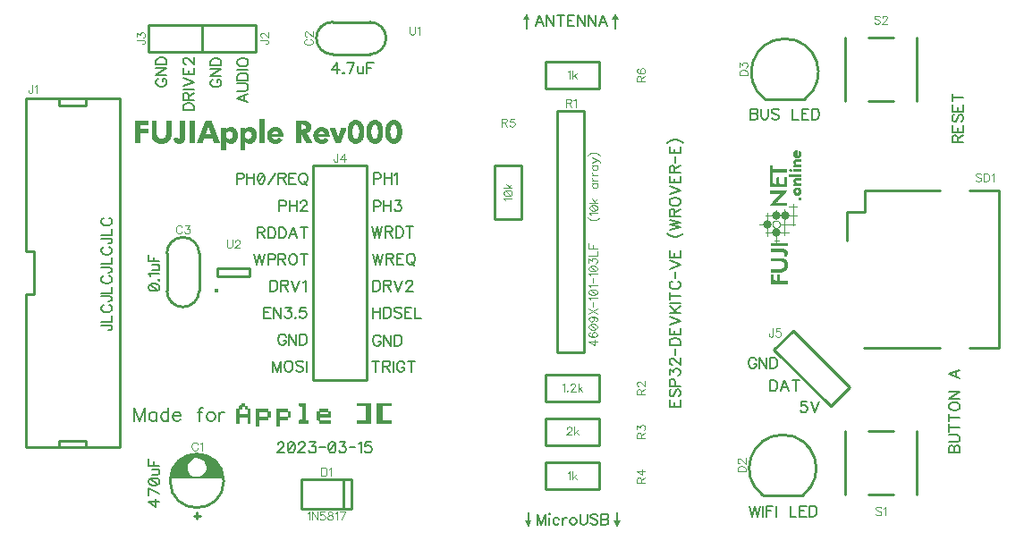
<source format=gbr>
G04 DipTrace 3.3.1.3*
G04 TopSilk.gbr*
%MOIN*%
G04 #@! TF.FileFunction,Legend,Top*
G04 #@! TF.Part,Single*
%ADD10C,0.009843*%
%ADD12C,0.003*%
%ADD13C,0.002625*%
%ADD16C,0.005906*%
%ADD35C,0.003937*%
%ADD39C,0.015401*%
%ADD41O,0.032485X0.032613*%
%ADD42C,0.032485*%
%ADD86C,0.004632*%
%ADD87C,0.006176*%
%ADD89C,0.00772*%
%FSLAX26Y26*%
G04*
G70*
G90*
G75*
G01*
G04 TopSilk*
%LPD*%
X1080521Y463821D2*
D10*
X1056881D1*
X1068701Y452002D2*
Y475615D1*
X968701Y593731D2*
G02X968701Y593731I100000J0D01*
G01*
X1573761Y2183702D2*
X1713641D1*
X1573761Y2303702D2*
X1713641D1*
Y2183702D2*
G03X1713641Y2303702I60J60000D01*
G01*
X1573761D2*
G03X1573761Y2183702I-60J-60000D01*
G01*
X956773Y1441791D2*
Y1301911D1*
X1076773Y1441791D2*
Y1301911D1*
X956773D2*
G03X1076773Y1301911I60000J-60D01*
G01*
Y1441791D2*
G03X956773Y1441791I-60000J60D01*
G01*
X1645785Y598820D2*
Y488584D1*
X1643762D2*
X1458600D1*
X1615937Y598820D2*
Y488584D1*
X1458600Y598820D2*
Y488584D1*
X1643762Y598820D2*
X1458600D1*
X3327013Y540437D2*
X3177137D1*
X3327313Y540662D2*
G03X3176837Y540662I-75238J99796D01*
G01*
X3334891Y2016883D2*
X3185015D1*
X3335191Y2017108D2*
G03X3184715Y2017108I-75238J99796D01*
G01*
X555593Y718702D2*
Y743402D1*
X655693D2*
X555593D1*
X655693Y718702D2*
Y743402D1*
X555593Y1994002D2*
Y2018702D1*
X655693Y1994002D2*
X555593D1*
X655693D2*
Y2018702D1*
X780643D2*
X430643D1*
X780643Y718702D2*
X430643D1*
X780643D2*
Y2018702D1*
X460743Y1288102D2*
X430643D1*
X460743D2*
Y1449302D1*
X430643D1*
Y718702D2*
Y1288102D1*
Y1449302D2*
Y2018702D1*
X1289138Y2193375D2*
X1089114D1*
Y2293380D1*
X1289138D1*
Y2193375D1*
X889126Y2293380D2*
Y2193380D1*
X1089126Y2293380D2*
X889126D1*
X1089126D2*
Y2193380D1*
X889126D1*
X1701316Y1768702D2*
X1501316D1*
Y968702D1*
X1701316D1*
Y1768702D1*
X3431272Y871420D2*
X3219159Y1083533D1*
X3289863Y1154237D1*
X3501976Y942124D1*
X3431272Y871420D1*
X2511943Y1973040D2*
X2411942D1*
Y1073009D1*
X2511943D1*
Y1973040D1*
X2368881Y990107D2*
X2568521D1*
Y890107D2*
Y990107D1*
X2368881Y890107D2*
X2568521D1*
X2368881D2*
Y990107D1*
X2568521Y727607D2*
X2368881D1*
Y827607D2*
Y727607D1*
X2568521Y827607D2*
X2368881D1*
X2568521D2*
Y727607D1*
Y561168D2*
X2368881D1*
Y661168D2*
Y561168D1*
X2568521Y661168D2*
X2368881D1*
X2568521D2*
Y561168D1*
X2178933Y1570324D2*
Y1769964D1*
X2278933D2*
X2178933D1*
X2278933Y1570324D2*
Y1769964D1*
Y1570324D2*
X2178933D1*
X2568521Y2057229D2*
X2368881D1*
Y2157229D2*
Y2057229D1*
X2568521Y2157229D2*
X2368881D1*
X2568521D2*
Y2057229D1*
X3570818Y542742D2*
X3664558D1*
X3570818Y780239D2*
X3664558D1*
X3483313Y542742D2*
Y780239D1*
X3752062Y542742D2*
Y780239D1*
X3571051Y2009328D2*
X3664791D1*
X3571051Y2246826D2*
X3664791D1*
X3483547Y2009328D2*
Y2246826D1*
X3752296Y2009328D2*
Y2246826D1*
X3553421Y1088974D2*
X3836886D1*
X3947154D2*
X4057421D1*
Y1675619D1*
X3947154D1*
X3836886D2*
X3557390D1*
Y1596849D1*
X3490492D1*
Y1490527D1*
D39*
X1139859Y1302076D3*
X1145122Y1356142D2*
D10*
X1263230D1*
X1145122Y1387633D2*
X1263230D1*
Y1356142D2*
Y1387633D1*
X1145122Y1356142D2*
Y1387633D1*
X3227592Y1582121D2*
D35*
X3227731Y1603410D1*
X3195357Y1505707D2*
Y1591995D1*
X3187485Y1519115D2*
X3274808D1*
X3165394Y1550459D2*
X3205723D1*
X3187638Y1582347D2*
X3303981D1*
X3290372Y1544571D2*
Y1624971D1*
X3243017Y1550595D2*
X3298327Y1550459D1*
X3273159Y1615187D2*
X3303981D1*
X3259287Y1605720D2*
Y1510418D1*
X3227564Y1484146D2*
X3227440Y1518888D1*
D41*
X3227578Y1518435D3*
D42*
X3227689Y1582234D3*
X3195232Y1550391D3*
X3259980Y1582143D3*
X3213276Y1550278D2*
D35*
X3213310Y1551245D1*
X3213413Y1552207D1*
X3213584Y1553160D1*
X3213823Y1554098D1*
X3214127Y1555019D1*
X3214496Y1555916D1*
X3214928Y1556785D1*
X3215421Y1557623D1*
X3215972Y1558425D1*
X3216578Y1559187D1*
X3217238Y1559906D1*
X3217946Y1560578D1*
X3218701Y1561200D1*
X3219498Y1561769D1*
X3220334Y1562281D1*
X3221203Y1562736D1*
X3222103Y1563129D1*
X3223029Y1563460D1*
X3223976Y1563727D1*
X3224940Y1563928D1*
X3225916Y1564063D1*
X3226898Y1564130D1*
X3227884D1*
X3228867Y1564063D1*
X3229842Y1563928D1*
X3230806Y1563727D1*
X3231753Y1563460D1*
X3232679Y1563129D1*
X3233579Y1562736D1*
X3234449Y1562281D1*
X3235284Y1561769D1*
X3236081Y1561200D1*
X3236836Y1560578D1*
X3237545Y1559906D1*
X3238204Y1559187D1*
X3238810Y1558425D1*
X3239361Y1557623D1*
X3239854Y1556785D1*
X3240286Y1555916D1*
X3240655Y1555019D1*
X3240959Y1554098D1*
X3241198Y1553160D1*
X3241369Y1552207D1*
X3241472Y1551245D1*
X3241506Y1550278D1*
X3241472Y1549311D1*
X3241369Y1548349D1*
X3241198Y1547396D1*
X3240959Y1546458D1*
X3240655Y1545537D1*
X3240286Y1544640D1*
X3239854Y1543771D1*
X3239361Y1542933D1*
X3238810Y1542131D1*
X3238204Y1541369D1*
X3237545Y1540650D1*
X3236836Y1539978D1*
X3236081Y1539356D1*
X3235284Y1538787D1*
X3234449Y1538274D1*
X3233579Y1537820D1*
X3232679Y1537427D1*
X3231753Y1537096D1*
X3230806Y1536829D1*
X3229842Y1536628D1*
X3228867Y1536493D1*
X3227884Y1536426D1*
X3226898D1*
X3225916Y1536493D1*
X3224940Y1536628D1*
X3223976Y1536829D1*
X3223029Y1537096D1*
X3222103Y1537427D1*
X3221203Y1537820D1*
X3220334Y1538274D1*
X3219498Y1538787D1*
X3218701Y1539356D1*
X3217946Y1539978D1*
X3217238Y1540650D1*
X3216578Y1541369D1*
X3215972Y1542131D1*
X3215421Y1542933D1*
X3214928Y1543771D1*
X3214496Y1544640D1*
X3214127Y1545537D1*
X3213823Y1546458D1*
X3213584Y1547396D1*
X3213413Y1548349D1*
X3213310Y1549311D1*
X3213276Y1550278D1*
X3221217Y1488948D2*
X3238166D1*
G36*
X2628487Y2336484D2*
X2640987Y2311484D1*
X2615986D1*
D1*
X2628487Y2336484D1*
G37*
Y2311484D2*
D16*
Y2280235D1*
G36*
X2297236Y2336484D2*
X2309736Y2311484D1*
X2284736D1*
D1*
X2297236Y2336484D1*
G37*
Y2311484D2*
D16*
Y2280235D1*
G36*
X2303736Y420341D2*
X2291236Y445341D1*
X2316238D1*
D1*
X2303736Y420341D1*
G37*
Y445341D2*
D16*
Y476590D1*
G36*
X2634987Y420341D2*
X2622487Y445341D1*
X2647487D1*
D1*
X2634987Y420341D1*
G37*
Y445341D2*
D16*
Y476590D1*
G36*
X969251Y603294D2*
X1167215D1*
X1156959Y642762D1*
X1133651Y671043D1*
X1103816Y687824D1*
X1069631Y694350D1*
X1069009Y677879D1*
X1076780Y677569D1*
X1086413Y673840D1*
X1093560Y668867D1*
X1099155Y662030D1*
X1102262Y654261D1*
X1103816Y645870D1*
X1103505Y636547D1*
X1100709Y628466D1*
X1096047Y621319D1*
X1086413Y612305D1*
X1077711Y609820D1*
X1069631Y609509D1*
X1058133Y609820D1*
X1049430Y614170D1*
X1042904Y619765D1*
X1039176Y625358D1*
X1035446Y633438D1*
X1033581Y643383D1*
X1034824Y653018D1*
X1038243Y660787D1*
X1043215Y667313D1*
X1050012Y672887D1*
X1056059Y675884D1*
X1062766Y677866D1*
X1069067Y677917D1*
X1069525Y694534D1*
X1047566Y692796D1*
X1024568Y685027D1*
X1007476Y675704D1*
X990383Y657679D1*
X976399Y634993D1*
X969251Y603294D1*
G37*
X1301848Y1942515D2*
D12*
X1316848D1*
X1301848Y1941015D2*
X1316848D1*
X1301848Y1939515D2*
X1316848D1*
X1301848Y1938015D2*
X1316848D1*
X1652848D2*
X1666348D1*
X1723348D2*
X1736848D1*
X1793848D2*
X1807348D1*
X836848Y1936515D2*
X884848D1*
X899848D2*
X916348D1*
X953848D2*
X970348D1*
X1006348D2*
X1022848D1*
X1042348D2*
X1058848D1*
X1100848D2*
X1120348D1*
X1301848D2*
X1316848D1*
X1436848D2*
X1471348D1*
X1649450D2*
X1669745D1*
X1719950D2*
X1740245D1*
X1790450D2*
X1810745D1*
X836848Y1935015D2*
X884848D1*
X899848D2*
X916348D1*
X953848D2*
X970348D1*
X1006348D2*
X1022848D1*
X1042348D2*
X1058848D1*
X1099924D2*
X1120585D1*
X1301848D2*
X1316848D1*
X1436848D2*
X1475670D1*
X1646642D2*
X1672553D1*
X1717142D2*
X1743053D1*
X1787642D2*
X1813553D1*
X836848Y1933515D2*
X884848D1*
X899848D2*
X916348D1*
X953848D2*
X970348D1*
X1006348D2*
X1022848D1*
X1042348D2*
X1058848D1*
X1099115D2*
X1121010D1*
X1301848D2*
X1316848D1*
X1436848D2*
X1479280D1*
X1644422D2*
X1674774D1*
X1714922D2*
X1745274D1*
X1785422D2*
X1815774D1*
X836848Y1932015D2*
X884848D1*
X899848D2*
X916348D1*
X953848D2*
X970348D1*
X1006348D2*
X1022848D1*
X1042348D2*
X1058848D1*
X1098456D2*
X1121590D1*
X1301848D2*
X1316848D1*
X1436848D2*
X1482107D1*
X1642581D2*
X1676614D1*
X1713081D2*
X1747114D1*
X1783581D2*
X1817614D1*
X836848Y1930515D2*
X884848D1*
X899848D2*
X916348D1*
X953848D2*
X970348D1*
X1006348D2*
X1022848D1*
X1042348D2*
X1058848D1*
X1097905D2*
X1122217D1*
X1301848D2*
X1316848D1*
X1436848D2*
X1484301D1*
X1640943D2*
X1678253D1*
X1711443D2*
X1748753D1*
X1781943D2*
X1819253D1*
X836848Y1929015D2*
X884848D1*
X899848D2*
X916348D1*
X953848D2*
X970348D1*
X1006348D2*
X1022848D1*
X1042348D2*
X1058848D1*
X1097362D2*
X1122794D1*
X1301848D2*
X1316848D1*
X1436848D2*
X1486071D1*
X1639439D2*
X1679757D1*
X1709939D2*
X1750257D1*
X1780439D2*
X1820757D1*
X836848Y1927515D2*
X884848D1*
X899848D2*
X916348D1*
X953848D2*
X970348D1*
X1006348D2*
X1022848D1*
X1042348D2*
X1058848D1*
X1096846D2*
X1123316D1*
X1301848D2*
X1316848D1*
X1436848D2*
X1487510D1*
X1638115D2*
X1681081D1*
X1708615D2*
X1751581D1*
X1779115D2*
X1822081D1*
X836848Y1926015D2*
X884848D1*
X899848D2*
X916348D1*
X953848D2*
X970348D1*
X1006348D2*
X1022848D1*
X1042348D2*
X1058848D1*
X1096355D2*
X1123894D1*
X1301848D2*
X1316848D1*
X1436848D2*
X1488644D1*
X1637019D2*
X1682176D1*
X1707519D2*
X1752676D1*
X1778019D2*
X1823176D1*
X836848Y1924515D2*
X884848D1*
X899848D2*
X916348D1*
X953848D2*
X970348D1*
X1006348D2*
X1022848D1*
X1042348D2*
X1058848D1*
X1095792D2*
X1124543D1*
X1301848D2*
X1316848D1*
X1436848D2*
X1489530D1*
X1636098D2*
X1683097D1*
X1706598D2*
X1753597D1*
X1777098D2*
X1824097D1*
X836848Y1923015D2*
X884848D1*
X899848D2*
X916348D1*
X953848D2*
X970348D1*
X1006348D2*
X1022848D1*
X1042348D2*
X1058848D1*
X1095149D2*
X1125200D1*
X1301848D2*
X1316848D1*
X1436848D2*
X1453348D1*
X1466252D2*
X1490166D1*
X1635277D2*
X1656148D1*
X1663047D2*
X1683919D1*
X1705777D2*
X1726648D1*
X1733547D2*
X1754419D1*
X1776277D2*
X1797148D1*
X1804047D2*
X1824919D1*
X836848Y1921515D2*
X853348D1*
X899848D2*
X916348D1*
X953848D2*
X970348D1*
X1006348D2*
X1022848D1*
X1042348D2*
X1058848D1*
X1094494D2*
X1125788D1*
X1301848D2*
X1316848D1*
X1436848D2*
X1453348D1*
X1469454D2*
X1490536D1*
X1634544D2*
X1653824D1*
X1665372D2*
X1684651D1*
X1705044D2*
X1724324D1*
X1735872D2*
X1755151D1*
X1775544D2*
X1794824D1*
X1806372D2*
X1825651D1*
X836848Y1920015D2*
X853348D1*
X899848D2*
X916348D1*
X953848D2*
X970348D1*
X1006348D2*
X1022848D1*
X1042348D2*
X1058848D1*
X1093907D2*
X1108116D1*
X1111354D2*
X1126309D1*
X1301848D2*
X1316848D1*
X1436848D2*
X1453348D1*
X1471762D2*
X1490717D1*
X1633926D2*
X1652019D1*
X1667177D2*
X1685270D1*
X1704426D2*
X1722519D1*
X1737677D2*
X1755770D1*
X1774926D2*
X1793019D1*
X1808177D2*
X1826270D1*
X836848Y1918515D2*
X853348D1*
X899848D2*
X916348D1*
X953848D2*
X970348D1*
X1006348D2*
X1022848D1*
X1042348D2*
X1058848D1*
X1093387D2*
X1107744D1*
X1111406D2*
X1126840D1*
X1301848D2*
X1316848D1*
X1436848D2*
X1453348D1*
X1473331D2*
X1490797D1*
X1633393D2*
X1650687D1*
X1668503D2*
X1685802D1*
X1703893D2*
X1721187D1*
X1739003D2*
X1756302D1*
X1774393D2*
X1791687D1*
X1809503D2*
X1826802D1*
X836848Y1917015D2*
X853348D1*
X899848D2*
X916348D1*
X953848D2*
X970348D1*
X1006348D2*
X1022848D1*
X1042348D2*
X1058848D1*
X1092855D2*
X1107350D1*
X1111598D2*
X1127352D1*
X1301848D2*
X1316848D1*
X1436848D2*
X1453348D1*
X1474408D2*
X1490829D1*
X1632857D2*
X1649663D1*
X1669480D2*
X1686338D1*
X1703357D2*
X1720163D1*
X1739980D2*
X1756838D1*
X1773857D2*
X1790663D1*
X1810480D2*
X1827338D1*
X836848Y1915515D2*
X853348D1*
X899848D2*
X916348D1*
X953848D2*
X970348D1*
X1006348D2*
X1022848D1*
X1042348D2*
X1058848D1*
X1092343D2*
X1107034D1*
X1111963D2*
X1127841D1*
X1301848D2*
X1316848D1*
X1436848D2*
X1453348D1*
X1475115D2*
X1490841D1*
X1632344D2*
X1648801D1*
X1670204D2*
X1686851D1*
X1702844D2*
X1719301D1*
X1740704D2*
X1757351D1*
X1773344D2*
X1789801D1*
X1811204D2*
X1827851D1*
X836848Y1914015D2*
X853348D1*
X899848D2*
X916348D1*
X953848D2*
X970348D1*
X1006348D2*
X1022848D1*
X1042348D2*
X1058848D1*
X1091855D2*
X1106704D1*
X1112400D2*
X1128403D1*
X1301848D2*
X1316848D1*
X1436848D2*
X1453348D1*
X1475461D2*
X1490846D1*
X1631861D2*
X1648058D1*
X1670778D2*
X1687335D1*
X1702361D2*
X1718558D1*
X1741278D2*
X1757835D1*
X1772861D2*
X1789058D1*
X1811778D2*
X1828335D1*
X836848Y1912515D2*
X853348D1*
X899848D2*
X916348D1*
X953848D2*
X970348D1*
X1006348D2*
X1022848D1*
X1042348D2*
X1058848D1*
X1091292D2*
X1106275D1*
X1112853D2*
X1129047D1*
X1301848D2*
X1316848D1*
X1436848D2*
X1453348D1*
X1475456D2*
X1490847D1*
X1631351D2*
X1647487D1*
X1671324D2*
X1687845D1*
X1701851D2*
X1717987D1*
X1741824D2*
X1758345D1*
X1772351D2*
X1788487D1*
X1812324D2*
X1828845D1*
X836848Y1911015D2*
X853348D1*
X899848D2*
X916348D1*
X953848D2*
X970348D1*
X1006348D2*
X1022848D1*
X1042348D2*
X1058848D1*
X1090649D2*
X1105811D1*
X1113357D2*
X1129701D1*
X1187848D2*
X1199848D1*
X1258348D2*
X1270348D1*
X1301848D2*
X1316848D1*
X1352848D2*
X1366348D1*
X1436848D2*
X1453348D1*
X1475122D2*
X1490842D1*
X1525348D2*
X1538848D1*
X1630898D2*
X1647138D1*
X1671790D2*
X1688297D1*
X1701398D2*
X1717638D1*
X1742290D2*
X1758797D1*
X1771898D2*
X1788138D1*
X1812790D2*
X1829297D1*
X836848Y1909515D2*
X853348D1*
X899848D2*
X916348D1*
X953848D2*
X970348D1*
X1006348D2*
X1022848D1*
X1042348D2*
X1058848D1*
X1089994D2*
X1105348D1*
X1113858D2*
X1130288D1*
X1159348D2*
X1174348D1*
X1184444D2*
X1203245D1*
X1229848D2*
X1244848D1*
X1254944D2*
X1273745D1*
X1301848D2*
X1316848D1*
X1349039D2*
X1369977D1*
X1436848D2*
X1453348D1*
X1474509D2*
X1490789D1*
X1521539D2*
X1542477D1*
X1564348D2*
X1580848D1*
X1606348D2*
X1622848D1*
X1630609D2*
X1646914D1*
X1672090D2*
X1688587D1*
X1701109D2*
X1717414D1*
X1742590D2*
X1759087D1*
X1771609D2*
X1787914D1*
X1813090D2*
X1829587D1*
X836848Y1908015D2*
X853348D1*
X899848D2*
X916348D1*
X953848D2*
X970348D1*
X1006348D2*
X1022848D1*
X1042348D2*
X1058848D1*
X1089407D2*
X1104841D1*
X1114337D2*
X1130815D1*
X1159348D2*
X1174409D1*
X1181579D2*
X1206053D1*
X1229848D2*
X1244909D1*
X1252079D2*
X1276553D1*
X1301848D2*
X1316848D1*
X1345874D2*
X1373157D1*
X1436848D2*
X1453348D1*
X1473714D2*
X1490592D1*
X1518374D2*
X1545657D1*
X1564866D2*
X1581597D1*
X1605829D2*
X1622610D1*
X1630459D2*
X1646647D1*
X1672294D2*
X1688736D1*
X1700959D2*
X1717147D1*
X1742794D2*
X1759236D1*
X1771459D2*
X1787647D1*
X1813294D2*
X1829736D1*
X836848Y1906515D2*
X853348D1*
X899848D2*
X916348D1*
X953848D2*
X970348D1*
X1006348D2*
X1022848D1*
X1042348D2*
X1058848D1*
X1088881D2*
X1104338D1*
X1114851D2*
X1131393D1*
X1159348D2*
X1174642D1*
X1179125D2*
X1208268D1*
X1229848D2*
X1245142D1*
X1249625D2*
X1278768D1*
X1301848D2*
X1316848D1*
X1343332D2*
X1375766D1*
X1436848D2*
X1453348D1*
X1472010D2*
X1490180D1*
X1515832D2*
X1548266D1*
X1565366D2*
X1582220D1*
X1605330D2*
X1622185D1*
X1630392D2*
X1646257D1*
X1672553D2*
X1688804D1*
X1700892D2*
X1716757D1*
X1743053D2*
X1759304D1*
X1771392D2*
X1787257D1*
X1813553D2*
X1829804D1*
X836848Y1905015D2*
X884848D1*
X899848D2*
X916348D1*
X953848D2*
X970348D1*
X1006348D2*
X1022848D1*
X1042348D2*
X1058848D1*
X1088302D2*
X1103859D1*
X1115356D2*
X1132043D1*
X1159348D2*
X1175155D1*
X1176756D2*
X1210056D1*
X1229848D2*
X1245655D1*
X1247256D2*
X1280556D1*
X1301848D2*
X1316848D1*
X1341279D2*
X1377863D1*
X1436848D2*
X1453348D1*
X1467176D2*
X1489599D1*
X1513779D2*
X1550363D1*
X1565847D2*
X1582804D1*
X1604854D2*
X1621606D1*
X1630364D2*
X1645861D1*
X1672940D2*
X1688831D1*
X1700864D2*
X1716361D1*
X1743440D2*
X1759331D1*
X1771364D2*
X1786861D1*
X1813940D2*
X1829831D1*
X836848Y1903515D2*
X884848D1*
X899848D2*
X916348D1*
X953848D2*
X970348D1*
X1006348D2*
X1022848D1*
X1042348D2*
X1058848D1*
X1087652D2*
X1103344D1*
X1115836D2*
X1132700D1*
X1159348D2*
X1211503D1*
X1229848D2*
X1282003D1*
X1301848D2*
X1316848D1*
X1339528D2*
X1379594D1*
X1436848D2*
X1453348D1*
X1459624D2*
X1488919D1*
X1512028D2*
X1552094D1*
X1566406D2*
X1583338D1*
X1604342D2*
X1620978D1*
X1630354D2*
X1645595D1*
X1673335D2*
X1688842D1*
X1700854D2*
X1716095D1*
X1743835D2*
X1759342D1*
X1771354D2*
X1786595D1*
X1814335D2*
X1829842D1*
X836848Y1902015D2*
X884848D1*
X899848D2*
X916348D1*
X953848D2*
X970348D1*
X1006348D2*
X1022848D1*
X1042348D2*
X1058848D1*
X1086995D2*
X1102840D1*
X1116351D2*
X1133288D1*
X1159348D2*
X1212648D1*
X1229848D2*
X1283148D1*
X1301848D2*
X1316848D1*
X1337973D2*
X1381018D1*
X1436848D2*
X1488146D1*
X1510473D2*
X1553518D1*
X1567048D2*
X1583830D1*
X1603839D2*
X1620401D1*
X1630350D2*
X1645454D1*
X1673601D2*
X1688846D1*
X1700850D2*
X1715954D1*
X1744101D2*
X1759346D1*
X1771350D2*
X1786454D1*
X1814601D2*
X1829846D1*
X836848Y1900515D2*
X884848D1*
X899848D2*
X916348D1*
X953848D2*
X970348D1*
X1006348D2*
X1022848D1*
X1042348D2*
X1058848D1*
X1086408D2*
X1102359D1*
X1116856D2*
X1133809D1*
X1159348D2*
X1213587D1*
X1229848D2*
X1284087D1*
X1301848D2*
X1316848D1*
X1336627D2*
X1382153D1*
X1436848D2*
X1487206D1*
X1509127D2*
X1554653D1*
X1567702D2*
X1584349D1*
X1603359D2*
X1619879D1*
X1630348D2*
X1645390D1*
X1673741D2*
X1688847D1*
X1700848D2*
X1715890D1*
X1744241D2*
X1759347D1*
X1771348D2*
X1786390D1*
X1814741D2*
X1829847D1*
X836848Y1899015D2*
X884848D1*
X899848D2*
X916348D1*
X953848D2*
X970348D1*
X1006348D2*
X1022848D1*
X1042348D2*
X1058848D1*
X1085887D2*
X1101844D1*
X1117336D2*
X1134340D1*
X1159348D2*
X1183468D1*
X1191752D2*
X1214415D1*
X1229848D2*
X1253968D1*
X1262252D2*
X1284915D1*
X1301848D2*
X1316848D1*
X1335524D2*
X1354643D1*
X1364496D2*
X1383089D1*
X1436848D2*
X1485988D1*
X1508024D2*
X1527143D1*
X1536996D2*
X1555589D1*
X1568289D2*
X1584855D1*
X1602844D2*
X1619302D1*
X1630348D2*
X1645364D1*
X1673805D2*
X1688848D1*
X1700848D2*
X1715864D1*
X1744305D2*
X1759348D1*
X1771348D2*
X1786364D1*
X1814805D2*
X1829848D1*
X836848Y1897515D2*
X884848D1*
X899848D2*
X916348D1*
X953848D2*
X970348D1*
X1006348D2*
X1022848D1*
X1042348D2*
X1058848D1*
X1085355D2*
X1101340D1*
X1117851D2*
X1134852D1*
X1159348D2*
X1180911D1*
X1194954D2*
X1215144D1*
X1229848D2*
X1251411D1*
X1265454D2*
X1285644D1*
X1301848D2*
X1316848D1*
X1334600D2*
X1352271D1*
X1366675D2*
X1383916D1*
X1436848D2*
X1484409D1*
X1507100D2*
X1524771D1*
X1539175D2*
X1556416D1*
X1568815D2*
X1585336D1*
X1602340D2*
X1618652D1*
X1630348D2*
X1645353D1*
X1673832D2*
X1688848D1*
X1700848D2*
X1715853D1*
X1744332D2*
X1759348D1*
X1771348D2*
X1786353D1*
X1814832D2*
X1829848D1*
X836848Y1896015D2*
X884848D1*
X899848D2*
X916348D1*
X953848D2*
X970348D1*
X1006348D2*
X1022848D1*
X1042348D2*
X1058848D1*
X1084844D2*
X1100859D1*
X1118356D2*
X1135341D1*
X1159348D2*
X1178886D1*
X1197262D2*
X1215717D1*
X1229848D2*
X1249386D1*
X1267762D2*
X1286217D1*
X1301848D2*
X1316848D1*
X1333777D2*
X1350327D1*
X1368265D2*
X1384645D1*
X1436848D2*
X1482388D1*
X1506277D2*
X1522827D1*
X1540765D2*
X1557145D1*
X1569393D2*
X1585851D1*
X1601859D2*
X1617995D1*
X1630348D2*
X1645350D1*
X1673842D2*
X1688848D1*
X1700848D2*
X1715850D1*
X1744342D2*
X1759348D1*
X1771348D2*
X1786350D1*
X1814842D2*
X1829848D1*
X836848Y1894515D2*
X884848D1*
X899848D2*
X916348D1*
X953848D2*
X970348D1*
X1006348D2*
X1022848D1*
X1042348D2*
X1058848D1*
X1084355D2*
X1100344D1*
X1118836D2*
X1135903D1*
X1159348D2*
X1177323D1*
X1198837D2*
X1216111D1*
X1229848D2*
X1247823D1*
X1269337D2*
X1286611D1*
X1301848D2*
X1316848D1*
X1333050D2*
X1348828D1*
X1369427D2*
X1385217D1*
X1436848D2*
X1480048D1*
X1505550D2*
X1521328D1*
X1541927D2*
X1557717D1*
X1570043D2*
X1586356D1*
X1601344D2*
X1617408D1*
X1630348D2*
X1645348D1*
X1673840D2*
X1688848D1*
X1700848D2*
X1715848D1*
X1744340D2*
X1759348D1*
X1771348D2*
X1786348D1*
X1814840D2*
X1829848D1*
X836848Y1893015D2*
X884848D1*
X899848D2*
X916348D1*
X953848D2*
X970348D1*
X1006348D2*
X1022848D1*
X1042348D2*
X1058848D1*
X1083792D2*
X1099840D1*
X1119351D2*
X1136547D1*
X1159348D2*
X1176089D1*
X1199966D2*
X1216473D1*
X1229848D2*
X1246589D1*
X1270466D2*
X1286973D1*
X1301848D2*
X1316848D1*
X1332478D2*
X1347773D1*
X1370353D2*
X1385611D1*
X1436848D2*
X1477856D1*
X1504978D2*
X1520273D1*
X1542853D2*
X1558111D1*
X1570700D2*
X1586836D1*
X1600840D2*
X1616881D1*
X1630348D2*
X1645348D1*
X1673789D2*
X1688848D1*
X1700848D2*
X1715848D1*
X1744289D2*
X1759348D1*
X1771348D2*
X1786348D1*
X1814789D2*
X1829848D1*
X836848Y1891515D2*
X884848D1*
X899848D2*
X916348D1*
X953848D2*
X970348D1*
X1006348D2*
X1022848D1*
X1042348D2*
X1058848D1*
X1083149D2*
X1099359D1*
X1119862D2*
X1137201D1*
X1159348D2*
X1175232D1*
X1200871D2*
X1216908D1*
X1229848D2*
X1245732D1*
X1271371D2*
X1287408D1*
X1301848D2*
X1316848D1*
X1332085D2*
X1346975D1*
X1371122D2*
X1385973D1*
X1436848D2*
X1453348D1*
X1456637D2*
X1476053D1*
X1504585D2*
X1519475D1*
X1543622D2*
X1558473D1*
X1571288D2*
X1587345D1*
X1600359D2*
X1616302D1*
X1630348D2*
X1645354D1*
X1673598D2*
X1688848D1*
X1700848D2*
X1715854D1*
X1744098D2*
X1759348D1*
X1771348D2*
X1786354D1*
X1814598D2*
X1829848D1*
X836848Y1890015D2*
X853348D1*
X899848D2*
X916348D1*
X953848D2*
X970348D1*
X1006348D2*
X1022848D1*
X1042348D2*
X1058848D1*
X1082494D2*
X1098850D1*
X1120400D2*
X1137788D1*
X1159348D2*
X1174741D1*
X1201629D2*
X1217323D1*
X1229848D2*
X1245241D1*
X1272129D2*
X1287823D1*
X1301848D2*
X1316848D1*
X1331722D2*
X1346110D1*
X1371707D2*
X1386408D1*
X1436848D2*
X1453348D1*
X1457207D2*
X1475563D1*
X1504222D2*
X1518610D1*
X1544207D2*
X1558908D1*
X1571814D2*
X1587803D1*
X1599844D2*
X1615646D1*
X1630348D2*
X1645406D1*
X1673239D2*
X1688848D1*
X1700848D2*
X1715906D1*
X1743739D2*
X1759348D1*
X1771348D2*
X1786406D1*
X1814239D2*
X1829848D1*
X836848Y1888515D2*
X853348D1*
X899848D2*
X916348D1*
X953848D2*
X970348D1*
X1006348D2*
X1022848D1*
X1042348D2*
X1058848D1*
X1081907D2*
X1098394D1*
X1121154D2*
X1138315D1*
X1159348D2*
X1174454D1*
X1202206D2*
X1217597D1*
X1229848D2*
X1244954D1*
X1272706D2*
X1288097D1*
X1301848D2*
X1316848D1*
X1331287D2*
X1345036D1*
X1372080D2*
X1386823D1*
X1436848D2*
X1453348D1*
X1458007D2*
X1475918D1*
X1503787D2*
X1517536D1*
X1544580D2*
X1559323D1*
X1572393D2*
X1588145D1*
X1599340D2*
X1614943D1*
X1630348D2*
X1645598D1*
X1672854D2*
X1688848D1*
X1700848D2*
X1716098D1*
X1743354D2*
X1759348D1*
X1771348D2*
X1786598D1*
X1813854D2*
X1829848D1*
X836848Y1887015D2*
X853348D1*
X899848D2*
X916354D1*
X953842D2*
X970348D1*
X1006348D2*
X1022848D1*
X1042348D2*
X1058848D1*
X1081387D2*
X1098081D1*
X1122183D2*
X1138893D1*
X1159348D2*
X1174162D1*
X1202550D2*
X1217740D1*
X1229848D2*
X1244662D1*
X1273050D2*
X1288240D1*
X1301848D2*
X1316848D1*
X1330872D2*
X1387097D1*
X1436848D2*
X1453348D1*
X1458852D2*
X1476581D1*
X1503372D2*
X1559597D1*
X1573043D2*
X1588486D1*
X1598859D2*
X1614216D1*
X1630348D2*
X1645957D1*
X1672593D2*
X1688842D1*
X1700848D2*
X1716457D1*
X1743093D2*
X1759342D1*
X1771348D2*
X1786957D1*
X1813593D2*
X1829842D1*
X836848Y1885515D2*
X853348D1*
X899848D2*
X916406D1*
X953789D2*
X970348D1*
X1006348D2*
X1022848D1*
X1042348D2*
X1058848D1*
X1080855D2*
X1139543D1*
X1159348D2*
X1173768D1*
X1202723D2*
X1217805D1*
X1229848D2*
X1244268D1*
X1273223D2*
X1288305D1*
X1301848D2*
X1316848D1*
X1330599D2*
X1387240D1*
X1436848D2*
X1453348D1*
X1459665D2*
X1477447D1*
X1503099D2*
X1559740D1*
X1573700D2*
X1588919D1*
X1598344D2*
X1613522D1*
X1630354D2*
X1646341D1*
X1672448D2*
X1688789D1*
X1700854D2*
X1716841D1*
X1742948D2*
X1759289D1*
X1771354D2*
X1787341D1*
X1813448D2*
X1829789D1*
X836848Y1884015D2*
X853348D1*
X899854D2*
X916598D1*
X953598D2*
X970348D1*
X1006348D2*
X1022848D1*
X1042348D2*
X1058848D1*
X1080343D2*
X1140200D1*
X1159348D2*
X1173421D1*
X1202799D2*
X1217832D1*
X1229848D2*
X1243921D1*
X1273299D2*
X1288332D1*
X1301848D2*
X1316848D1*
X1330456D2*
X1387305D1*
X1436848D2*
X1453348D1*
X1460449D2*
X1478326D1*
X1502956D2*
X1559805D1*
X1574288D2*
X1589384D1*
X1597840D2*
X1612918D1*
X1630406D2*
X1646609D1*
X1672331D2*
X1688598D1*
X1700906D2*
X1717109D1*
X1742831D2*
X1759098D1*
X1771406D2*
X1787609D1*
X1813331D2*
X1829598D1*
X836848Y1882515D2*
X853348D1*
X899906D2*
X916963D1*
X953233D2*
X970342D1*
X1006348D2*
X1022848D1*
X1042348D2*
X1058848D1*
X1079855D2*
X1140788D1*
X1159348D2*
X1173345D1*
X1202824D2*
X1217842D1*
X1229848D2*
X1243845D1*
X1273324D2*
X1288342D1*
X1301848D2*
X1316848D1*
X1330391D2*
X1387332D1*
X1436848D2*
X1453348D1*
X1461213D2*
X1479160D1*
X1502891D2*
X1559832D1*
X1574814D2*
X1589847D1*
X1597359D2*
X1612385D1*
X1630598D2*
X1646801D1*
X1672114D2*
X1688239D1*
X1701098D2*
X1717301D1*
X1742614D2*
X1758739D1*
X1771598D2*
X1787801D1*
X1813114D2*
X1829239D1*
X836848Y1881015D2*
X853348D1*
X900098D2*
X917400D1*
X952796D2*
X970289D1*
X1006348D2*
X1022848D1*
X1042348D2*
X1058848D1*
X1079292D2*
X1141309D1*
X1159348D2*
X1173563D1*
X1202783D2*
X1217846D1*
X1229848D2*
X1244063D1*
X1273283D2*
X1288346D1*
X1301848D2*
X1316848D1*
X1330370D2*
X1387342D1*
X1436848D2*
X1453348D1*
X1461970D2*
X1479998D1*
X1502870D2*
X1559842D1*
X1575393D2*
X1590355D1*
X1596850D2*
X1611804D1*
X1630957D2*
X1647061D1*
X1671739D2*
X1687848D1*
X1701457D2*
X1717561D1*
X1742239D2*
X1758348D1*
X1771957D2*
X1788061D1*
X1812739D2*
X1828848D1*
X836848Y1879515D2*
X853348D1*
X900457D2*
X917859D1*
X952337D2*
X970098D1*
X1006348D2*
X1022848D1*
X1042348D2*
X1058848D1*
X1078649D2*
X1141840D1*
X1159348D2*
X1173890D1*
X1202590D2*
X1217841D1*
X1229848D2*
X1244390D1*
X1273090D2*
X1288341D1*
X1301848D2*
X1316848D1*
X1330412D2*
X1387348D1*
X1436848D2*
X1453348D1*
X1462727D2*
X1480908D1*
X1502912D2*
X1559848D1*
X1576043D2*
X1590857D1*
X1596398D2*
X1611153D1*
X1631347D2*
X1647500D1*
X1671298D2*
X1687534D1*
X1701847D2*
X1718000D1*
X1741798D2*
X1758034D1*
X1772347D2*
X1788500D1*
X1812298D2*
X1828534D1*
X836848Y1878015D2*
X853348D1*
X900847D2*
X918416D1*
X951780D2*
X969739D1*
X1006342D2*
X1022848D1*
X1042348D2*
X1058848D1*
X1077994D2*
X1142352D1*
X1159348D2*
X1174177D1*
X1202179D2*
X1217789D1*
X1229848D2*
X1244677D1*
X1272679D2*
X1288289D1*
X1301848D2*
X1316848D1*
X1330599D2*
X1345580D1*
X1436848D2*
X1453348D1*
X1463526D2*
X1481881D1*
X1503099D2*
X1518080D1*
X1576700D2*
X1591343D1*
X1596103D2*
X1610496D1*
X1631662D2*
X1648091D1*
X1670838D2*
X1687204D1*
X1702162D2*
X1718591D1*
X1741338D2*
X1757704D1*
X1772662D2*
X1789091D1*
X1811838D2*
X1828204D1*
X836848Y1876515D2*
X853348D1*
X901162D2*
X919119D1*
X951076D2*
X969348D1*
X1006289D2*
X1022848D1*
X1042348D2*
X1058848D1*
X1077407D2*
X1142841D1*
X1159348D2*
X1174503D1*
X1201598D2*
X1217598D1*
X1229848D2*
X1245003D1*
X1272098D2*
X1288098D1*
X1301848D2*
X1316848D1*
X1330957D2*
X1345957D1*
X1436848D2*
X1453348D1*
X1464419D2*
X1482802D1*
X1503457D2*
X1518457D1*
X1577288D2*
X1591909D1*
X1595896D2*
X1609908D1*
X1631998D2*
X1648775D1*
X1670280D2*
X1686775D1*
X1702498D2*
X1719275D1*
X1740780D2*
X1757275D1*
X1772998D2*
X1789775D1*
X1811280D2*
X1827775D1*
X836848Y1875015D2*
X853348D1*
X901492D2*
X920075D1*
X950121D2*
X969034D1*
X1006092D2*
X1022842D1*
X1042348D2*
X1058848D1*
X1076881D2*
X1143403D1*
X1159348D2*
X1174981D1*
X1200919D2*
X1217233D1*
X1229848D2*
X1245481D1*
X1271419D2*
X1287733D1*
X1301848D2*
X1316848D1*
X1331347D2*
X1346404D1*
X1436848D2*
X1453348D1*
X1465385D2*
X1483652D1*
X1503847D2*
X1518904D1*
X1577814D2*
X1592596D1*
X1595597D2*
X1609381D1*
X1632473D2*
X1649555D1*
X1669576D2*
X1686311D1*
X1702973D2*
X1720055D1*
X1740076D2*
X1756811D1*
X1773473D2*
X1790555D1*
X1810576D2*
X1827311D1*
X836848Y1873515D2*
X853348D1*
X901921D2*
X921514D1*
X948681D2*
X968698D1*
X988348D2*
X992848D1*
X1005651D2*
X1022789D1*
X1042348D2*
X1058848D1*
X1076302D2*
X1144047D1*
X1159348D2*
X1175652D1*
X1200140D2*
X1216796D1*
X1229848D2*
X1246152D1*
X1270640D2*
X1287296D1*
X1301848D2*
X1316848D1*
X1331662D2*
X1346917D1*
X1436848D2*
X1453348D1*
X1466304D2*
X1484495D1*
X1504162D2*
X1519417D1*
X1578393D2*
X1593422D1*
X1595056D2*
X1608802D1*
X1633081D2*
X1650572D1*
X1668597D2*
X1685843D1*
X1703581D2*
X1721072D1*
X1739097D2*
X1756343D1*
X1774081D2*
X1791572D1*
X1809597D2*
X1826843D1*
X836848Y1872015D2*
X853348D1*
X902384D2*
X923903D1*
X946293D2*
X968222D1*
X985624D2*
X994081D1*
X1005017D2*
X1022598D1*
X1042348D2*
X1058848D1*
X1075652D2*
X1091791D1*
X1126580D2*
X1144701D1*
X1159348D2*
X1176475D1*
X1199112D2*
X1216343D1*
X1229848D2*
X1246975D1*
X1269612D2*
X1286843D1*
X1301848D2*
X1316848D1*
X1331998D2*
X1347671D1*
X1372348D2*
X1373848D1*
X1436848D2*
X1453348D1*
X1467147D2*
X1485408D1*
X1504498D2*
X1520171D1*
X1544848D2*
X1546348D1*
X1579049D2*
X1608152D1*
X1633765D2*
X1651876D1*
X1667313D2*
X1685288D1*
X1704265D2*
X1722376D1*
X1737813D2*
X1755788D1*
X1774765D2*
X1792876D1*
X1808313D2*
X1826288D1*
X836848Y1870515D2*
X853348D1*
X902853D2*
X928171D1*
X942024D2*
X967614D1*
X983150D2*
X995630D1*
X1003468D2*
X1022233D1*
X1042348D2*
X1058848D1*
X1074995D2*
X1091598D1*
X1126957D2*
X1145288D1*
X1159348D2*
X1178136D1*
X1197772D2*
X1215839D1*
X1229848D2*
X1248636D1*
X1268272D2*
X1286339D1*
X1301848D2*
X1316848D1*
X1332479D2*
X1348822D1*
X1370750D2*
X1376144D1*
X1436848D2*
X1453348D1*
X1467943D2*
X1486381D1*
X1504979D2*
X1521322D1*
X1543250D2*
X1548644D1*
X1579753D2*
X1607495D1*
X1634489D2*
X1654985D1*
X1664208D2*
X1684641D1*
X1704989D2*
X1725485D1*
X1734708D2*
X1755141D1*
X1775489D2*
X1795985D1*
X1805208D2*
X1825641D1*
X836848Y1869015D2*
X853348D1*
X903414D2*
X934985D1*
X935211D2*
X966925D1*
X980848D2*
X999199D1*
X999956D2*
X1021796D1*
X1042348D2*
X1058848D1*
X1074408D2*
X1091233D1*
X1127398D2*
X1145815D1*
X1159348D2*
X1182449D1*
X1194140D2*
X1215332D1*
X1229848D2*
X1252949D1*
X1264640D2*
X1285832D1*
X1301848D2*
X1316848D1*
X1333134D2*
X1350300D1*
X1368656D2*
X1378590D1*
X1436848D2*
X1453348D1*
X1468716D2*
X1487302D1*
X1505634D2*
X1522800D1*
X1541156D2*
X1551090D1*
X1580479D2*
X1606908D1*
X1635234D2*
X1659480D1*
X1659715D2*
X1683935D1*
X1705734D2*
X1729980D1*
X1730215D2*
X1754435D1*
X1776234D2*
X1800480D1*
X1800715D2*
X1824935D1*
X836848Y1867515D2*
X853348D1*
X904113D2*
X966148D1*
X981597D2*
X1021337D1*
X1042348D2*
X1058848D1*
X1073887D2*
X1090796D1*
X1127852D2*
X1146393D1*
X1159348D2*
X1188961D1*
X1188606D2*
X1214800D1*
X1229848D2*
X1259461D1*
X1259106D2*
X1285300D1*
X1301848D2*
X1316848D1*
X1333962D2*
X1353996D1*
X1365162D2*
X1380814D1*
X1436848D2*
X1453348D1*
X1469522D2*
X1488152D1*
X1506462D2*
X1526496D1*
X1537662D2*
X1553314D1*
X1581174D2*
X1606381D1*
X1636034D2*
X1683151D1*
X1706534D2*
X1753651D1*
X1777034D2*
X1824151D1*
X836848Y1866015D2*
X853348D1*
X905010D2*
X965212D1*
X982226D2*
X1020786D1*
X1042348D2*
X1058848D1*
X1073355D2*
X1090343D1*
X1128357D2*
X1147043D1*
X1159348D2*
X1214094D1*
X1229848D2*
X1284594D1*
X1301848D2*
X1316848D1*
X1334907D2*
X1359566D1*
X1359625D2*
X1382617D1*
X1436848D2*
X1453348D1*
X1470418D2*
X1488995D1*
X1507407D2*
X1532066D1*
X1532125D2*
X1555117D1*
X1581778D2*
X1605802D1*
X1636978D2*
X1682213D1*
X1707478D2*
X1752713D1*
X1777978D2*
X1823213D1*
X836848Y1864515D2*
X853348D1*
X906159D2*
X964053D1*
X982862D2*
X1020141D1*
X1042348D2*
X1058848D1*
X1072844D2*
X1089839D1*
X1128858D2*
X1147700D1*
X1159348D2*
X1213225D1*
X1229848D2*
X1283725D1*
X1301848D2*
X1316848D1*
X1335868D2*
X1383334D1*
X1436848D2*
X1453348D1*
X1471385D2*
X1489908D1*
X1508368D2*
X1555834D1*
X1582311D2*
X1605152D1*
X1638141D2*
X1681053D1*
X1708641D2*
X1751553D1*
X1779141D2*
X1822053D1*
X836848Y1863015D2*
X853348D1*
X907534D2*
X962718D1*
X983593D2*
X1019435D1*
X1042348D2*
X1058848D1*
X1072355D2*
X1089338D1*
X1129343D2*
X1148288D1*
X1159348D2*
X1212295D1*
X1229848D2*
X1282795D1*
X1301848D2*
X1316848D1*
X1336910D2*
X1382323D1*
X1436848D2*
X1453348D1*
X1472304D2*
X1490887D1*
X1509410D2*
X1554823D1*
X1582892D2*
X1604495D1*
X1639471D2*
X1679724D1*
X1709971D2*
X1750224D1*
X1780471D2*
X1820724D1*
X836848Y1861515D2*
X853348D1*
X909159D2*
X961229D1*
X984509D2*
X1018645D1*
X1042348D2*
X1058848D1*
X1071792D2*
X1088859D1*
X1129904D2*
X1148814D1*
X1159348D2*
X1211222D1*
X1229848D2*
X1281722D1*
X1301848D2*
X1316848D1*
X1338176D2*
X1381053D1*
X1436848D2*
X1453348D1*
X1473147D2*
X1491855D1*
X1510676D2*
X1553553D1*
X1583543D2*
X1603908D1*
X1640902D2*
X1678293D1*
X1711402D2*
X1748793D1*
X1781902D2*
X1819293D1*
X836848Y1860015D2*
X853348D1*
X911110D2*
X959445D1*
X985715D2*
X1017643D1*
X1042348D2*
X1058848D1*
X1071147D2*
X1088350D1*
X1130548D2*
X1149398D1*
X1159348D2*
X1174348D1*
X1177417D2*
X1209819D1*
X1229848D2*
X1244848D1*
X1247917D2*
X1280319D1*
X1301848D2*
X1316848D1*
X1339780D2*
X1379435D1*
X1436848D2*
X1453348D1*
X1473938D2*
X1492839D1*
X1512280D2*
X1551935D1*
X1584194D2*
X1603386D1*
X1642436D2*
X1676759D1*
X1712936D2*
X1747259D1*
X1783436D2*
X1817759D1*
X836848Y1858515D2*
X853348D1*
X913539D2*
X957041D1*
X987289D2*
X1016176D1*
X1042348D2*
X1058848D1*
X1070485D2*
X1087894D1*
X1131211D2*
X1150092D1*
X1159348D2*
X1174348D1*
X1179224D2*
X1207999D1*
X1229848D2*
X1244848D1*
X1249724D2*
X1278499D1*
X1301848D2*
X1316848D1*
X1341878D2*
X1377327D1*
X1436848D2*
X1453348D1*
X1474667D2*
X1493814D1*
X1514378D2*
X1549827D1*
X1584734D2*
X1602847D1*
X1644231D2*
X1674965D1*
X1714731D2*
X1745465D1*
X1785231D2*
X1815965D1*
X836848Y1857015D2*
X853348D1*
X916736D2*
X953718D1*
X989315D2*
X1014012D1*
X1042348D2*
X1058848D1*
X1069881D2*
X1087581D1*
X1131815D2*
X1150921D1*
X1159348D2*
X1174348D1*
X1181560D2*
X1205716D1*
X1229848D2*
X1244848D1*
X1252060D2*
X1276216D1*
X1301848D2*
X1316848D1*
X1344574D2*
X1374625D1*
X1436848D2*
X1453348D1*
X1475299D2*
X1494643D1*
X1517074D2*
X1547125D1*
X1585089D2*
X1602323D1*
X1646562D2*
X1672633D1*
X1717062D2*
X1743133D1*
X1787562D2*
X1813633D1*
X836848Y1855515D2*
X853348D1*
X920813D2*
X949504D1*
X991742D2*
X1011118D1*
X1042348D2*
X1058848D1*
X1069348D2*
X1087348D1*
X1132348D2*
X1151848D1*
X1159348D2*
X1174348D1*
X1184532D2*
X1202935D1*
X1229848D2*
X1244848D1*
X1255032D2*
X1273435D1*
X1301848D2*
X1316848D1*
X1347820D2*
X1371377D1*
X1436848D2*
X1453348D1*
X1475848D2*
X1495348D1*
X1520320D2*
X1543877D1*
X1585348D2*
X1601848D1*
X1649533D2*
X1669663D1*
X1720033D2*
X1740163D1*
X1790533D2*
X1810663D1*
X925348Y1854015D2*
X944848D1*
X994348D2*
X1007848D1*
X1159348D2*
X1174348D1*
X1187848D2*
X1199848D1*
X1229848D2*
X1244848D1*
X1258348D2*
X1270348D1*
X1351348D2*
X1367848D1*
X1523848D2*
X1540348D1*
X1652848D2*
X1666348D1*
X1723348D2*
X1736848D1*
X1793848D2*
X1807348D1*
X1159348Y1852515D2*
X1174348D1*
X1229848D2*
X1244848D1*
X1159348Y1851015D2*
X1174348D1*
X1229848D2*
X1244848D1*
X1159348Y1849515D2*
X1174348D1*
X1229848D2*
X1244848D1*
X1159348Y1848015D2*
X1174348D1*
X1229848D2*
X1244848D1*
X1159348Y1846515D2*
X1174348D1*
X1229848D2*
X1244848D1*
X1159348Y1845015D2*
X1174348D1*
X1229848D2*
X1244848D1*
X1159348Y1843515D2*
X1174348D1*
X1229848D2*
X1244848D1*
X1159348Y1842015D2*
X1174348D1*
X1229848D2*
X1244848D1*
X1159348Y1840515D2*
X1174348D1*
X1229848D2*
X1244848D1*
X1159348Y1839015D2*
X1174348D1*
X1229848D2*
X1244848D1*
X1159348Y1837515D2*
X1174348D1*
X1229848D2*
X1244848D1*
X1159348Y1836015D2*
X1174348D1*
X1229848D2*
X1244848D1*
X1159348Y1834515D2*
X1174348D1*
X1229848D2*
X1244848D1*
X1159348Y1833015D2*
X1174348D1*
X1229848D2*
X1244848D1*
X1159348Y1831515D2*
X1174348D1*
X1229848D2*
X1244848D1*
X1159348Y1830015D2*
X1174348D1*
X1229848D2*
X1244848D1*
X1236113Y884290D2*
X1245113D1*
X1449113D2*
X1470113D1*
X1663613D2*
X1716113D1*
X1738613D2*
X1791113D1*
X1236113Y882790D2*
X1245113D1*
X1449113D2*
X1470113D1*
X1663613D2*
X1716113D1*
X1738613D2*
X1791113D1*
X1236107Y881290D2*
X1245113D1*
X1449113D2*
X1470113D1*
X1663613D2*
X1716113D1*
X1738613D2*
X1791113D1*
X1236013Y879790D2*
X1245113D1*
X1449113D2*
X1470113D1*
X1663613D2*
X1716113D1*
X1738613D2*
X1791113D1*
X1235767Y878290D2*
X1245113D1*
X1449113D2*
X1470113D1*
X1663613D2*
X1716113D1*
X1738613D2*
X1791113D1*
X1234137Y876790D2*
X1245113D1*
X1449113D2*
X1470113D1*
X1663613D2*
X1716113D1*
X1738613D2*
X1791113D1*
X1229568Y875290D2*
X1245113D1*
X1449113D2*
X1470113D1*
X1663613D2*
X1716113D1*
X1738613D2*
X1791113D1*
X1224113Y873790D2*
X1234613D1*
X1246613D2*
X1255613D1*
X1454473D2*
X1470113D1*
X1696613D2*
X1716113D1*
X1738613D2*
X1759613D1*
X1224113Y872290D2*
X1234613D1*
X1246613D2*
X1255613D1*
X1458563D2*
X1470113D1*
X1696613D2*
X1716113D1*
X1738613D2*
X1759613D1*
X1224113Y870790D2*
X1234613D1*
X1246613D2*
X1255613D1*
X1460139D2*
X1470113D1*
X1696613D2*
X1716113D1*
X1738613D2*
X1759613D1*
X1224113Y869290D2*
X1234613D1*
X1246613D2*
X1255613D1*
X1460667D2*
X1470113D1*
X1696613D2*
X1716113D1*
X1738613D2*
X1759613D1*
X1224113Y867790D2*
X1234613D1*
X1246613D2*
X1255613D1*
X1460934D2*
X1470113D1*
X1696613D2*
X1716113D1*
X1738613D2*
X1759613D1*
X1224113Y866290D2*
X1234613D1*
X1246613D2*
X1255613D1*
X1461046D2*
X1470113D1*
X1696613D2*
X1716113D1*
X1738613D2*
X1759613D1*
X1224113Y864790D2*
X1234613D1*
X1246613D2*
X1255613D1*
X1461089D2*
X1470113D1*
X1696613D2*
X1716113D1*
X1738613D2*
X1759613D1*
X1213613Y863290D2*
X1224113D1*
X1257113D2*
X1266113D1*
X1288613D2*
X1330613D1*
X1363613D2*
X1405613D1*
X1461105D2*
X1470113D1*
X1524113D2*
X1555613D1*
X1696613D2*
X1716113D1*
X1738613D2*
X1759613D1*
X1213613Y861790D2*
X1224113D1*
X1257113D2*
X1266113D1*
X1288613D2*
X1330613D1*
X1363613D2*
X1405613D1*
X1461110D2*
X1470113D1*
X1524113D2*
X1555613D1*
X1696613D2*
X1716113D1*
X1738613D2*
X1759613D1*
X1213613Y860290D2*
X1224113D1*
X1257113D2*
X1266113D1*
X1288613D2*
X1330613D1*
X1363613D2*
X1405613D1*
X1461112D2*
X1470113D1*
X1524113D2*
X1555613D1*
X1696613D2*
X1716113D1*
X1738613D2*
X1759613D1*
X1213613Y858790D2*
X1224113D1*
X1257113D2*
X1266113D1*
X1288613D2*
X1330613D1*
X1363613D2*
X1405613D1*
X1461113D2*
X1470113D1*
X1524113D2*
X1555613D1*
X1696613D2*
X1716113D1*
X1738613D2*
X1759613D1*
X1213613Y857290D2*
X1224113D1*
X1257113D2*
X1266113D1*
X1288613D2*
X1330613D1*
X1363613D2*
X1405613D1*
X1461113D2*
X1470113D1*
X1524113D2*
X1555613D1*
X1696613D2*
X1716113D1*
X1738613D2*
X1759613D1*
X1213613Y855790D2*
X1224113D1*
X1257113D2*
X1266113D1*
X1288613D2*
X1330613D1*
X1363613D2*
X1405613D1*
X1461113D2*
X1470113D1*
X1524113D2*
X1555613D1*
X1696613D2*
X1716113D1*
X1738613D2*
X1759613D1*
X1213613Y854290D2*
X1224113D1*
X1257113D2*
X1266113D1*
X1288613D2*
X1330613D1*
X1363613D2*
X1405613D1*
X1461113D2*
X1470113D1*
X1524113D2*
X1555613D1*
X1696613D2*
X1716113D1*
X1738613D2*
X1759613D1*
X1213613Y852790D2*
X1224113D1*
X1257113D2*
X1266113D1*
X1288613D2*
X1299113D1*
X1332113D2*
X1341113D1*
X1363613D2*
X1374113D1*
X1407113D2*
X1416113D1*
X1461113D2*
X1470113D1*
X1513613D2*
X1524113D1*
X1557113D2*
X1566113D1*
X1696613D2*
X1716113D1*
X1738613D2*
X1759613D1*
X1213613Y851290D2*
X1224113D1*
X1257113D2*
X1266113D1*
X1288613D2*
X1299113D1*
X1332113D2*
X1341113D1*
X1363613D2*
X1374113D1*
X1407113D2*
X1416113D1*
X1461113D2*
X1470113D1*
X1513613D2*
X1524113D1*
X1557113D2*
X1566113D1*
X1696613D2*
X1716113D1*
X1738613D2*
X1759613D1*
X1213613Y849790D2*
X1224113D1*
X1257113D2*
X1266113D1*
X1288613D2*
X1299113D1*
X1332113D2*
X1341113D1*
X1363613D2*
X1374113D1*
X1407113D2*
X1416113D1*
X1461113D2*
X1470113D1*
X1513613D2*
X1524113D1*
X1557113D2*
X1566113D1*
X1696613D2*
X1716113D1*
X1738613D2*
X1759613D1*
X1213613Y848290D2*
X1224113D1*
X1257113D2*
X1266113D1*
X1288613D2*
X1299113D1*
X1332113D2*
X1341113D1*
X1363613D2*
X1374113D1*
X1407113D2*
X1416113D1*
X1461113D2*
X1470113D1*
X1513613D2*
X1524113D1*
X1557113D2*
X1566113D1*
X1696613D2*
X1716113D1*
X1738613D2*
X1759613D1*
X1213613Y846790D2*
X1224113D1*
X1257113D2*
X1266113D1*
X1288613D2*
X1299113D1*
X1332113D2*
X1341113D1*
X1363613D2*
X1374113D1*
X1407113D2*
X1416113D1*
X1461113D2*
X1470113D1*
X1513613D2*
X1524113D1*
X1557113D2*
X1566113D1*
X1696613D2*
X1716113D1*
X1738613D2*
X1759613D1*
X1213613Y845290D2*
X1224113D1*
X1257113D2*
X1266113D1*
X1288613D2*
X1299113D1*
X1332113D2*
X1341113D1*
X1363613D2*
X1374113D1*
X1407113D2*
X1416113D1*
X1461113D2*
X1470113D1*
X1513613D2*
X1524113D1*
X1557113D2*
X1566113D1*
X1696613D2*
X1716113D1*
X1738613D2*
X1759613D1*
X1213613Y843790D2*
X1224113D1*
X1257113D2*
X1266113D1*
X1288613D2*
X1299113D1*
X1332113D2*
X1341113D1*
X1363613D2*
X1374113D1*
X1407113D2*
X1416113D1*
X1461113D2*
X1470113D1*
X1513613D2*
X1524113D1*
X1557113D2*
X1566113D1*
X1696613D2*
X1716113D1*
X1738613D2*
X1759613D1*
X1213613Y842290D2*
X1266113D1*
X1288613D2*
X1299113D1*
X1332113D2*
X1341113D1*
X1363613D2*
X1374113D1*
X1407113D2*
X1416113D1*
X1461113D2*
X1470113D1*
X1513613D2*
X1566113D1*
X1696613D2*
X1716113D1*
X1738613D2*
X1759613D1*
X1213613Y840790D2*
X1266113D1*
X1288613D2*
X1299113D1*
X1332113D2*
X1341113D1*
X1363613D2*
X1374113D1*
X1407113D2*
X1416113D1*
X1461113D2*
X1470113D1*
X1513613D2*
X1566113D1*
X1696613D2*
X1716113D1*
X1738613D2*
X1759613D1*
X1213613Y839290D2*
X1266113D1*
X1288613D2*
X1299113D1*
X1332113D2*
X1341113D1*
X1363613D2*
X1374113D1*
X1407113D2*
X1416113D1*
X1461113D2*
X1470113D1*
X1513613D2*
X1566113D1*
X1696613D2*
X1716113D1*
X1738613D2*
X1759613D1*
X1213613Y837790D2*
X1266113D1*
X1288613D2*
X1299113D1*
X1332113D2*
X1341113D1*
X1363613D2*
X1374113D1*
X1407113D2*
X1416113D1*
X1461113D2*
X1470113D1*
X1513613D2*
X1566113D1*
X1696613D2*
X1716113D1*
X1738613D2*
X1759613D1*
X1213613Y836290D2*
X1266113D1*
X1288613D2*
X1299113D1*
X1332113D2*
X1341113D1*
X1363613D2*
X1374113D1*
X1407113D2*
X1416113D1*
X1461113D2*
X1470113D1*
X1513613D2*
X1566113D1*
X1696613D2*
X1716113D1*
X1738613D2*
X1759613D1*
X1213613Y834790D2*
X1266113D1*
X1288613D2*
X1299113D1*
X1332113D2*
X1341113D1*
X1363613D2*
X1374113D1*
X1407113D2*
X1416113D1*
X1461113D2*
X1470113D1*
X1513613D2*
X1566113D1*
X1696613D2*
X1716113D1*
X1738613D2*
X1759613D1*
X1213613Y833290D2*
X1266113D1*
X1288613D2*
X1299113D1*
X1332113D2*
X1341113D1*
X1363613D2*
X1374113D1*
X1407113D2*
X1416113D1*
X1461113D2*
X1470113D1*
X1513613D2*
X1566113D1*
X1696613D2*
X1716113D1*
X1738613D2*
X1759613D1*
X1213613Y831790D2*
X1224113D1*
X1257113D2*
X1266113D1*
X1288613D2*
X1330613D1*
X1363613D2*
X1405613D1*
X1461113D2*
X1470113D1*
X1513613D2*
X1524113D1*
X1696613D2*
X1716113D1*
X1738613D2*
X1759613D1*
X1213613Y830290D2*
X1224113D1*
X1257113D2*
X1266113D1*
X1288613D2*
X1330613D1*
X1363613D2*
X1405613D1*
X1461113D2*
X1470113D1*
X1513613D2*
X1524113D1*
X1696613D2*
X1716113D1*
X1738613D2*
X1759613D1*
X1213613Y828790D2*
X1224113D1*
X1257113D2*
X1266113D1*
X1288613D2*
X1330613D1*
X1363613D2*
X1405613D1*
X1461113D2*
X1470113D1*
X1513613D2*
X1524113D1*
X1696613D2*
X1716113D1*
X1738613D2*
X1759613D1*
X1213613Y827290D2*
X1224113D1*
X1257113D2*
X1266113D1*
X1288613D2*
X1330613D1*
X1363613D2*
X1405613D1*
X1461107D2*
X1470113D1*
X1513619D2*
X1524113D1*
X1696613D2*
X1716113D1*
X1738613D2*
X1759613D1*
X1213613Y825790D2*
X1224113D1*
X1257113D2*
X1266113D1*
X1288613D2*
X1330613D1*
X1363613D2*
X1405613D1*
X1461013D2*
X1470113D1*
X1513707D2*
X1524113D1*
X1696613D2*
X1716113D1*
X1738613D2*
X1759613D1*
X1213613Y824290D2*
X1224113D1*
X1257113D2*
X1266113D1*
X1288613D2*
X1330613D1*
X1363613D2*
X1405613D1*
X1460767D2*
X1470113D1*
X1513935D2*
X1524113D1*
X1696613D2*
X1716113D1*
X1738613D2*
X1759613D1*
X1213613Y822790D2*
X1224113D1*
X1257113D2*
X1266113D1*
X1288613D2*
X1330613D1*
X1363613D2*
X1405613D1*
X1459137D2*
X1470113D1*
X1515280D2*
X1524113D1*
X1696613D2*
X1716113D1*
X1738613D2*
X1759613D1*
X1213613Y821290D2*
X1224113D1*
X1257113D2*
X1266113D1*
X1288613D2*
X1299113D1*
X1363613D2*
X1374113D1*
X1454568D2*
X1470113D1*
X1518150D2*
X1524113D1*
X1696613D2*
X1716113D1*
X1738613D2*
X1759613D1*
X1213613Y819790D2*
X1224113D1*
X1257113D2*
X1266113D1*
X1288613D2*
X1299113D1*
X1363613D2*
X1374113D1*
X1449113D2*
X1480613D1*
X1520802D2*
X1566113D1*
X1663613D2*
X1716113D1*
X1738613D2*
X1791113D1*
X1213613Y818290D2*
X1224113D1*
X1257113D2*
X1266113D1*
X1288613D2*
X1299113D1*
X1363613D2*
X1374113D1*
X1449113D2*
X1480613D1*
X1522846D2*
X1566113D1*
X1663613D2*
X1716113D1*
X1738613D2*
X1791113D1*
X1213613Y816790D2*
X1224113D1*
X1257113D2*
X1266113D1*
X1288613D2*
X1299113D1*
X1363613D2*
X1374113D1*
X1449113D2*
X1480613D1*
X1523513D2*
X1566113D1*
X1663613D2*
X1716113D1*
X1738613D2*
X1791113D1*
X1213613Y815290D2*
X1224113D1*
X1257113D2*
X1266113D1*
X1288613D2*
X1299113D1*
X1363613D2*
X1374113D1*
X1449113D2*
X1480613D1*
X1523864D2*
X1566113D1*
X1663613D2*
X1716113D1*
X1738613D2*
X1791113D1*
X1213613Y813790D2*
X1224113D1*
X1257113D2*
X1266113D1*
X1288613D2*
X1299113D1*
X1363613D2*
X1374113D1*
X1449113D2*
X1480613D1*
X1524018D2*
X1566113D1*
X1663613D2*
X1716113D1*
X1738613D2*
X1791113D1*
X1213613Y812290D2*
X1224113D1*
X1257113D2*
X1266113D1*
X1288613D2*
X1299113D1*
X1363613D2*
X1374113D1*
X1449113D2*
X1480613D1*
X1524080D2*
X1566113D1*
X1663613D2*
X1716113D1*
X1738613D2*
X1791113D1*
X1213613Y810790D2*
X1224113D1*
X1257113D2*
X1266113D1*
X1288613D2*
X1299113D1*
X1363613D2*
X1374113D1*
X1449113D2*
X1480613D1*
X1524113D2*
X1566113D1*
X1663613D2*
X1716113D1*
X1738613D2*
X1791113D1*
X1288613Y809290D2*
X1299113D1*
X1363613D2*
X1374113D1*
X1288613Y807790D2*
X1299113D1*
X1363613D2*
X1374113D1*
X1288613Y806290D2*
X1299113D1*
X1363613D2*
X1374113D1*
X1288613Y804790D2*
X1299113D1*
X1363613D2*
X1374113D1*
X1288613Y803290D2*
X1299113D1*
X1363613D2*
X1374113D1*
X1288613Y801790D2*
X1299113D1*
X1363613D2*
X1374113D1*
X1288613Y800290D2*
X1299113D1*
X1363613D2*
X1374113D1*
X3301923Y1826661D2*
D13*
X3305860D1*
X3299399Y1825348D2*
X3305860D1*
X3297338Y1824036D2*
X3305860D1*
X3311109D2*
X3313734D1*
X3295695Y1822723D2*
X3305860D1*
X3310665D2*
X3314838D1*
X3294427Y1821411D2*
X3305860D1*
X3310326D2*
X3315774D1*
X3293533Y1820099D2*
X3305860D1*
X3310154D2*
X3316528D1*
X3292897Y1818786D2*
X3305860D1*
X3310610D2*
X3317077D1*
X3292359Y1817474D2*
X3299506D1*
X3301923D2*
X3305860D1*
X3311228D2*
X3317399D1*
X3291927Y1816162D2*
X3298575D1*
X3301923D2*
X3305860D1*
X3311776D2*
X3317557D1*
X3291660Y1814849D2*
X3297867D1*
X3301923D2*
X3305860D1*
X3312119D2*
X3317626D1*
X3291529Y1813537D2*
X3297343D1*
X3301923D2*
X3305860D1*
X3312288D2*
X3317654D1*
X3291515Y1812225D2*
X3297448D1*
X3301923D2*
X3305860D1*
X3312315D2*
X3317665D1*
X3291657Y1810912D2*
X3297709D1*
X3301917D2*
X3305870D1*
X3312231D2*
X3317664D1*
X3291967Y1809600D2*
X3298143D1*
X3301867D2*
X3305970D1*
X3311693D2*
X3317619D1*
X3292351Y1808288D2*
X3298786D1*
X3301665D2*
X3306208D1*
X3310277D2*
X3317447D1*
X3292792Y1806975D2*
X3300259D1*
X3301216D2*
X3307231D1*
X3308256D2*
X3317081D1*
X3293406Y1805663D2*
X3316526D1*
X3294209Y1804351D2*
X3315765D1*
X3295184Y1803038D2*
X3314774D1*
X3296398Y1801726D2*
X3313620D1*
X3297818Y1800414D2*
X3312380D1*
X3299298Y1799101D2*
X3311109D1*
X3304547Y1792540D2*
X3317671D1*
X3299655Y1791227D2*
X3317671D1*
X3296296Y1789915D2*
X3317671D1*
X3293977Y1788603D2*
X3317671D1*
X3293121Y1787290D2*
X3317671D1*
X3292453Y1785978D2*
X3317671D1*
X3291962Y1784666D2*
X3317671D1*
X3291678Y1783353D2*
X3299502D1*
X3291580Y1782041D2*
X3298526D1*
X3291688Y1780729D2*
X3297607D1*
X3292028Y1779416D2*
X3296673D1*
X3292573Y1778104D2*
X3297339D1*
X3293332Y1776792D2*
X3297987D1*
X3294320Y1775479D2*
X3298929D1*
X3295466Y1774167D2*
X3300410D1*
X3296673Y1772855D2*
X3302372D1*
X3294250Y1771542D2*
X3317671D1*
X3292456Y1770230D2*
X3317671D1*
X3291908Y1768918D2*
X3317671D1*
X3291623Y1767605D2*
X3317671D1*
X3291495Y1766293D2*
X3317671D1*
X3291424Y1764981D2*
X3317671D1*
X3278301Y1755794D2*
X3280925D1*
X3277251Y1754482D2*
X3282137D1*
X3291424D2*
X3317671D1*
X3276379Y1753170D2*
X3283034D1*
X3291424D2*
X3317671D1*
X3276130Y1751857D2*
X3283254D1*
X3291424D2*
X3317671D1*
X3276582Y1750545D2*
X3283308D1*
X3291424D2*
X3317671D1*
X3277361Y1749233D2*
X3282837D1*
X3291424D2*
X3317671D1*
X3278301Y1747920D2*
X3282238D1*
X3291424D2*
X3317671D1*
X3274364Y1737422D2*
X3317671D1*
X3274364Y1736109D2*
X3317671D1*
X3274364Y1734797D2*
X3317671D1*
X3274364Y1733485D2*
X3317671D1*
X3274364Y1732172D2*
X3317671D1*
X3274364Y1730860D2*
X3317671D1*
X3304547Y1722986D2*
X3317671D1*
X3299655Y1721674D2*
X3317671D1*
X3296296Y1720361D2*
X3317671D1*
X3293977Y1719049D2*
X3317671D1*
X3293121Y1717737D2*
X3317671D1*
X3292453Y1716424D2*
X3317671D1*
X3291962Y1715112D2*
X3317671D1*
X3291678Y1713800D2*
X3299502D1*
X3291580Y1712487D2*
X3298526D1*
X3291688Y1711175D2*
X3297607D1*
X3292028Y1709863D2*
X3296673D1*
X3292573Y1708550D2*
X3297339D1*
X3293332Y1707238D2*
X3297987D1*
X3294320Y1705926D2*
X3298929D1*
X3295466Y1704613D2*
X3300410D1*
X3296673Y1703301D2*
X3302372D1*
X3294250Y1701989D2*
X3317671D1*
X3292456Y1700676D2*
X3317671D1*
X3291908Y1699364D2*
X3317671D1*
X3291623Y1698052D2*
X3317671D1*
X3291495Y1696739D2*
X3317671D1*
X3291424Y1695427D2*
X3317671D1*
X3300610Y1687553D2*
X3309797D1*
X3298697Y1686241D2*
X3311665D1*
X3297054Y1684928D2*
X3313186D1*
X3295723Y1683616D2*
X3314369D1*
X3294692Y1682304D2*
X3315378D1*
X3293895Y1680991D2*
X3316277D1*
X3293286Y1679679D2*
X3302236D1*
X3308018D2*
X3316948D1*
X3292792Y1678367D2*
X3300370D1*
X3309722D2*
X3317340D1*
X3292318Y1677054D2*
X3298924D1*
X3310915D2*
X3317533D1*
X3291911Y1675742D2*
X3298242D1*
X3311810D2*
X3317617D1*
X3291660Y1674430D2*
X3297701D1*
X3312124D2*
X3317651D1*
X3291573Y1673117D2*
X3297288D1*
X3312289D2*
X3317664D1*
X3291681Y1671805D2*
X3297473D1*
X3312310D2*
X3317668D1*
X3291976Y1670493D2*
X3297937D1*
X3312211D2*
X3317665D1*
X3292350Y1669180D2*
X3298624D1*
X3311452D2*
X3317619D1*
X3292747Y1667868D2*
X3300806D1*
X3308750D2*
X3317447D1*
X3293234Y1666556D2*
X3304236D1*
X3304507D2*
X3317081D1*
X3293844Y1665243D2*
X3316526D1*
X3294628Y1663931D2*
X3315760D1*
X3295628Y1662619D2*
X3314719D1*
X3296785Y1661306D2*
X3313362D1*
X3298026Y1659994D2*
X3311673D1*
X3299298Y1658682D2*
X3309797D1*
X3311109Y1649495D2*
X3316358D1*
X3310665Y1648183D2*
X3316964D1*
X3310326Y1646870D2*
X3317336D1*
X3310154Y1645558D2*
X3317477D1*
X3310660Y1644246D2*
X3317358D1*
X3311465Y1642933D2*
X3316945D1*
X3312421Y1641621D2*
X3316358D1*
X3204424Y1770831D2*
D12*
X3211924D1*
X3204424Y1769331D2*
X3211924D1*
X3204424Y1767831D2*
X3211924D1*
X3204424Y1766331D2*
X3211924D1*
X3204424Y1764831D2*
X3211924D1*
X3204424Y1763331D2*
X3211924D1*
X3204424Y1761831D2*
X3211924D1*
X3204424Y1760331D2*
X3211924D1*
X3204424Y1758831D2*
X3211924D1*
X3204424Y1757331D2*
X3211924D1*
X3204424Y1755831D2*
X3211924D1*
X3204424Y1754331D2*
X3264424D1*
X3204424Y1752831D2*
X3264424D1*
X3204424Y1751331D2*
X3264424D1*
X3204424Y1749831D2*
X3264424D1*
X3204424Y1748331D2*
X3264424D1*
X3204424Y1746831D2*
X3264424D1*
X3204424Y1745331D2*
X3264424D1*
X3204424Y1743831D2*
X3211924D1*
X3204424Y1742331D2*
X3211924D1*
X3204424Y1740831D2*
X3211924D1*
X3204424Y1739331D2*
X3211924D1*
X3204424Y1737831D2*
X3211924D1*
X3204424Y1736331D2*
X3211924D1*
X3204424Y1734831D2*
X3211924D1*
X3204424Y1733331D2*
X3211924D1*
X3204424Y1731831D2*
X3211924D1*
X3204424Y1730331D2*
X3211924D1*
X3204424Y1728831D2*
X3211924D1*
X3205924Y1724331D2*
X3211924D1*
X3229924D2*
X3235924D1*
X3258424D2*
X3264424D1*
X3205232Y1722831D2*
X3211924D1*
X3229232D2*
X3235924D1*
X3257732D2*
X3264424D1*
X3204801Y1721331D2*
X3211924D1*
X3228801D2*
X3235924D1*
X3257301D2*
X3264424D1*
X3204583Y1719831D2*
X3211924D1*
X3228583D2*
X3235924D1*
X3257083D2*
X3264424D1*
X3204487Y1718331D2*
X3211924D1*
X3228487D2*
X3235924D1*
X3256987D2*
X3264424D1*
X3204447Y1716831D2*
X3211924D1*
X3228447D2*
X3235924D1*
X3256947D2*
X3264424D1*
X3204433Y1715331D2*
X3211924D1*
X3228433D2*
X3235924D1*
X3256933D2*
X3264424D1*
X3204427Y1713831D2*
X3211924D1*
X3228427D2*
X3235924D1*
X3256927D2*
X3264424D1*
X3204425Y1712331D2*
X3211924D1*
X3228425D2*
X3235924D1*
X3256925D2*
X3264424D1*
X3204425Y1710831D2*
X3211924D1*
X3228425D2*
X3235924D1*
X3256925D2*
X3264424D1*
X3204425Y1709331D2*
X3211924D1*
X3228425D2*
X3235924D1*
X3256925D2*
X3264424D1*
X3204425Y1707831D2*
X3211924D1*
X3228425D2*
X3235924D1*
X3256925D2*
X3264424D1*
X3204424Y1706331D2*
X3211930D1*
X3228424D2*
X3235930D1*
X3256924D2*
X3264424D1*
X3204424Y1704831D2*
X3212042D1*
X3228424D2*
X3235989D1*
X3256924D2*
X3264424D1*
X3204424Y1703331D2*
X3212340D1*
X3228424D2*
X3236238D1*
X3256924D2*
X3264424D1*
X3204424Y1701831D2*
X3214498D1*
X3228424D2*
X3236842D1*
X3256924D2*
X3264424D1*
X3204424Y1700331D2*
X3220820D1*
X3228424D2*
X3237801D1*
X3256924D2*
X3264424D1*
X3204424Y1698831D2*
X3264424D1*
X3204424Y1697331D2*
X3264424D1*
X3204424Y1695831D2*
X3264424D1*
X3204424Y1694331D2*
X3264424D1*
X3204424Y1692831D2*
X3264424D1*
X3204424Y1691331D2*
X3264424D1*
X3204424Y1674831D2*
X3264424D1*
X3204424Y1673331D2*
X3262924D1*
X3204424Y1671831D2*
X3261424D1*
X3204424Y1670331D2*
X3259930D1*
X3204424Y1668831D2*
X3258483D1*
X3204424Y1667331D2*
X3257174D1*
X3246424Y1665831D2*
X3256033D1*
X3244924Y1664331D2*
X3254918D1*
X3243424Y1662831D2*
X3253680D1*
X3241924Y1661331D2*
X3252319D1*
X3240424Y1659831D2*
X3250882D1*
X3238924Y1658331D2*
X3249409D1*
X3237424Y1656831D2*
X3247919D1*
X3235924Y1655331D2*
X3246428D1*
X3234424Y1653831D2*
X3244982D1*
X3232924Y1652331D2*
X3243674D1*
X3231424Y1650831D2*
X3242533D1*
X3229924Y1649331D2*
X3241418D1*
X3228424Y1647831D2*
X3240180D1*
X3226924Y1646331D2*
X3238819D1*
X3225424Y1644831D2*
X3237382D1*
X3223924Y1643331D2*
X3235909D1*
X3222424Y1641831D2*
X3234419D1*
X3220930Y1640331D2*
X3232923D1*
X3219483Y1638831D2*
X3231424D1*
X3218174Y1637331D2*
X3229924D1*
X3217033Y1635831D2*
X3228424D1*
X3215918Y1634331D2*
X3226924D1*
X3214680Y1632831D2*
X3225424D1*
X3213319Y1631331D2*
X3223924D1*
X3211882Y1629831D2*
X3264424D1*
X3210409Y1628331D2*
X3264424D1*
X3208919Y1626831D2*
X3264424D1*
X3207423Y1625331D2*
X3264424D1*
X3205924Y1623831D2*
X3264424D1*
X3204424Y1622331D2*
X3264424D1*
X3208585Y1480501D2*
X3267085D1*
X3207893Y1479001D2*
X3267085D1*
X3207462Y1477501D2*
X3267085D1*
X3207244Y1476001D2*
X3267085D1*
X3207147Y1474501D2*
X3267085D1*
X3207107Y1473001D2*
X3267085D1*
X3207085Y1471501D2*
X3267085D1*
X3208585Y1458001D2*
X3253585D1*
X3207893Y1456501D2*
X3258311D1*
X3207462Y1455001D2*
X3261782D1*
X3207244Y1453501D2*
X3264341D1*
X3207147Y1452001D2*
X3265500D1*
X3207107Y1450501D2*
X3266292D1*
X3207085Y1449001D2*
X3266731D1*
X3254201Y1447501D2*
X3266940D1*
X3257243Y1446001D2*
X3267029D1*
X3258644Y1444501D2*
X3267065D1*
X3259215Y1443001D2*
X3267078D1*
X3259260Y1441501D2*
X3267077D1*
X3258642Y1440001D2*
X3267020D1*
X3257696Y1438501D2*
X3266777D1*
X3256585Y1437001D2*
X3266225D1*
X3258085Y1435501D2*
X3265465D1*
X3259585Y1434001D2*
X3264734D1*
X3261085Y1432501D2*
X3264085D1*
X3207085Y1423501D2*
X3252085D1*
X3207085Y1422001D2*
X3255196D1*
X3207085Y1420501D2*
X3257877D1*
X3207085Y1419001D2*
X3260010D1*
X3207085Y1417501D2*
X3261601D1*
X3207085Y1416001D2*
X3262876D1*
X3207085Y1414501D2*
X3263963D1*
X3249990Y1413001D2*
X3264805D1*
X3253192Y1411501D2*
X3265453D1*
X3255499Y1410001D2*
X3266036D1*
X3257069Y1408501D2*
X3266517D1*
X3258145Y1407001D2*
X3266818D1*
X3258858Y1405501D2*
X3266972D1*
X3259257Y1404001D2*
X3267041D1*
X3259450Y1402501D2*
X3267069D1*
X3259533Y1401001D2*
X3267079D1*
X3259566Y1399501D2*
X3267083D1*
X3259573Y1398001D2*
X3267085D1*
X3259524Y1396501D2*
X3267085D1*
X3259329Y1395001D2*
X3267085D1*
X3258912Y1393501D2*
X3267079D1*
X3258277Y1392001D2*
X3267027D1*
X3257395Y1390501D2*
X3266830D1*
X3256145Y1389001D2*
X3266418D1*
X3254328Y1387501D2*
X3265836D1*
X3251700Y1386001D2*
X3265157D1*
X3248314Y1384501D2*
X3264383D1*
X3207085Y1383001D2*
X3263449D1*
X3207085Y1381501D2*
X3262278D1*
X3207091Y1380001D2*
X3260820D1*
X3207148Y1378501D2*
X3258783D1*
X3207380Y1377001D2*
X3255643D1*
X3207893Y1375501D2*
X3251211D1*
X3208585Y1374001D2*
X3246085D1*
X3208585Y1363501D2*
X3214585D1*
X3232585D2*
X3238585D1*
X3207893Y1362001D2*
X3214585D1*
X3231893D2*
X3238585D1*
X3207462Y1360501D2*
X3214585D1*
X3231462D2*
X3238585D1*
X3207244Y1359001D2*
X3214585D1*
X3231244D2*
X3238585D1*
X3207147Y1357501D2*
X3214585D1*
X3231147D2*
X3238585D1*
X3207108Y1356001D2*
X3214585D1*
X3231108D2*
X3238585D1*
X3207093Y1354501D2*
X3214585D1*
X3231093D2*
X3238585D1*
X3207088Y1353001D2*
X3214585D1*
X3231088D2*
X3238585D1*
X3207086Y1351501D2*
X3214585D1*
X3231086D2*
X3238585D1*
X3207086Y1350001D2*
X3214585D1*
X3231086D2*
X3238585D1*
X3207085Y1348501D2*
X3214585D1*
X3231085D2*
X3238585D1*
X3207085Y1347001D2*
X3214585D1*
X3231085D2*
X3238585D1*
X3207085Y1345501D2*
X3214591D1*
X3231085D2*
X3238591D1*
X3207085Y1344001D2*
X3214703D1*
X3231085D2*
X3238650D1*
X3207085Y1342501D2*
X3215001D1*
X3231085D2*
X3238899D1*
X3207085Y1341001D2*
X3217159D1*
X3231085D2*
X3239503D1*
X3207085Y1339501D2*
X3223481D1*
X3231085D2*
X3240462D1*
X3207085Y1338001D2*
X3267085D1*
X3207085Y1336501D2*
X3267085D1*
X3207085Y1335001D2*
X3267085D1*
X3207085Y1333501D2*
X3267085D1*
X3207085Y1332001D2*
X3267085D1*
X3207085Y1330501D2*
X3267085D1*
X1301848Y1942515D2*
Y1941015D1*
Y1939515D1*
Y1938015D1*
Y1936515D1*
Y1935015D1*
Y1933515D1*
Y1932015D1*
Y1930515D1*
Y1929015D1*
Y1927515D1*
Y1926015D1*
Y1924515D1*
Y1923015D1*
Y1921515D1*
Y1920015D1*
Y1918515D1*
Y1917015D1*
Y1915515D1*
Y1914015D1*
Y1912515D1*
Y1911015D1*
Y1909515D1*
Y1908015D1*
Y1906515D1*
Y1905015D1*
Y1903515D1*
Y1902015D1*
Y1900515D1*
Y1899015D1*
Y1897515D1*
Y1896015D1*
Y1894515D1*
Y1893015D1*
Y1891515D1*
Y1890015D1*
Y1888515D1*
Y1887015D1*
Y1885515D1*
Y1884015D1*
Y1882515D1*
Y1881015D1*
Y1879515D1*
Y1878015D1*
Y1876515D1*
Y1875015D1*
Y1873515D1*
Y1872015D1*
Y1870515D1*
Y1869015D1*
Y1867515D1*
Y1866015D1*
Y1864515D1*
Y1863015D1*
Y1861515D1*
Y1860015D1*
Y1858515D1*
Y1857015D1*
Y1855515D1*
X1316848Y1942515D2*
Y1941015D1*
Y1939515D1*
Y1938015D1*
Y1936515D1*
Y1935015D1*
Y1933515D1*
Y1932015D1*
Y1930515D1*
Y1929015D1*
Y1927515D1*
Y1926015D1*
Y1924515D1*
Y1923015D1*
Y1921515D1*
Y1920015D1*
Y1918515D1*
Y1917015D1*
Y1915515D1*
Y1914015D1*
Y1912515D1*
Y1911015D1*
Y1909515D1*
Y1908015D1*
Y1906515D1*
Y1905015D1*
Y1903515D1*
Y1902015D1*
Y1900515D1*
Y1899015D1*
Y1897515D1*
Y1896015D1*
Y1894515D1*
Y1893015D1*
Y1891515D1*
Y1890015D1*
Y1888515D1*
Y1887015D1*
Y1885515D1*
Y1884015D1*
Y1882515D1*
Y1881015D1*
Y1879515D1*
Y1878015D1*
Y1876515D1*
Y1875015D1*
Y1873515D1*
Y1872015D1*
Y1870515D1*
Y1869015D1*
Y1867515D1*
Y1866015D1*
Y1864515D1*
Y1863015D1*
Y1861515D1*
Y1860015D1*
Y1858515D1*
Y1857015D1*
Y1855515D1*
X1652848Y1938015D2*
X1649450Y1936515D1*
X1646642Y1935015D1*
X1644422Y1933515D1*
X1642581Y1932015D1*
X1640943Y1930515D1*
X1639439Y1929015D1*
X1638115Y1927515D1*
X1637019Y1926015D1*
X1636098Y1924515D1*
X1635277Y1923015D1*
X1634544Y1921515D1*
X1633926Y1920015D1*
X1633393Y1918515D1*
X1632857Y1917015D1*
X1632344Y1915515D1*
X1631861Y1914015D1*
X1631351Y1912515D1*
X1630898Y1911015D1*
X1630609Y1909515D1*
X1630459Y1908015D1*
X1630392Y1906515D1*
X1630364Y1905015D1*
X1630354Y1903515D1*
X1630350Y1902015D1*
X1630348Y1900515D1*
Y1899015D1*
Y1897515D1*
Y1896015D1*
Y1894515D1*
Y1893015D1*
Y1891515D1*
Y1890015D1*
Y1888515D1*
Y1887015D1*
X1630354Y1885515D1*
X1630406Y1884015D1*
X1630598Y1882515D1*
X1630957Y1881015D1*
X1631347Y1879515D1*
X1631662Y1878015D1*
X1631998Y1876515D1*
X1632473Y1875015D1*
X1633081Y1873515D1*
X1633765Y1872015D1*
X1634489Y1870515D1*
X1635234Y1869015D1*
X1636034Y1867515D1*
X1636978Y1866015D1*
X1638141Y1864515D1*
X1639471Y1863015D1*
X1640902Y1861515D1*
X1642436Y1860015D1*
X1644231Y1858515D1*
X1646562Y1857015D1*
X1649533Y1855515D1*
X1652848Y1854015D1*
X1666348Y1938015D2*
X1669745Y1936515D1*
X1672553Y1935015D1*
X1674774Y1933515D1*
X1676614Y1932015D1*
X1678253Y1930515D1*
X1679757Y1929015D1*
X1681081Y1927515D1*
X1682176Y1926015D1*
X1683097Y1924515D1*
X1683919Y1923015D1*
X1684651Y1921515D1*
X1685270Y1920015D1*
X1685802Y1918515D1*
X1686338Y1917015D1*
X1686851Y1915515D1*
X1687335Y1914015D1*
X1687845Y1912515D1*
X1688297Y1911015D1*
X1688587Y1909515D1*
X1688736Y1908015D1*
X1688804Y1906515D1*
X1688831Y1905015D1*
X1688842Y1903515D1*
X1688846Y1902015D1*
X1688847Y1900515D1*
X1688848Y1899015D1*
Y1897515D1*
Y1896015D1*
Y1894515D1*
Y1893015D1*
Y1891515D1*
Y1890015D1*
Y1888515D1*
X1688842Y1887015D1*
X1688789Y1885515D1*
X1688598Y1884015D1*
X1688239Y1882515D1*
X1687848Y1881015D1*
X1687534Y1879515D1*
X1687204Y1878015D1*
X1686775Y1876515D1*
X1686311Y1875015D1*
X1685843Y1873515D1*
X1685288Y1872015D1*
X1684641Y1870515D1*
X1683935Y1869015D1*
X1683151Y1867515D1*
X1682213Y1866015D1*
X1681053Y1864515D1*
X1679724Y1863015D1*
X1678293Y1861515D1*
X1676759Y1860015D1*
X1674965Y1858515D1*
X1672633Y1857015D1*
X1669663Y1855515D1*
X1666348Y1854015D1*
X1723348Y1938015D2*
X1719950Y1936515D1*
X1717142Y1935015D1*
X1714922Y1933515D1*
X1713081Y1932015D1*
X1711443Y1930515D1*
X1709939Y1929015D1*
X1708615Y1927515D1*
X1707519Y1926015D1*
X1706598Y1924515D1*
X1705777Y1923015D1*
X1705044Y1921515D1*
X1704426Y1920015D1*
X1703893Y1918515D1*
X1703357Y1917015D1*
X1702844Y1915515D1*
X1702361Y1914015D1*
X1701851Y1912515D1*
X1701398Y1911015D1*
X1701109Y1909515D1*
X1700959Y1908015D1*
X1700892Y1906515D1*
X1700864Y1905015D1*
X1700854Y1903515D1*
X1700850Y1902015D1*
X1700848Y1900515D1*
Y1899015D1*
Y1897515D1*
Y1896015D1*
Y1894515D1*
Y1893015D1*
Y1891515D1*
Y1890015D1*
Y1888515D1*
Y1887015D1*
X1700854Y1885515D1*
X1700906Y1884015D1*
X1701098Y1882515D1*
X1701457Y1881015D1*
X1701847Y1879515D1*
X1702162Y1878015D1*
X1702498Y1876515D1*
X1702973Y1875015D1*
X1703581Y1873515D1*
X1704265Y1872015D1*
X1704989Y1870515D1*
X1705734Y1869015D1*
X1706534Y1867515D1*
X1707478Y1866015D1*
X1708641Y1864515D1*
X1709971Y1863015D1*
X1711402Y1861515D1*
X1712936Y1860015D1*
X1714731Y1858515D1*
X1717062Y1857015D1*
X1720033Y1855515D1*
X1723348Y1854015D1*
X1736848Y1938015D2*
X1740245Y1936515D1*
X1743053Y1935015D1*
X1745274Y1933515D1*
X1747114Y1932015D1*
X1748753Y1930515D1*
X1750257Y1929015D1*
X1751581Y1927515D1*
X1752676Y1926015D1*
X1753597Y1924515D1*
X1754419Y1923015D1*
X1755151Y1921515D1*
X1755770Y1920015D1*
X1756302Y1918515D1*
X1756838Y1917015D1*
X1757351Y1915515D1*
X1757835Y1914015D1*
X1758345Y1912515D1*
X1758797Y1911015D1*
X1759087Y1909515D1*
X1759236Y1908015D1*
X1759304Y1906515D1*
X1759331Y1905015D1*
X1759342Y1903515D1*
X1759346Y1902015D1*
X1759347Y1900515D1*
X1759348Y1899015D1*
Y1897515D1*
Y1896015D1*
Y1894515D1*
Y1893015D1*
Y1891515D1*
Y1890015D1*
Y1888515D1*
X1759342Y1887015D1*
X1759289Y1885515D1*
X1759098Y1884015D1*
X1758739Y1882515D1*
X1758348Y1881015D1*
X1758034Y1879515D1*
X1757704Y1878015D1*
X1757275Y1876515D1*
X1756811Y1875015D1*
X1756343Y1873515D1*
X1755788Y1872015D1*
X1755141Y1870515D1*
X1754435Y1869015D1*
X1753651Y1867515D1*
X1752713Y1866015D1*
X1751553Y1864515D1*
X1750224Y1863015D1*
X1748793Y1861515D1*
X1747259Y1860015D1*
X1745465Y1858515D1*
X1743133Y1857015D1*
X1740163Y1855515D1*
X1736848Y1854015D1*
X1793848Y1938015D2*
X1790450Y1936515D1*
X1787642Y1935015D1*
X1785422Y1933515D1*
X1783581Y1932015D1*
X1781943Y1930515D1*
X1780439Y1929015D1*
X1779115Y1927515D1*
X1778019Y1926015D1*
X1777098Y1924515D1*
X1776277Y1923015D1*
X1775544Y1921515D1*
X1774926Y1920015D1*
X1774393Y1918515D1*
X1773857Y1917015D1*
X1773344Y1915515D1*
X1772861Y1914015D1*
X1772351Y1912515D1*
X1771898Y1911015D1*
X1771609Y1909515D1*
X1771459Y1908015D1*
X1771392Y1906515D1*
X1771364Y1905015D1*
X1771354Y1903515D1*
X1771350Y1902015D1*
X1771348Y1900515D1*
Y1899015D1*
Y1897515D1*
Y1896015D1*
Y1894515D1*
Y1893015D1*
Y1891515D1*
Y1890015D1*
Y1888515D1*
Y1887015D1*
X1771354Y1885515D1*
X1771406Y1884015D1*
X1771598Y1882515D1*
X1771957Y1881015D1*
X1772347Y1879515D1*
X1772662Y1878015D1*
X1772998Y1876515D1*
X1773473Y1875015D1*
X1774081Y1873515D1*
X1774765Y1872015D1*
X1775489Y1870515D1*
X1776234Y1869015D1*
X1777034Y1867515D1*
X1777978Y1866015D1*
X1779141Y1864515D1*
X1780471Y1863015D1*
X1781902Y1861515D1*
X1783436Y1860015D1*
X1785231Y1858515D1*
X1787562Y1857015D1*
X1790533Y1855515D1*
X1793848Y1854015D1*
X1807348Y1938015D2*
X1810745Y1936515D1*
X1813553Y1935015D1*
X1815774Y1933515D1*
X1817614Y1932015D1*
X1819253Y1930515D1*
X1820757Y1929015D1*
X1822081Y1927515D1*
X1823176Y1926015D1*
X1824097Y1924515D1*
X1824919Y1923015D1*
X1825651Y1921515D1*
X1826270Y1920015D1*
X1826802Y1918515D1*
X1827338Y1917015D1*
X1827851Y1915515D1*
X1828335Y1914015D1*
X1828845Y1912515D1*
X1829297Y1911015D1*
X1829587Y1909515D1*
X1829736Y1908015D1*
X1829804Y1906515D1*
X1829831Y1905015D1*
X1829842Y1903515D1*
X1829846Y1902015D1*
X1829847Y1900515D1*
X1829848Y1899015D1*
Y1897515D1*
Y1896015D1*
Y1894515D1*
Y1893015D1*
Y1891515D1*
Y1890015D1*
Y1888515D1*
X1829842Y1887015D1*
X1829789Y1885515D1*
X1829598Y1884015D1*
X1829239Y1882515D1*
X1828848Y1881015D1*
X1828534Y1879515D1*
X1828204Y1878015D1*
X1827775Y1876515D1*
X1827311Y1875015D1*
X1826843Y1873515D1*
X1826288Y1872015D1*
X1825641Y1870515D1*
X1824935Y1869015D1*
X1824151Y1867515D1*
X1823213Y1866015D1*
X1822053Y1864515D1*
X1820724Y1863015D1*
X1819293Y1861515D1*
X1817759Y1860015D1*
X1815965Y1858515D1*
X1813633Y1857015D1*
X1810663Y1855515D1*
X1807348Y1854015D1*
X836848Y1936515D2*
Y1935015D1*
Y1933515D1*
Y1932015D1*
Y1930515D1*
Y1929015D1*
Y1927515D1*
Y1926015D1*
Y1924515D1*
Y1923015D1*
Y1921515D1*
Y1920015D1*
Y1918515D1*
Y1917015D1*
Y1915515D1*
Y1914015D1*
Y1912515D1*
Y1911015D1*
Y1909515D1*
Y1908015D1*
Y1906515D1*
Y1905015D1*
Y1903515D1*
Y1902015D1*
Y1900515D1*
Y1899015D1*
Y1897515D1*
Y1896015D1*
Y1894515D1*
Y1893015D1*
Y1891515D1*
Y1890015D1*
Y1888515D1*
Y1887015D1*
Y1885515D1*
Y1884015D1*
Y1882515D1*
Y1881015D1*
Y1879515D1*
Y1878015D1*
Y1876515D1*
Y1875015D1*
Y1873515D1*
Y1872015D1*
Y1870515D1*
Y1869015D1*
Y1867515D1*
Y1866015D1*
Y1864515D1*
Y1863015D1*
Y1861515D1*
Y1860015D1*
Y1858515D1*
Y1857015D1*
Y1855515D1*
X884848Y1936515D2*
Y1935015D1*
Y1933515D1*
Y1932015D1*
Y1930515D1*
Y1929015D1*
Y1927515D1*
Y1926015D1*
Y1924515D1*
Y1923015D1*
X899848Y1936515D2*
Y1935015D1*
Y1933515D1*
Y1932015D1*
Y1930515D1*
Y1929015D1*
Y1927515D1*
Y1926015D1*
Y1924515D1*
Y1923015D1*
Y1921515D1*
Y1920015D1*
Y1918515D1*
Y1917015D1*
Y1915515D1*
Y1914015D1*
Y1912515D1*
Y1911015D1*
Y1909515D1*
Y1908015D1*
Y1906515D1*
Y1905015D1*
Y1903515D1*
Y1902015D1*
Y1900515D1*
Y1899015D1*
Y1897515D1*
Y1896015D1*
Y1894515D1*
Y1893015D1*
Y1891515D1*
Y1890015D1*
Y1888515D1*
Y1887015D1*
Y1885515D1*
X899854Y1884015D1*
X899906Y1882515D1*
X900098Y1881015D1*
X900457Y1879515D1*
X900847Y1878015D1*
X901162Y1876515D1*
X901492Y1875015D1*
X901921Y1873515D1*
X902384Y1872015D1*
X902853Y1870515D1*
X903414Y1869015D1*
X904113Y1867515D1*
X905010Y1866015D1*
X906159Y1864515D1*
X907534Y1863015D1*
X909159Y1861515D1*
X911110Y1860015D1*
X913539Y1858515D1*
X916736Y1857015D1*
X920813Y1855515D1*
X925348Y1854015D1*
X916348Y1936515D2*
Y1935015D1*
Y1933515D1*
Y1932015D1*
Y1930515D1*
Y1929015D1*
Y1927515D1*
Y1926015D1*
Y1924515D1*
Y1923015D1*
Y1921515D1*
Y1920015D1*
Y1918515D1*
Y1917015D1*
Y1915515D1*
Y1914015D1*
Y1912515D1*
Y1911015D1*
Y1909515D1*
Y1908015D1*
Y1906515D1*
Y1905015D1*
Y1903515D1*
Y1902015D1*
Y1900515D1*
Y1899015D1*
Y1897515D1*
Y1896015D1*
Y1894515D1*
Y1893015D1*
Y1891515D1*
Y1890015D1*
Y1888515D1*
X916354Y1887015D1*
X916406Y1885515D1*
X916598Y1884015D1*
X916963Y1882515D1*
X917400Y1881015D1*
X917859Y1879515D1*
X918416Y1878015D1*
X919119Y1876515D1*
X920075Y1875015D1*
X921514Y1873515D1*
X923903Y1872015D1*
X928171Y1870515D1*
X934985Y1869015D1*
X943348Y1867515D1*
X953848Y1936515D2*
Y1935015D1*
Y1933515D1*
Y1932015D1*
Y1930515D1*
Y1929015D1*
Y1927515D1*
Y1926015D1*
Y1924515D1*
Y1923015D1*
Y1921515D1*
Y1920015D1*
Y1918515D1*
Y1917015D1*
Y1915515D1*
Y1914015D1*
Y1912515D1*
Y1911015D1*
Y1909515D1*
Y1908015D1*
Y1906515D1*
Y1905015D1*
Y1903515D1*
Y1902015D1*
Y1900515D1*
Y1899015D1*
Y1897515D1*
Y1896015D1*
Y1894515D1*
Y1893015D1*
Y1891515D1*
Y1890015D1*
Y1888515D1*
X953842Y1887015D1*
X953789Y1885515D1*
X953598Y1884015D1*
X953233Y1882515D1*
X952796Y1881015D1*
X952337Y1879515D1*
X951780Y1878015D1*
X951076Y1876515D1*
X950121Y1875015D1*
X948681Y1873515D1*
X946293Y1872015D1*
X942024Y1870515D1*
X935211Y1869015D1*
X926848Y1867515D1*
X970348Y1936515D2*
Y1935015D1*
Y1933515D1*
Y1932015D1*
Y1930515D1*
Y1929015D1*
Y1927515D1*
Y1926015D1*
Y1924515D1*
Y1923015D1*
Y1921515D1*
Y1920015D1*
Y1918515D1*
Y1917015D1*
Y1915515D1*
Y1914015D1*
Y1912515D1*
Y1911015D1*
Y1909515D1*
Y1908015D1*
Y1906515D1*
Y1905015D1*
Y1903515D1*
Y1902015D1*
Y1900515D1*
Y1899015D1*
Y1897515D1*
Y1896015D1*
Y1894515D1*
Y1893015D1*
Y1891515D1*
Y1890015D1*
Y1888515D1*
Y1887015D1*
Y1885515D1*
Y1884015D1*
X970342Y1882515D1*
X970289Y1881015D1*
X970098Y1879515D1*
X969739Y1878015D1*
X969348Y1876515D1*
X969034Y1875015D1*
X968698Y1873515D1*
X968222Y1872015D1*
X967614Y1870515D1*
X966925Y1869015D1*
X966148Y1867515D1*
X965212Y1866015D1*
X964053Y1864515D1*
X962718Y1863015D1*
X961229Y1861515D1*
X959445Y1860015D1*
X957041Y1858515D1*
X953718Y1857015D1*
X949504Y1855515D1*
X944848Y1854015D1*
X1006348Y1936515D2*
Y1935015D1*
Y1933515D1*
Y1932015D1*
Y1930515D1*
Y1929015D1*
Y1927515D1*
Y1926015D1*
Y1924515D1*
Y1923015D1*
Y1921515D1*
Y1920015D1*
Y1918515D1*
Y1917015D1*
Y1915515D1*
Y1914015D1*
Y1912515D1*
Y1911015D1*
Y1909515D1*
Y1908015D1*
Y1906515D1*
Y1905015D1*
Y1903515D1*
Y1902015D1*
Y1900515D1*
Y1899015D1*
Y1897515D1*
Y1896015D1*
Y1894515D1*
Y1893015D1*
Y1891515D1*
Y1890015D1*
Y1888515D1*
Y1887015D1*
Y1885515D1*
Y1884015D1*
Y1882515D1*
Y1881015D1*
Y1879515D1*
X1006342Y1878015D1*
X1006289Y1876515D1*
X1006092Y1875015D1*
X1005651Y1873515D1*
X1005017Y1872015D1*
X1003468Y1870515D1*
X999956Y1869015D1*
X995848Y1867515D1*
X1022848Y1936515D2*
Y1935015D1*
Y1933515D1*
Y1932015D1*
Y1930515D1*
Y1929015D1*
Y1927515D1*
Y1926015D1*
Y1924515D1*
Y1923015D1*
Y1921515D1*
Y1920015D1*
Y1918515D1*
Y1917015D1*
Y1915515D1*
Y1914015D1*
Y1912515D1*
Y1911015D1*
Y1909515D1*
Y1908015D1*
Y1906515D1*
Y1905015D1*
Y1903515D1*
Y1902015D1*
Y1900515D1*
Y1899015D1*
Y1897515D1*
Y1896015D1*
Y1894515D1*
Y1893015D1*
Y1891515D1*
Y1890015D1*
Y1888515D1*
Y1887015D1*
Y1885515D1*
Y1884015D1*
Y1882515D1*
Y1881015D1*
Y1879515D1*
Y1878015D1*
Y1876515D1*
X1022842Y1875015D1*
X1022789Y1873515D1*
X1022598Y1872015D1*
X1022233Y1870515D1*
X1021796Y1869015D1*
X1021337Y1867515D1*
X1020786Y1866015D1*
X1020141Y1864515D1*
X1019435Y1863015D1*
X1018645Y1861515D1*
X1017643Y1860015D1*
X1016176Y1858515D1*
X1014012Y1857015D1*
X1011118Y1855515D1*
X1007848Y1854015D1*
X1042348Y1936515D2*
Y1935015D1*
Y1933515D1*
Y1932015D1*
Y1930515D1*
Y1929015D1*
Y1927515D1*
Y1926015D1*
Y1924515D1*
Y1923015D1*
Y1921515D1*
Y1920015D1*
Y1918515D1*
Y1917015D1*
Y1915515D1*
Y1914015D1*
Y1912515D1*
Y1911015D1*
Y1909515D1*
Y1908015D1*
Y1906515D1*
Y1905015D1*
Y1903515D1*
Y1902015D1*
Y1900515D1*
Y1899015D1*
Y1897515D1*
Y1896015D1*
Y1894515D1*
Y1893015D1*
Y1891515D1*
Y1890015D1*
Y1888515D1*
Y1887015D1*
Y1885515D1*
Y1884015D1*
Y1882515D1*
Y1881015D1*
Y1879515D1*
Y1878015D1*
Y1876515D1*
Y1875015D1*
Y1873515D1*
Y1872015D1*
Y1870515D1*
Y1869015D1*
Y1867515D1*
Y1866015D1*
Y1864515D1*
Y1863015D1*
Y1861515D1*
Y1860015D1*
Y1858515D1*
Y1857015D1*
Y1855515D1*
X1058848Y1936515D2*
Y1935015D1*
Y1933515D1*
Y1932015D1*
Y1930515D1*
Y1929015D1*
Y1927515D1*
Y1926015D1*
Y1924515D1*
Y1923015D1*
Y1921515D1*
Y1920015D1*
Y1918515D1*
Y1917015D1*
Y1915515D1*
Y1914015D1*
Y1912515D1*
Y1911015D1*
Y1909515D1*
Y1908015D1*
Y1906515D1*
Y1905015D1*
Y1903515D1*
Y1902015D1*
Y1900515D1*
Y1899015D1*
Y1897515D1*
Y1896015D1*
Y1894515D1*
Y1893015D1*
Y1891515D1*
Y1890015D1*
Y1888515D1*
Y1887015D1*
Y1885515D1*
Y1884015D1*
Y1882515D1*
Y1881015D1*
Y1879515D1*
Y1878015D1*
Y1876515D1*
Y1875015D1*
Y1873515D1*
Y1872015D1*
Y1870515D1*
Y1869015D1*
Y1867515D1*
Y1866015D1*
Y1864515D1*
Y1863015D1*
Y1861515D1*
Y1860015D1*
Y1858515D1*
Y1857015D1*
Y1855515D1*
X1100848Y1936515D2*
X1099924Y1935015D1*
X1099115Y1933515D1*
X1098456Y1932015D1*
X1097905Y1930515D1*
X1097362Y1929015D1*
X1096846Y1927515D1*
X1096355Y1926015D1*
X1095792Y1924515D1*
X1095149Y1923015D1*
X1094494Y1921515D1*
X1093907Y1920015D1*
X1093387Y1918515D1*
X1092855Y1917015D1*
X1092343Y1915515D1*
X1091855Y1914015D1*
X1091292Y1912515D1*
X1090649Y1911015D1*
X1089994Y1909515D1*
X1089407Y1908015D1*
X1088881Y1906515D1*
X1088302Y1905015D1*
X1087652Y1903515D1*
X1086995Y1902015D1*
X1086408Y1900515D1*
X1085887Y1899015D1*
X1085355Y1897515D1*
X1084844Y1896015D1*
X1084355Y1894515D1*
X1083792Y1893015D1*
X1083149Y1891515D1*
X1082494Y1890015D1*
X1081907Y1888515D1*
X1081387Y1887015D1*
X1080855Y1885515D1*
X1080343Y1884015D1*
X1079855Y1882515D1*
X1079292Y1881015D1*
X1078649Y1879515D1*
X1077994Y1878015D1*
X1077407Y1876515D1*
X1076881Y1875015D1*
X1076302Y1873515D1*
X1075652Y1872015D1*
X1074995Y1870515D1*
X1074408Y1869015D1*
X1073887Y1867515D1*
X1073355Y1866015D1*
X1072844Y1864515D1*
X1072355Y1863015D1*
X1071792Y1861515D1*
X1071147Y1860015D1*
X1070485Y1858515D1*
X1069881Y1857015D1*
X1069348Y1855515D1*
X1120348Y1936515D2*
X1120585Y1935015D1*
X1121010Y1933515D1*
X1121590Y1932015D1*
X1122217Y1930515D1*
X1122794Y1929015D1*
X1123316Y1927515D1*
X1123894Y1926015D1*
X1124543Y1924515D1*
X1125200Y1923015D1*
X1125788Y1921515D1*
X1126309Y1920015D1*
X1126840Y1918515D1*
X1127352Y1917015D1*
X1127841Y1915515D1*
X1128403Y1914015D1*
X1129047Y1912515D1*
X1129701Y1911015D1*
X1130288Y1909515D1*
X1130815Y1908015D1*
X1131393Y1906515D1*
X1132043Y1905015D1*
X1132700Y1903515D1*
X1133288Y1902015D1*
X1133809Y1900515D1*
X1134340Y1899015D1*
X1134852Y1897515D1*
X1135341Y1896015D1*
X1135903Y1894515D1*
X1136547Y1893015D1*
X1137201Y1891515D1*
X1137788Y1890015D1*
X1138315Y1888515D1*
X1138893Y1887015D1*
X1139543Y1885515D1*
X1140200Y1884015D1*
X1140788Y1882515D1*
X1141309Y1881015D1*
X1141840Y1879515D1*
X1142352Y1878015D1*
X1142841Y1876515D1*
X1143403Y1875015D1*
X1144047Y1873515D1*
X1144701Y1872015D1*
X1145288Y1870515D1*
X1145815Y1869015D1*
X1146393Y1867515D1*
X1147043Y1866015D1*
X1147700Y1864515D1*
X1148288Y1863015D1*
X1148814Y1861515D1*
X1149398Y1860015D1*
X1150092Y1858515D1*
X1150921Y1857015D1*
X1151848Y1855515D1*
X1436848Y1936515D2*
Y1935015D1*
Y1933515D1*
Y1932015D1*
Y1930515D1*
Y1929015D1*
Y1927515D1*
Y1926015D1*
Y1924515D1*
Y1923015D1*
Y1921515D1*
Y1920015D1*
Y1918515D1*
Y1917015D1*
Y1915515D1*
Y1914015D1*
Y1912515D1*
Y1911015D1*
Y1909515D1*
Y1908015D1*
Y1906515D1*
Y1905015D1*
Y1903515D1*
Y1902015D1*
Y1900515D1*
Y1899015D1*
Y1897515D1*
Y1896015D1*
Y1894515D1*
Y1893015D1*
Y1891515D1*
Y1890015D1*
Y1888515D1*
Y1887015D1*
Y1885515D1*
Y1884015D1*
Y1882515D1*
Y1881015D1*
Y1879515D1*
Y1878015D1*
Y1876515D1*
Y1875015D1*
Y1873515D1*
Y1872015D1*
Y1870515D1*
Y1869015D1*
Y1867515D1*
Y1866015D1*
Y1864515D1*
Y1863015D1*
Y1861515D1*
Y1860015D1*
Y1858515D1*
Y1857015D1*
Y1855515D1*
X1471348Y1936515D2*
X1475670Y1935015D1*
X1479280Y1933515D1*
X1482107Y1932015D1*
X1484301Y1930515D1*
X1486071Y1929015D1*
X1487510Y1927515D1*
X1488644Y1926015D1*
X1489530Y1924515D1*
X1490166Y1923015D1*
X1490536Y1921515D1*
X1490717Y1920015D1*
X1490797Y1918515D1*
X1490829Y1917015D1*
X1490841Y1915515D1*
X1490846Y1914015D1*
X1490847Y1912515D1*
X1490842Y1911015D1*
X1490789Y1909515D1*
X1490592Y1908015D1*
X1490180Y1906515D1*
X1489599Y1905015D1*
X1488919Y1903515D1*
X1488146Y1902015D1*
X1487206Y1900515D1*
X1485988Y1899015D1*
X1484409Y1897515D1*
X1482388Y1896015D1*
X1480048Y1894515D1*
X1477856Y1893015D1*
X1476053Y1891515D1*
X1475563Y1890015D1*
X1475918Y1888515D1*
X1476581Y1887015D1*
X1477447Y1885515D1*
X1478326Y1884015D1*
X1479160Y1882515D1*
X1479998Y1881015D1*
X1480908Y1879515D1*
X1481881Y1878015D1*
X1482802Y1876515D1*
X1483652Y1875015D1*
X1484495Y1873515D1*
X1485408Y1872015D1*
X1486381Y1870515D1*
X1487302Y1869015D1*
X1488152Y1867515D1*
X1488995Y1866015D1*
X1489908Y1864515D1*
X1490887Y1863015D1*
X1491855Y1861515D1*
X1492839Y1860015D1*
X1493814Y1858515D1*
X1494643Y1857015D1*
X1495348Y1855515D1*
X1453348Y1924515D2*
Y1923015D1*
Y1921515D1*
Y1920015D1*
Y1918515D1*
Y1917015D1*
Y1915515D1*
Y1914015D1*
Y1912515D1*
Y1911015D1*
Y1909515D1*
Y1908015D1*
Y1906515D1*
Y1905015D1*
Y1903515D1*
X1465348Y1902015D1*
X1462348Y1924515D2*
X1466252Y1923015D1*
X1469454Y1921515D1*
X1471762Y1920015D1*
X1473331Y1918515D1*
X1474408Y1917015D1*
X1475115Y1915515D1*
X1475461Y1914015D1*
X1475456Y1912515D1*
X1475122Y1911015D1*
X1474509Y1909515D1*
X1473714Y1908015D1*
X1472010Y1906515D1*
X1467176Y1905015D1*
X1459624Y1903515D1*
X1450348Y1902015D1*
X1658848Y1924515D2*
X1656148Y1923015D1*
X1653824Y1921515D1*
X1652019Y1920015D1*
X1650687Y1918515D1*
X1649663Y1917015D1*
X1648801Y1915515D1*
X1648058Y1914015D1*
X1647487Y1912515D1*
X1647138Y1911015D1*
X1646914Y1909515D1*
X1646647Y1908015D1*
X1646257Y1906515D1*
X1645861Y1905015D1*
X1645595Y1903515D1*
X1645454Y1902015D1*
X1645390Y1900515D1*
X1645364Y1899015D1*
X1645353Y1897515D1*
X1645350Y1896015D1*
X1645348Y1894515D1*
Y1893015D1*
X1645354Y1891515D1*
X1645406Y1890015D1*
X1645598Y1888515D1*
X1645957Y1887015D1*
X1646341Y1885515D1*
X1646609Y1884015D1*
X1646801Y1882515D1*
X1647061Y1881015D1*
X1647500Y1879515D1*
X1648091Y1878015D1*
X1648775Y1876515D1*
X1649555Y1875015D1*
X1650572Y1873515D1*
X1651876Y1872015D1*
X1654985Y1870515D1*
X1659480Y1869015D1*
X1664848Y1867515D1*
X1660348Y1924515D2*
X1663047Y1923015D1*
X1665372Y1921515D1*
X1667177Y1920015D1*
X1668503Y1918515D1*
X1669480Y1917015D1*
X1670204Y1915515D1*
X1670778Y1914015D1*
X1671324Y1912515D1*
X1671790Y1911015D1*
X1672090Y1909515D1*
X1672294Y1908015D1*
X1672553Y1906515D1*
X1672940Y1905015D1*
X1673335Y1903515D1*
X1673601Y1902015D1*
X1673741Y1900515D1*
X1673805Y1899015D1*
X1673832Y1897515D1*
X1673842Y1896015D1*
X1673840Y1894515D1*
X1673789Y1893015D1*
X1673598Y1891515D1*
X1673239Y1890015D1*
X1672854Y1888515D1*
X1672593Y1887015D1*
X1672448Y1885515D1*
X1672331Y1884015D1*
X1672114Y1882515D1*
X1671739Y1881015D1*
X1671298Y1879515D1*
X1670838Y1878015D1*
X1670280Y1876515D1*
X1669576Y1875015D1*
X1668597Y1873515D1*
X1667313Y1872015D1*
X1664208Y1870515D1*
X1659715Y1869015D1*
X1654348Y1867515D1*
X1729348Y1924515D2*
X1726648Y1923015D1*
X1724324Y1921515D1*
X1722519Y1920015D1*
X1721187Y1918515D1*
X1720163Y1917015D1*
X1719301Y1915515D1*
X1718558Y1914015D1*
X1717987Y1912515D1*
X1717638Y1911015D1*
X1717414Y1909515D1*
X1717147Y1908015D1*
X1716757Y1906515D1*
X1716361Y1905015D1*
X1716095Y1903515D1*
X1715954Y1902015D1*
X1715890Y1900515D1*
X1715864Y1899015D1*
X1715853Y1897515D1*
X1715850Y1896015D1*
X1715848Y1894515D1*
Y1893015D1*
X1715854Y1891515D1*
X1715906Y1890015D1*
X1716098Y1888515D1*
X1716457Y1887015D1*
X1716841Y1885515D1*
X1717109Y1884015D1*
X1717301Y1882515D1*
X1717561Y1881015D1*
X1718000Y1879515D1*
X1718591Y1878015D1*
X1719275Y1876515D1*
X1720055Y1875015D1*
X1721072Y1873515D1*
X1722376Y1872015D1*
X1725485Y1870515D1*
X1729980Y1869015D1*
X1735348Y1867515D1*
X1730848Y1924515D2*
X1733547Y1923015D1*
X1735872Y1921515D1*
X1737677Y1920015D1*
X1739003Y1918515D1*
X1739980Y1917015D1*
X1740704Y1915515D1*
X1741278Y1914015D1*
X1741824Y1912515D1*
X1742290Y1911015D1*
X1742590Y1909515D1*
X1742794Y1908015D1*
X1743053Y1906515D1*
X1743440Y1905015D1*
X1743835Y1903515D1*
X1744101Y1902015D1*
X1744241Y1900515D1*
X1744305Y1899015D1*
X1744332Y1897515D1*
X1744342Y1896015D1*
X1744340Y1894515D1*
X1744289Y1893015D1*
X1744098Y1891515D1*
X1743739Y1890015D1*
X1743354Y1888515D1*
X1743093Y1887015D1*
X1742948Y1885515D1*
X1742831Y1884015D1*
X1742614Y1882515D1*
X1742239Y1881015D1*
X1741798Y1879515D1*
X1741338Y1878015D1*
X1740780Y1876515D1*
X1740076Y1875015D1*
X1739097Y1873515D1*
X1737813Y1872015D1*
X1734708Y1870515D1*
X1730215Y1869015D1*
X1724848Y1867515D1*
X1799848Y1924515D2*
X1797148Y1923015D1*
X1794824Y1921515D1*
X1793019Y1920015D1*
X1791687Y1918515D1*
X1790663Y1917015D1*
X1789801Y1915515D1*
X1789058Y1914015D1*
X1788487Y1912515D1*
X1788138Y1911015D1*
X1787914Y1909515D1*
X1787647Y1908015D1*
X1787257Y1906515D1*
X1786861Y1905015D1*
X1786595Y1903515D1*
X1786454Y1902015D1*
X1786390Y1900515D1*
X1786364Y1899015D1*
X1786353Y1897515D1*
X1786350Y1896015D1*
X1786348Y1894515D1*
Y1893015D1*
X1786354Y1891515D1*
X1786406Y1890015D1*
X1786598Y1888515D1*
X1786957Y1887015D1*
X1787341Y1885515D1*
X1787609Y1884015D1*
X1787801Y1882515D1*
X1788061Y1881015D1*
X1788500Y1879515D1*
X1789091Y1878015D1*
X1789775Y1876515D1*
X1790555Y1875015D1*
X1791572Y1873515D1*
X1792876Y1872015D1*
X1795985Y1870515D1*
X1800480Y1869015D1*
X1805848Y1867515D1*
X1801348Y1924515D2*
X1804047Y1923015D1*
X1806372Y1921515D1*
X1808177Y1920015D1*
X1809503Y1918515D1*
X1810480Y1917015D1*
X1811204Y1915515D1*
X1811778Y1914015D1*
X1812324Y1912515D1*
X1812790Y1911015D1*
X1813090Y1909515D1*
X1813294Y1908015D1*
X1813553Y1906515D1*
X1813940Y1905015D1*
X1814335Y1903515D1*
X1814601Y1902015D1*
X1814741Y1900515D1*
X1814805Y1899015D1*
X1814832Y1897515D1*
X1814842Y1896015D1*
X1814840Y1894515D1*
X1814789Y1893015D1*
X1814598Y1891515D1*
X1814239Y1890015D1*
X1813854Y1888515D1*
X1813593Y1887015D1*
X1813448Y1885515D1*
X1813331Y1884015D1*
X1813114Y1882515D1*
X1812739Y1881015D1*
X1812298Y1879515D1*
X1811838Y1878015D1*
X1811280Y1876515D1*
X1810576Y1875015D1*
X1809597Y1873515D1*
X1808313Y1872015D1*
X1805208Y1870515D1*
X1800715Y1869015D1*
X1795348Y1867515D1*
X853348Y1923015D2*
Y1921515D1*
Y1920015D1*
Y1918515D1*
Y1917015D1*
Y1915515D1*
Y1914015D1*
Y1912515D1*
Y1911015D1*
Y1909515D1*
Y1908015D1*
Y1906515D1*
Y1905015D1*
X1108348Y1921515D2*
X1108116Y1920015D1*
X1107744Y1918515D1*
X1107350Y1917015D1*
X1107034Y1915515D1*
X1106704Y1914015D1*
X1106275Y1912515D1*
X1105811Y1911015D1*
X1105348Y1909515D1*
X1104841Y1908015D1*
X1104338Y1906515D1*
X1103859Y1905015D1*
X1103344Y1903515D1*
X1102840Y1902015D1*
X1102359Y1900515D1*
X1101844Y1899015D1*
X1101340Y1897515D1*
X1100859Y1896015D1*
X1100344Y1894515D1*
X1099840Y1893015D1*
X1099359Y1891515D1*
X1098850Y1890015D1*
X1098394Y1888515D1*
X1098081Y1887015D1*
X1097848Y1885515D1*
X1111348Y1921515D2*
X1111354Y1920015D1*
X1111406Y1918515D1*
X1111598Y1917015D1*
X1111963Y1915515D1*
X1112400Y1914015D1*
X1112853Y1912515D1*
X1113357Y1911015D1*
X1113858Y1909515D1*
X1114337Y1908015D1*
X1114851Y1906515D1*
X1115356Y1905015D1*
X1115836Y1903515D1*
X1116351Y1902015D1*
X1116856Y1900515D1*
X1117336Y1899015D1*
X1117851Y1897515D1*
X1118356Y1896015D1*
X1118836Y1894515D1*
X1119351Y1893015D1*
X1119862Y1891515D1*
X1120400Y1890015D1*
X1121154Y1888515D1*
X1122183Y1887015D1*
X1123348Y1885515D1*
X1187848Y1911015D2*
X1184444Y1909515D1*
X1181579Y1908015D1*
X1179125Y1906515D1*
X1176756Y1905015D1*
X1174348Y1903515D1*
X1199848Y1911015D2*
X1203245Y1909515D1*
X1206053Y1908015D1*
X1208268Y1906515D1*
X1210056Y1905015D1*
X1211503Y1903515D1*
X1212648Y1902015D1*
X1213587Y1900515D1*
X1214415Y1899015D1*
X1215144Y1897515D1*
X1215717Y1896015D1*
X1216111Y1894515D1*
X1216473Y1893015D1*
X1216908Y1891515D1*
X1217323Y1890015D1*
X1217597Y1888515D1*
X1217740Y1887015D1*
X1217805Y1885515D1*
X1217832Y1884015D1*
X1217842Y1882515D1*
X1217846Y1881015D1*
X1217841Y1879515D1*
X1217789Y1878015D1*
X1217598Y1876515D1*
X1217233Y1875015D1*
X1216796Y1873515D1*
X1216343Y1872015D1*
X1215839Y1870515D1*
X1215332Y1869015D1*
X1214800Y1867515D1*
X1214094Y1866015D1*
X1213225Y1864515D1*
X1212295Y1863015D1*
X1211222Y1861515D1*
X1209819Y1860015D1*
X1207999Y1858515D1*
X1205716Y1857015D1*
X1202935Y1855515D1*
X1199848Y1854015D1*
X1258348Y1911015D2*
X1254944Y1909515D1*
X1252079Y1908015D1*
X1249625Y1906515D1*
X1247256Y1905015D1*
X1244848Y1903515D1*
X1270348Y1911015D2*
X1273745Y1909515D1*
X1276553Y1908015D1*
X1278768Y1906515D1*
X1280556Y1905015D1*
X1282003Y1903515D1*
X1283148Y1902015D1*
X1284087Y1900515D1*
X1284915Y1899015D1*
X1285644Y1897515D1*
X1286217Y1896015D1*
X1286611Y1894515D1*
X1286973Y1893015D1*
X1287408Y1891515D1*
X1287823Y1890015D1*
X1288097Y1888515D1*
X1288240Y1887015D1*
X1288305Y1885515D1*
X1288332Y1884015D1*
X1288342Y1882515D1*
X1288346Y1881015D1*
X1288341Y1879515D1*
X1288289Y1878015D1*
X1288098Y1876515D1*
X1287733Y1875015D1*
X1287296Y1873515D1*
X1286843Y1872015D1*
X1286339Y1870515D1*
X1285832Y1869015D1*
X1285300Y1867515D1*
X1284594Y1866015D1*
X1283725Y1864515D1*
X1282795Y1863015D1*
X1281722Y1861515D1*
X1280319Y1860015D1*
X1278499Y1858515D1*
X1276216Y1857015D1*
X1273435Y1855515D1*
X1270348Y1854015D1*
X1352848Y1911015D2*
X1349039Y1909515D1*
X1345874Y1908015D1*
X1343332Y1906515D1*
X1341279Y1905015D1*
X1339528Y1903515D1*
X1337973Y1902015D1*
X1336627Y1900515D1*
X1335524Y1899015D1*
X1334600Y1897515D1*
X1333777Y1896015D1*
X1333050Y1894515D1*
X1332478Y1893015D1*
X1332085Y1891515D1*
X1331722Y1890015D1*
X1331287Y1888515D1*
X1330872Y1887015D1*
X1330599Y1885515D1*
X1330456Y1884015D1*
X1330391Y1882515D1*
X1330370Y1881015D1*
X1330412Y1879515D1*
X1330599Y1878015D1*
X1330957Y1876515D1*
X1331347Y1875015D1*
X1331662Y1873515D1*
X1331998Y1872015D1*
X1332479Y1870515D1*
X1333134Y1869015D1*
X1333962Y1867515D1*
X1334907Y1866015D1*
X1335868Y1864515D1*
X1336910Y1863015D1*
X1338176Y1861515D1*
X1339780Y1860015D1*
X1341878Y1858515D1*
X1344574Y1857015D1*
X1347820Y1855515D1*
X1351348Y1854015D1*
X1366348Y1911015D2*
X1369977Y1909515D1*
X1373157Y1908015D1*
X1375766Y1906515D1*
X1377863Y1905015D1*
X1379594Y1903515D1*
X1381018Y1902015D1*
X1382153Y1900515D1*
X1383089Y1899015D1*
X1383916Y1897515D1*
X1384645Y1896015D1*
X1385217Y1894515D1*
X1385611Y1893015D1*
X1385973Y1891515D1*
X1386408Y1890015D1*
X1386823Y1888515D1*
X1387097Y1887015D1*
X1387240Y1885515D1*
X1387305Y1884015D1*
X1387332Y1882515D1*
X1387342Y1881015D1*
X1387348Y1879515D1*
X1525348Y1911015D2*
X1521539Y1909515D1*
X1518374Y1908015D1*
X1515832Y1906515D1*
X1513779Y1905015D1*
X1512028Y1903515D1*
X1510473Y1902015D1*
X1509127Y1900515D1*
X1508024Y1899015D1*
X1507100Y1897515D1*
X1506277Y1896015D1*
X1505550Y1894515D1*
X1504978Y1893015D1*
X1504585Y1891515D1*
X1504222Y1890015D1*
X1503787Y1888515D1*
X1503372Y1887015D1*
X1503099Y1885515D1*
X1502956Y1884015D1*
X1502891Y1882515D1*
X1502870Y1881015D1*
X1502912Y1879515D1*
X1503099Y1878015D1*
X1503457Y1876515D1*
X1503847Y1875015D1*
X1504162Y1873515D1*
X1504498Y1872015D1*
X1504979Y1870515D1*
X1505634Y1869015D1*
X1506462Y1867515D1*
X1507407Y1866015D1*
X1508368Y1864515D1*
X1509410Y1863015D1*
X1510676Y1861515D1*
X1512280Y1860015D1*
X1514378Y1858515D1*
X1517074Y1857015D1*
X1520320Y1855515D1*
X1523848Y1854015D1*
X1538848Y1911015D2*
X1542477Y1909515D1*
X1545657Y1908015D1*
X1548266Y1906515D1*
X1550363Y1905015D1*
X1552094Y1903515D1*
X1553518Y1902015D1*
X1554653Y1900515D1*
X1555589Y1899015D1*
X1556416Y1897515D1*
X1557145Y1896015D1*
X1557717Y1894515D1*
X1558111Y1893015D1*
X1558473Y1891515D1*
X1558908Y1890015D1*
X1559323Y1888515D1*
X1559597Y1887015D1*
X1559740Y1885515D1*
X1559805Y1884015D1*
X1559832Y1882515D1*
X1559842Y1881015D1*
X1559848Y1879515D1*
X1159348Y1909515D2*
Y1908015D1*
Y1906515D1*
Y1905015D1*
Y1903515D1*
Y1902015D1*
Y1900515D1*
Y1899015D1*
Y1897515D1*
Y1896015D1*
Y1894515D1*
Y1893015D1*
Y1891515D1*
Y1890015D1*
Y1888515D1*
Y1887015D1*
Y1885515D1*
Y1884015D1*
Y1882515D1*
Y1881015D1*
Y1879515D1*
Y1878015D1*
Y1876515D1*
Y1875015D1*
Y1873515D1*
Y1872015D1*
Y1870515D1*
Y1869015D1*
Y1867515D1*
Y1866015D1*
Y1864515D1*
Y1863015D1*
Y1861515D1*
Y1860015D1*
Y1858515D1*
Y1857015D1*
Y1855515D1*
Y1854015D1*
Y1852515D1*
Y1851015D1*
Y1849515D1*
Y1848015D1*
Y1846515D1*
Y1845015D1*
Y1843515D1*
Y1842015D1*
Y1840515D1*
Y1839015D1*
Y1837515D1*
Y1836015D1*
Y1834515D1*
Y1833015D1*
Y1831515D1*
Y1830015D1*
X1174348Y1909515D2*
X1174409Y1908015D1*
X1174642Y1906515D1*
X1175155Y1905015D1*
X1175848Y1903515D1*
X1229848Y1909515D2*
Y1908015D1*
Y1906515D1*
Y1905015D1*
Y1903515D1*
Y1902015D1*
Y1900515D1*
Y1899015D1*
Y1897515D1*
Y1896015D1*
Y1894515D1*
Y1893015D1*
Y1891515D1*
Y1890015D1*
Y1888515D1*
Y1887015D1*
Y1885515D1*
Y1884015D1*
Y1882515D1*
Y1881015D1*
Y1879515D1*
Y1878015D1*
Y1876515D1*
Y1875015D1*
Y1873515D1*
Y1872015D1*
Y1870515D1*
Y1869015D1*
Y1867515D1*
Y1866015D1*
Y1864515D1*
Y1863015D1*
Y1861515D1*
Y1860015D1*
Y1858515D1*
Y1857015D1*
Y1855515D1*
Y1854015D1*
Y1852515D1*
Y1851015D1*
Y1849515D1*
Y1848015D1*
Y1846515D1*
Y1845015D1*
Y1843515D1*
Y1842015D1*
Y1840515D1*
Y1839015D1*
Y1837515D1*
Y1836015D1*
Y1834515D1*
Y1833015D1*
Y1831515D1*
Y1830015D1*
X1244848Y1909515D2*
X1244909Y1908015D1*
X1245142Y1906515D1*
X1245655Y1905015D1*
X1246348Y1903515D1*
X1564348Y1909515D2*
X1564866Y1908015D1*
X1565366Y1906515D1*
X1565847Y1905015D1*
X1566406Y1903515D1*
X1567048Y1902015D1*
X1567702Y1900515D1*
X1568289Y1899015D1*
X1568815Y1897515D1*
X1569393Y1896015D1*
X1570043Y1894515D1*
X1570700Y1893015D1*
X1571288Y1891515D1*
X1571814Y1890015D1*
X1572393Y1888515D1*
X1573043Y1887015D1*
X1573700Y1885515D1*
X1574288Y1884015D1*
X1574814Y1882515D1*
X1575393Y1881015D1*
X1576043Y1879515D1*
X1576700Y1878015D1*
X1577288Y1876515D1*
X1577814Y1875015D1*
X1578393Y1873515D1*
X1579049Y1872015D1*
X1579753Y1870515D1*
X1580479Y1869015D1*
X1581174Y1867515D1*
X1581778Y1866015D1*
X1582311Y1864515D1*
X1582892Y1863015D1*
X1583543Y1861515D1*
X1584194Y1860015D1*
X1584734Y1858515D1*
X1585089Y1857015D1*
X1585348Y1855515D1*
X1580848Y1909515D2*
X1581597Y1908015D1*
X1582220Y1906515D1*
X1582804Y1905015D1*
X1583338Y1903515D1*
X1583830Y1902015D1*
X1584349Y1900515D1*
X1584855Y1899015D1*
X1585336Y1897515D1*
X1585851Y1896015D1*
X1586356Y1894515D1*
X1586836Y1893015D1*
X1587345Y1891515D1*
X1587803Y1890015D1*
X1588145Y1888515D1*
X1588486Y1887015D1*
X1588919Y1885515D1*
X1589384Y1884015D1*
X1589847Y1882515D1*
X1590355Y1881015D1*
X1590857Y1879515D1*
X1591343Y1878015D1*
X1591909Y1876515D1*
X1592596Y1875015D1*
X1593422Y1873515D1*
X1594348Y1872015D1*
X1606348Y1909515D2*
X1605829Y1908015D1*
X1605330Y1906515D1*
X1604854Y1905015D1*
X1604342Y1903515D1*
X1603839Y1902015D1*
X1603359Y1900515D1*
X1602844Y1899015D1*
X1602340Y1897515D1*
X1601859Y1896015D1*
X1601344Y1894515D1*
X1600840Y1893015D1*
X1600359Y1891515D1*
X1599844Y1890015D1*
X1599340Y1888515D1*
X1598859Y1887015D1*
X1598344Y1885515D1*
X1597840Y1884015D1*
X1597359Y1882515D1*
X1596850Y1881015D1*
X1596398Y1879515D1*
X1596103Y1878015D1*
X1595896Y1876515D1*
X1595597Y1875015D1*
X1595056Y1873515D1*
X1594348Y1872015D1*
X1622848Y1909515D2*
X1622610Y1908015D1*
X1622185Y1906515D1*
X1621606Y1905015D1*
X1620978Y1903515D1*
X1620401Y1902015D1*
X1619879Y1900515D1*
X1619302Y1899015D1*
X1618652Y1897515D1*
X1617995Y1896015D1*
X1617408Y1894515D1*
X1616881Y1893015D1*
X1616302Y1891515D1*
X1615646Y1890015D1*
X1614943Y1888515D1*
X1614216Y1887015D1*
X1613522Y1885515D1*
X1612918Y1884015D1*
X1612385Y1882515D1*
X1611804Y1881015D1*
X1611153Y1879515D1*
X1610496Y1878015D1*
X1609908Y1876515D1*
X1609381Y1875015D1*
X1608802Y1873515D1*
X1608152Y1872015D1*
X1607495Y1870515D1*
X1606908Y1869015D1*
X1606381Y1867515D1*
X1605802Y1866015D1*
X1605152Y1864515D1*
X1604495Y1863015D1*
X1603908Y1861515D1*
X1603386Y1860015D1*
X1602847Y1858515D1*
X1602323Y1857015D1*
X1601848Y1855515D1*
X884848Y1905015D2*
Y1903515D1*
Y1902015D1*
Y1900515D1*
Y1899015D1*
Y1897515D1*
Y1896015D1*
Y1894515D1*
Y1893015D1*
Y1891515D1*
X1186348Y1900515D2*
X1183468Y1899015D1*
X1180911Y1897515D1*
X1178886Y1896015D1*
X1177323Y1894515D1*
X1176089Y1893015D1*
X1175232Y1891515D1*
X1174741Y1890015D1*
X1174454Y1888515D1*
X1174162Y1887015D1*
X1173768Y1885515D1*
X1173421Y1884015D1*
X1173345Y1882515D1*
X1173563Y1881015D1*
X1173890Y1879515D1*
X1174177Y1878015D1*
X1174503Y1876515D1*
X1174981Y1875015D1*
X1175652Y1873515D1*
X1176475Y1872015D1*
X1178136Y1870515D1*
X1182449Y1869015D1*
X1188961Y1867515D1*
X1196848Y1866015D1*
X1187848Y1900515D2*
X1191752Y1899015D1*
X1194954Y1897515D1*
X1197262Y1896015D1*
X1198837Y1894515D1*
X1199966Y1893015D1*
X1200871Y1891515D1*
X1201629Y1890015D1*
X1202206Y1888515D1*
X1202550Y1887015D1*
X1202723Y1885515D1*
X1202799Y1884015D1*
X1202824Y1882515D1*
X1202783Y1881015D1*
X1202590Y1879515D1*
X1202179Y1878015D1*
X1201598Y1876515D1*
X1200919Y1875015D1*
X1200140Y1873515D1*
X1199112Y1872015D1*
X1197772Y1870515D1*
X1194140Y1869015D1*
X1188606Y1867515D1*
X1181848Y1866015D1*
X1256848Y1900515D2*
X1253968Y1899015D1*
X1251411Y1897515D1*
X1249386Y1896015D1*
X1247823Y1894515D1*
X1246589Y1893015D1*
X1245732Y1891515D1*
X1245241Y1890015D1*
X1244954Y1888515D1*
X1244662Y1887015D1*
X1244268Y1885515D1*
X1243921Y1884015D1*
X1243845Y1882515D1*
X1244063Y1881015D1*
X1244390Y1879515D1*
X1244677Y1878015D1*
X1245003Y1876515D1*
X1245481Y1875015D1*
X1246152Y1873515D1*
X1246975Y1872015D1*
X1248636Y1870515D1*
X1252949Y1869015D1*
X1259461Y1867515D1*
X1267348Y1866015D1*
X1258348Y1900515D2*
X1262252Y1899015D1*
X1265454Y1897515D1*
X1267762Y1896015D1*
X1269337Y1894515D1*
X1270466Y1893015D1*
X1271371Y1891515D1*
X1272129Y1890015D1*
X1272706Y1888515D1*
X1273050Y1887015D1*
X1273223Y1885515D1*
X1273299Y1884015D1*
X1273324Y1882515D1*
X1273283Y1881015D1*
X1273090Y1879515D1*
X1272679Y1878015D1*
X1272098Y1876515D1*
X1271419Y1875015D1*
X1270640Y1873515D1*
X1269612Y1872015D1*
X1268272Y1870515D1*
X1264640Y1869015D1*
X1259106Y1867515D1*
X1252348Y1866015D1*
X1357348Y1900515D2*
X1354643Y1899015D1*
X1352271Y1897515D1*
X1350327Y1896015D1*
X1348828Y1894515D1*
X1347773Y1893015D1*
X1346975Y1891515D1*
X1346110Y1890015D1*
X1345036Y1888515D1*
X1343848Y1887015D1*
X1361848Y1900515D2*
X1364496Y1899015D1*
X1366675Y1897515D1*
X1368265Y1896015D1*
X1369427Y1894515D1*
X1370353Y1893015D1*
X1371122Y1891515D1*
X1371707Y1890015D1*
X1372080Y1888515D1*
X1372348Y1887015D1*
X1529848Y1900515D2*
X1527143Y1899015D1*
X1524771Y1897515D1*
X1522827Y1896015D1*
X1521328Y1894515D1*
X1520273Y1893015D1*
X1519475Y1891515D1*
X1518610Y1890015D1*
X1517536Y1888515D1*
X1516348Y1887015D1*
X1534348Y1900515D2*
X1536996Y1899015D1*
X1539175Y1897515D1*
X1540765Y1896015D1*
X1541927Y1894515D1*
X1542853Y1893015D1*
X1543622Y1891515D1*
X1544207Y1890015D1*
X1544580Y1888515D1*
X1544848Y1887015D1*
X1453348Y1893015D2*
Y1891515D1*
Y1890015D1*
Y1888515D1*
Y1887015D1*
Y1885515D1*
Y1884015D1*
Y1882515D1*
Y1881015D1*
Y1879515D1*
Y1878015D1*
Y1876515D1*
Y1875015D1*
Y1873515D1*
Y1872015D1*
Y1870515D1*
Y1869015D1*
Y1867515D1*
Y1866015D1*
Y1864515D1*
Y1863015D1*
Y1861515D1*
Y1860015D1*
Y1858515D1*
Y1857015D1*
Y1855515D1*
X1456348Y1893015D2*
X1456637Y1891515D1*
X1457207Y1890015D1*
X1458007Y1888515D1*
X1458852Y1887015D1*
X1459665Y1885515D1*
X1460449Y1884015D1*
X1461213Y1882515D1*
X1461970Y1881015D1*
X1462727Y1879515D1*
X1463526Y1878015D1*
X1464419Y1876515D1*
X1465385Y1875015D1*
X1466304Y1873515D1*
X1467147Y1872015D1*
X1467943Y1870515D1*
X1468716Y1869015D1*
X1469522Y1867515D1*
X1470418Y1866015D1*
X1471385Y1864515D1*
X1472304Y1863015D1*
X1473147Y1861515D1*
X1473938Y1860015D1*
X1474667Y1858515D1*
X1475299Y1857015D1*
X1475848Y1855515D1*
X853348Y1891515D2*
Y1890015D1*
Y1888515D1*
Y1887015D1*
Y1885515D1*
Y1884015D1*
Y1882515D1*
Y1881015D1*
Y1879515D1*
Y1878015D1*
Y1876515D1*
Y1875015D1*
Y1873515D1*
Y1872015D1*
Y1870515D1*
Y1869015D1*
Y1867515D1*
Y1866015D1*
Y1864515D1*
Y1863015D1*
Y1861515D1*
Y1860015D1*
Y1858515D1*
Y1857015D1*
Y1855515D1*
X1345348Y1879515D2*
X1345580Y1878015D1*
X1345957Y1876515D1*
X1346404Y1875015D1*
X1346917Y1873515D1*
X1347671Y1872015D1*
X1348822Y1870515D1*
X1350300Y1869015D1*
X1353996Y1867515D1*
X1359566Y1866015D1*
X1366348Y1864515D1*
X1517848Y1879515D2*
X1518080Y1878015D1*
X1518457Y1876515D1*
X1518904Y1875015D1*
X1519417Y1873515D1*
X1520171Y1872015D1*
X1521322Y1870515D1*
X1522800Y1869015D1*
X1526496Y1867515D1*
X1532066Y1866015D1*
X1538848Y1864515D1*
X988348Y1873515D2*
X985624Y1872015D1*
X983150Y1870515D1*
X980848Y1869015D1*
X981597Y1867515D1*
X982226Y1866015D1*
X982862Y1864515D1*
X983593Y1863015D1*
X984509Y1861515D1*
X985715Y1860015D1*
X987289Y1858515D1*
X989315Y1857015D1*
X991742Y1855515D1*
X994348Y1854015D1*
X992848Y1873515D2*
X994081Y1872015D1*
X995630Y1870515D1*
X999199Y1869015D1*
X1003348Y1867515D1*
X1091848Y1873515D2*
X1091791Y1872015D1*
X1091598Y1870515D1*
X1091233Y1869015D1*
X1090796Y1867515D1*
X1090343Y1866015D1*
X1089839Y1864515D1*
X1089338Y1863015D1*
X1088859Y1861515D1*
X1088350Y1860015D1*
X1087894Y1858515D1*
X1087581Y1857015D1*
X1087348Y1855515D1*
X1126348Y1873515D2*
X1126580Y1872015D1*
X1126957Y1870515D1*
X1127398Y1869015D1*
X1127852Y1867515D1*
X1128357Y1866015D1*
X1128858Y1864515D1*
X1129343Y1863015D1*
X1129904Y1861515D1*
X1130548Y1860015D1*
X1131211Y1858515D1*
X1131815Y1857015D1*
X1132348Y1855515D1*
X1372348Y1872015D2*
X1370750Y1870515D1*
X1368656Y1869015D1*
X1365162Y1867515D1*
X1359625Y1866015D1*
X1352848Y1864515D1*
X1373848Y1872015D2*
X1376144Y1870515D1*
X1378590Y1869015D1*
X1380814Y1867515D1*
X1382617Y1866015D1*
X1383334Y1864515D1*
X1382323Y1863015D1*
X1381053Y1861515D1*
X1379435Y1860015D1*
X1377327Y1858515D1*
X1374625Y1857015D1*
X1371377Y1855515D1*
X1367848Y1854015D1*
X1544848Y1872015D2*
X1543250Y1870515D1*
X1541156Y1869015D1*
X1537662Y1867515D1*
X1532125Y1866015D1*
X1525348Y1864515D1*
X1546348Y1872015D2*
X1548644Y1870515D1*
X1551090Y1869015D1*
X1553314Y1867515D1*
X1555117Y1866015D1*
X1555834Y1864515D1*
X1554823Y1863015D1*
X1553553Y1861515D1*
X1551935Y1860015D1*
X1549827Y1858515D1*
X1547125Y1857015D1*
X1543877Y1855515D1*
X1540348Y1854015D1*
X1174348Y1861515D2*
Y1860015D1*
Y1858515D1*
Y1857015D1*
Y1855515D1*
Y1854015D1*
Y1852515D1*
Y1851015D1*
Y1849515D1*
Y1848015D1*
Y1846515D1*
Y1845015D1*
Y1843515D1*
Y1842015D1*
Y1840515D1*
Y1839015D1*
Y1837515D1*
Y1836015D1*
Y1834515D1*
Y1833015D1*
Y1831515D1*
Y1830015D1*
X1175848Y1861515D2*
X1177417Y1860015D1*
X1179224Y1858515D1*
X1181560Y1857015D1*
X1184532Y1855515D1*
X1187848Y1854015D1*
X1244848Y1861515D2*
Y1860015D1*
Y1858515D1*
Y1857015D1*
Y1855515D1*
Y1854015D1*
Y1852515D1*
Y1851015D1*
Y1849515D1*
Y1848015D1*
Y1846515D1*
Y1845015D1*
Y1843515D1*
Y1842015D1*
Y1840515D1*
Y1839015D1*
Y1837515D1*
Y1836015D1*
Y1834515D1*
Y1833015D1*
Y1831515D1*
Y1830015D1*
X1246348Y1861515D2*
X1247917Y1860015D1*
X1249724Y1858515D1*
X1252060Y1857015D1*
X1255032Y1855515D1*
X1258348Y1854015D1*
X1236113Y884290D2*
Y882790D1*
X1236107Y881290D1*
X1236013Y879790D1*
X1235767Y878290D1*
X1234137Y876790D1*
X1229568Y875290D1*
X1224113Y873790D1*
Y872290D1*
Y870790D1*
Y869290D1*
Y867790D1*
Y866290D1*
Y864790D1*
Y863290D1*
X1213613D1*
Y861790D1*
Y860290D1*
Y858790D1*
Y857290D1*
Y855790D1*
Y854290D1*
Y852790D1*
Y851290D1*
Y849790D1*
Y848290D1*
Y846790D1*
Y845290D1*
Y843790D1*
Y842290D1*
Y840790D1*
Y839290D1*
Y837790D1*
Y836290D1*
Y834790D1*
Y833290D1*
Y831790D1*
Y830290D1*
Y828790D1*
Y827290D1*
Y825790D1*
Y824290D1*
Y822790D1*
Y821290D1*
Y819790D1*
Y818290D1*
Y816790D1*
Y815290D1*
Y813790D1*
Y812290D1*
Y810790D1*
X1245113Y884290D2*
Y882790D1*
Y881290D1*
Y879790D1*
Y878290D1*
Y876790D1*
Y875290D1*
Y873790D1*
X1234613D1*
Y872290D1*
Y870790D1*
Y869290D1*
Y867790D1*
Y866290D1*
Y864790D1*
Y863290D1*
X1224113D1*
Y861790D1*
Y860290D1*
Y858790D1*
Y857290D1*
Y855790D1*
Y854290D1*
Y852790D1*
Y851290D1*
Y849790D1*
Y848290D1*
Y846790D1*
Y845290D1*
Y843790D1*
Y842290D1*
X1449113Y884290D2*
Y882790D1*
Y881290D1*
Y879790D1*
Y878290D1*
Y876790D1*
Y875290D1*
X1454473Y873790D1*
X1458563Y872290D1*
X1460139Y870790D1*
X1460667Y869290D1*
X1460934Y867790D1*
X1461046Y866290D1*
X1461089Y864790D1*
X1461105Y863290D1*
X1461110Y861790D1*
X1461112Y860290D1*
X1461113Y858790D1*
Y857290D1*
Y855790D1*
Y854290D1*
Y852790D1*
Y851290D1*
Y849790D1*
Y848290D1*
Y846790D1*
Y845290D1*
Y843790D1*
Y842290D1*
Y840790D1*
Y839290D1*
Y837790D1*
Y836290D1*
Y834790D1*
Y833290D1*
Y831790D1*
Y830290D1*
Y828790D1*
X1461107Y827290D1*
X1461013Y825790D1*
X1460767Y824290D1*
X1459137Y822790D1*
X1454568Y821290D1*
X1449113Y819790D1*
Y818290D1*
Y816790D1*
Y815290D1*
Y813790D1*
Y812290D1*
Y810790D1*
X1470113Y884290D2*
Y882790D1*
Y881290D1*
Y879790D1*
Y878290D1*
Y876790D1*
Y875290D1*
Y873790D1*
Y872290D1*
Y870790D1*
Y869290D1*
Y867790D1*
Y866290D1*
Y864790D1*
Y863290D1*
Y861790D1*
Y860290D1*
Y858790D1*
Y857290D1*
Y855790D1*
Y854290D1*
Y852790D1*
Y851290D1*
Y849790D1*
Y848290D1*
Y846790D1*
Y845290D1*
Y843790D1*
Y842290D1*
Y840790D1*
Y839290D1*
Y837790D1*
Y836290D1*
Y834790D1*
Y833290D1*
Y831790D1*
Y830290D1*
Y828790D1*
Y827290D1*
Y825790D1*
Y824290D1*
Y822790D1*
Y821290D1*
Y819790D1*
X1480613D1*
Y818290D1*
Y816790D1*
Y815290D1*
Y813790D1*
Y812290D1*
Y810790D1*
X1663613Y884290D2*
Y882790D1*
Y881290D1*
Y879790D1*
Y878290D1*
Y876790D1*
Y875290D1*
X1716113Y884290D2*
Y882790D1*
Y881290D1*
Y879790D1*
Y878290D1*
Y876790D1*
Y875290D1*
Y873790D1*
Y872290D1*
Y870790D1*
Y869290D1*
Y867790D1*
Y866290D1*
Y864790D1*
Y863290D1*
Y861790D1*
Y860290D1*
Y858790D1*
Y857290D1*
Y855790D1*
Y854290D1*
Y852790D1*
Y851290D1*
Y849790D1*
Y848290D1*
Y846790D1*
Y845290D1*
Y843790D1*
Y842290D1*
Y840790D1*
Y839290D1*
Y837790D1*
Y836290D1*
Y834790D1*
Y833290D1*
Y831790D1*
Y830290D1*
Y828790D1*
Y827290D1*
Y825790D1*
Y824290D1*
Y822790D1*
Y821290D1*
Y819790D1*
Y818290D1*
Y816790D1*
Y815290D1*
Y813790D1*
Y812290D1*
Y810790D1*
X1738613Y884290D2*
Y882790D1*
Y881290D1*
Y879790D1*
Y878290D1*
Y876790D1*
Y875290D1*
Y873790D1*
Y872290D1*
Y870790D1*
Y869290D1*
Y867790D1*
Y866290D1*
Y864790D1*
Y863290D1*
Y861790D1*
Y860290D1*
Y858790D1*
Y857290D1*
Y855790D1*
Y854290D1*
Y852790D1*
Y851290D1*
Y849790D1*
Y848290D1*
Y846790D1*
Y845290D1*
Y843790D1*
Y842290D1*
Y840790D1*
Y839290D1*
Y837790D1*
Y836290D1*
Y834790D1*
Y833290D1*
Y831790D1*
Y830290D1*
Y828790D1*
Y827290D1*
Y825790D1*
Y824290D1*
Y822790D1*
Y821290D1*
Y819790D1*
Y818290D1*
Y816790D1*
Y815290D1*
Y813790D1*
Y812290D1*
Y810790D1*
X1791113Y884290D2*
Y882790D1*
Y881290D1*
Y879790D1*
Y878290D1*
Y876790D1*
Y875290D1*
X1246613Y873790D2*
Y872290D1*
Y870790D1*
Y869290D1*
Y867790D1*
Y866290D1*
Y864790D1*
Y863290D1*
X1257113D1*
Y861790D1*
Y860290D1*
Y858790D1*
Y857290D1*
Y855790D1*
Y854290D1*
Y852790D1*
Y851290D1*
Y849790D1*
Y848290D1*
Y846790D1*
Y845290D1*
Y843790D1*
Y842290D1*
X1255613Y873790D2*
Y872290D1*
Y870790D1*
Y869290D1*
Y867790D1*
Y866290D1*
Y864790D1*
X1696613Y875290D2*
Y873790D1*
Y872290D1*
Y870790D1*
Y869290D1*
Y867790D1*
Y866290D1*
Y864790D1*
Y863290D1*
Y861790D1*
Y860290D1*
Y858790D1*
Y857290D1*
Y855790D1*
Y854290D1*
Y852790D1*
Y851290D1*
Y849790D1*
Y848290D1*
Y846790D1*
Y845290D1*
Y843790D1*
Y842290D1*
Y840790D1*
Y839290D1*
Y837790D1*
Y836290D1*
Y834790D1*
Y833290D1*
Y831790D1*
Y830290D1*
Y828790D1*
Y827290D1*
Y825790D1*
Y824290D1*
Y822790D1*
Y821290D1*
Y819790D1*
X1759613Y875290D2*
Y873790D1*
Y872290D1*
Y870790D1*
Y869290D1*
Y867790D1*
Y866290D1*
Y864790D1*
Y863290D1*
Y861790D1*
Y860290D1*
Y858790D1*
Y857290D1*
Y855790D1*
Y854290D1*
Y852790D1*
Y851290D1*
Y849790D1*
Y848290D1*
Y846790D1*
Y845290D1*
Y843790D1*
Y842290D1*
Y840790D1*
Y839290D1*
Y837790D1*
Y836290D1*
Y834790D1*
Y833290D1*
Y831790D1*
Y830290D1*
Y828790D1*
Y827290D1*
Y825790D1*
Y824290D1*
Y822790D1*
Y821290D1*
Y819790D1*
X1266113Y863290D2*
Y861790D1*
Y860290D1*
Y858790D1*
Y857290D1*
Y855790D1*
Y854290D1*
Y852790D1*
Y851290D1*
Y849790D1*
Y848290D1*
Y846790D1*
Y845290D1*
Y843790D1*
Y842290D1*
Y840790D1*
Y839290D1*
Y837790D1*
Y836290D1*
Y834790D1*
Y833290D1*
Y831790D1*
Y830290D1*
Y828790D1*
Y827290D1*
Y825790D1*
Y824290D1*
Y822790D1*
Y821290D1*
Y819790D1*
Y818290D1*
Y816790D1*
Y815290D1*
Y813790D1*
Y812290D1*
Y810790D1*
X1288613Y863290D2*
Y861790D1*
Y860290D1*
Y858790D1*
Y857290D1*
Y855790D1*
Y854290D1*
Y852790D1*
Y851290D1*
Y849790D1*
Y848290D1*
Y846790D1*
Y845290D1*
Y843790D1*
Y842290D1*
Y840790D1*
Y839290D1*
Y837790D1*
Y836290D1*
Y834790D1*
Y833290D1*
Y831790D1*
Y830290D1*
Y828790D1*
Y827290D1*
Y825790D1*
Y824290D1*
Y822790D1*
Y821290D1*
Y819790D1*
Y818290D1*
Y816790D1*
Y815290D1*
Y813790D1*
Y812290D1*
Y810790D1*
Y809290D1*
Y807790D1*
Y806290D1*
Y804790D1*
Y803290D1*
Y801790D1*
Y800290D1*
X1330613Y863290D2*
Y861790D1*
Y860290D1*
Y858790D1*
Y857290D1*
Y855790D1*
Y854290D1*
X1363613Y863290D2*
Y861790D1*
Y860290D1*
Y858790D1*
Y857290D1*
Y855790D1*
Y854290D1*
Y852790D1*
Y851290D1*
Y849790D1*
Y848290D1*
Y846790D1*
Y845290D1*
Y843790D1*
Y842290D1*
Y840790D1*
Y839290D1*
Y837790D1*
Y836290D1*
Y834790D1*
Y833290D1*
Y831790D1*
Y830290D1*
Y828790D1*
Y827290D1*
Y825790D1*
Y824290D1*
Y822790D1*
Y821290D1*
Y819790D1*
Y818290D1*
Y816790D1*
Y815290D1*
Y813790D1*
Y812290D1*
Y810790D1*
Y809290D1*
Y807790D1*
Y806290D1*
Y804790D1*
Y803290D1*
Y801790D1*
Y800290D1*
X1405613Y863290D2*
Y861790D1*
Y860290D1*
Y858790D1*
Y857290D1*
Y855790D1*
Y854290D1*
X1524113Y863290D2*
Y861790D1*
Y860290D1*
Y858790D1*
Y857290D1*
Y855790D1*
Y854290D1*
Y852790D1*
X1513613D1*
Y851290D1*
Y849790D1*
Y848290D1*
Y846790D1*
Y845290D1*
Y843790D1*
Y842290D1*
Y840790D1*
Y839290D1*
Y837790D1*
Y836290D1*
Y834790D1*
Y833290D1*
Y831790D1*
Y830290D1*
Y828790D1*
X1513619Y827290D1*
X1513707Y825790D1*
X1513935Y824290D1*
X1515280Y822790D1*
X1518150Y821290D1*
X1520802Y819790D1*
X1522846Y818290D1*
X1523513Y816790D1*
X1523864Y815290D1*
X1524018Y813790D1*
X1524080Y812290D1*
X1524113Y810790D1*
X1555613Y863290D2*
Y861790D1*
Y860290D1*
Y858790D1*
Y857290D1*
Y855790D1*
Y854290D1*
X1299113D2*
Y852790D1*
Y851290D1*
Y849790D1*
Y848290D1*
Y846790D1*
Y845290D1*
Y843790D1*
Y842290D1*
Y840790D1*
Y839290D1*
Y837790D1*
Y836290D1*
Y834790D1*
Y833290D1*
Y831790D1*
X1332113Y852790D2*
Y851290D1*
Y849790D1*
Y848290D1*
Y846790D1*
Y845290D1*
Y843790D1*
Y842290D1*
Y840790D1*
Y839290D1*
Y837790D1*
Y836290D1*
Y834790D1*
Y833290D1*
X1341113Y852790D2*
Y851290D1*
Y849790D1*
Y848290D1*
Y846790D1*
Y845290D1*
Y843790D1*
Y842290D1*
Y840790D1*
Y839290D1*
Y837790D1*
Y836290D1*
Y834790D1*
Y833290D1*
Y831790D1*
X1330613D1*
Y830290D1*
Y828790D1*
Y827290D1*
Y825790D1*
Y824290D1*
Y822790D1*
X1374113Y854290D2*
Y852790D1*
Y851290D1*
Y849790D1*
Y848290D1*
Y846790D1*
Y845290D1*
Y843790D1*
Y842290D1*
Y840790D1*
Y839290D1*
Y837790D1*
Y836290D1*
Y834790D1*
Y833290D1*
Y831790D1*
X1407113Y852790D2*
Y851290D1*
Y849790D1*
Y848290D1*
Y846790D1*
Y845290D1*
Y843790D1*
Y842290D1*
Y840790D1*
Y839290D1*
Y837790D1*
Y836290D1*
Y834790D1*
Y833290D1*
X1416113Y852790D2*
Y851290D1*
Y849790D1*
Y848290D1*
Y846790D1*
Y845290D1*
Y843790D1*
Y842290D1*
Y840790D1*
Y839290D1*
Y837790D1*
Y836290D1*
Y834790D1*
Y833290D1*
Y831790D1*
X1405613D1*
Y830290D1*
Y828790D1*
Y827290D1*
Y825790D1*
Y824290D1*
Y822790D1*
X1524113Y852790D2*
Y851290D1*
Y849790D1*
Y848290D1*
Y846790D1*
Y845290D1*
Y843790D1*
Y842290D1*
X1557113Y852790D2*
Y851290D1*
Y849790D1*
Y848290D1*
Y846790D1*
Y845290D1*
Y843790D1*
Y842290D1*
X1566113Y852790D2*
Y851290D1*
Y849790D1*
Y848290D1*
Y846790D1*
Y845290D1*
Y843790D1*
Y842290D1*
Y840790D1*
Y839290D1*
Y837790D1*
Y836290D1*
Y834790D1*
Y833290D1*
X1224113D2*
Y831790D1*
Y830290D1*
Y828790D1*
Y827290D1*
Y825790D1*
Y824290D1*
Y822790D1*
Y821290D1*
Y819790D1*
Y818290D1*
Y816790D1*
Y815290D1*
Y813790D1*
Y812290D1*
Y810790D1*
X1257113Y833290D2*
Y831790D1*
Y830290D1*
Y828790D1*
Y827290D1*
Y825790D1*
Y824290D1*
Y822790D1*
Y821290D1*
Y819790D1*
Y818290D1*
Y816790D1*
Y815290D1*
Y813790D1*
Y812290D1*
Y810790D1*
X1524113Y833290D2*
Y831790D1*
Y830290D1*
Y828790D1*
Y827290D1*
Y825790D1*
Y824290D1*
Y822790D1*
Y821290D1*
Y819790D1*
X1299113Y822790D2*
Y821290D1*
Y819790D1*
Y818290D1*
Y816790D1*
Y815290D1*
Y813790D1*
Y812290D1*
Y810790D1*
Y809290D1*
Y807790D1*
Y806290D1*
Y804790D1*
Y803290D1*
Y801790D1*
Y800290D1*
X1374113Y822790D2*
Y821290D1*
Y819790D1*
Y818290D1*
Y816790D1*
Y815290D1*
Y813790D1*
Y812290D1*
Y810790D1*
Y809290D1*
Y807790D1*
Y806290D1*
Y804790D1*
Y803290D1*
Y801790D1*
Y800290D1*
X1566113Y819790D2*
Y818290D1*
Y816790D1*
Y815290D1*
Y813790D1*
Y812290D1*
Y810790D1*
X1663613Y819790D2*
Y818290D1*
Y816790D1*
Y815290D1*
Y813790D1*
Y812290D1*
Y810790D1*
X1791113Y819790D2*
Y818290D1*
Y816790D1*
Y815290D1*
Y813790D1*
Y812290D1*
Y810790D1*
X3301923Y1826661D2*
D13*
X3299399Y1825348D1*
X3297338Y1824036D1*
X3295695Y1822723D1*
X3294427Y1821411D1*
X3293533Y1820099D1*
X3292897Y1818786D1*
X3292359Y1817474D1*
X3291927Y1816162D1*
X3291660Y1814849D1*
X3291529Y1813537D1*
X3291515Y1812225D1*
X3291657Y1810912D1*
X3291967Y1809600D1*
X3292351Y1808288D1*
X3292792Y1806975D1*
X3293406Y1805663D1*
X3294209Y1804351D1*
X3295184Y1803038D1*
X3296398Y1801726D1*
X3297818Y1800414D1*
X3299298Y1799101D1*
X3305860Y1826661D2*
Y1825348D1*
Y1824036D1*
Y1822723D1*
Y1821411D1*
Y1820099D1*
Y1818786D1*
Y1817474D1*
Y1816162D1*
Y1814849D1*
Y1813537D1*
Y1812225D1*
X3305870Y1810912D1*
X3305970Y1809600D1*
X3306208Y1808288D1*
X3307231Y1806975D1*
X3308484Y1805663D1*
X3311109Y1824036D2*
X3310665Y1822723D1*
X3310326Y1821411D1*
X3310154Y1820099D1*
X3310610Y1818786D1*
X3311228Y1817474D1*
X3311776Y1816162D1*
X3312119Y1814849D1*
X3312288Y1813537D1*
X3312315Y1812225D1*
X3312231Y1810912D1*
X3311693Y1809600D1*
X3310277Y1808288D1*
X3308256Y1806975D1*
X3305860Y1805663D1*
X3313734Y1824036D2*
X3314838Y1822723D1*
X3315774Y1821411D1*
X3316528Y1820099D1*
X3317077Y1818786D1*
X3317399Y1817474D1*
X3317557Y1816162D1*
X3317626Y1814849D1*
X3317654Y1813537D1*
X3317665Y1812225D1*
X3317664Y1810912D1*
X3317619Y1809600D1*
X3317447Y1808288D1*
X3317081Y1806975D1*
X3316526Y1805663D1*
X3315765Y1804351D1*
X3314774Y1803038D1*
X3313620Y1801726D1*
X3312380Y1800414D1*
X3311109Y1799101D1*
X3300610Y1818786D2*
X3299506Y1817474D1*
X3298575Y1816162D1*
X3297867Y1814849D1*
X3297343Y1813537D1*
X3297448Y1812225D1*
X3297709Y1810912D1*
X3298143Y1809600D1*
X3298786Y1808288D1*
X3300259Y1806975D1*
X3301923Y1805663D1*
Y1818786D2*
Y1817474D1*
Y1816162D1*
Y1814849D1*
Y1813537D1*
Y1812225D1*
X3301917Y1810912D1*
X3301867Y1809600D1*
X3301665Y1808288D1*
X3301216Y1806975D1*
X3300610Y1805663D1*
X3304547Y1792540D2*
X3299655Y1791227D1*
X3296296Y1789915D1*
X3293977Y1788603D1*
X3293121Y1787290D1*
X3292453Y1785978D1*
X3291962Y1784666D1*
X3291678Y1783353D1*
X3291580Y1782041D1*
X3291688Y1780729D1*
X3292028Y1779416D1*
X3292573Y1778104D1*
X3293332Y1776792D1*
X3294320Y1775479D1*
X3295466Y1774167D1*
X3296673Y1772855D1*
X3294250Y1771542D1*
X3292456Y1770230D1*
X3291908Y1768918D1*
X3291623Y1767605D1*
X3291495Y1766293D1*
X3291424Y1764981D1*
X3317671Y1792540D2*
Y1791227D1*
Y1789915D1*
Y1788603D1*
Y1787290D1*
Y1785978D1*
Y1784666D1*
X3300610D2*
X3299502Y1783353D1*
X3298526Y1782041D1*
X3297607Y1780729D1*
X3296673Y1779416D1*
X3297339Y1778104D1*
X3297987Y1776792D1*
X3298929Y1775479D1*
X3300410Y1774167D1*
X3302372Y1772855D1*
X3304547Y1771542D1*
X3317671D2*
Y1770230D1*
Y1768918D1*
Y1767605D1*
Y1766293D1*
Y1764981D1*
X3278301Y1755794D2*
X3277251Y1754482D1*
X3276379Y1753170D1*
X3276130Y1751857D1*
X3276582Y1750545D1*
X3277361Y1749233D1*
X3278301Y1747920D1*
X3280925Y1755794D2*
X3282137Y1754482D1*
X3283034Y1753170D1*
X3283254Y1751857D1*
X3283308Y1750545D1*
X3282837Y1749233D1*
X3282238Y1747920D1*
X3291424Y1754482D2*
Y1753170D1*
Y1751857D1*
Y1750545D1*
Y1749233D1*
Y1747920D1*
X3317671Y1754482D2*
Y1753170D1*
Y1751857D1*
Y1750545D1*
Y1749233D1*
Y1747920D1*
X3274364Y1737422D2*
Y1736109D1*
Y1734797D1*
Y1733485D1*
Y1732172D1*
Y1730860D1*
X3317671Y1737422D2*
Y1736109D1*
Y1734797D1*
Y1733485D1*
Y1732172D1*
Y1730860D1*
X3304547Y1722986D2*
X3299655Y1721674D1*
X3296296Y1720361D1*
X3293977Y1719049D1*
X3293121Y1717737D1*
X3292453Y1716424D1*
X3291962Y1715112D1*
X3291678Y1713800D1*
X3291580Y1712487D1*
X3291688Y1711175D1*
X3292028Y1709863D1*
X3292573Y1708550D1*
X3293332Y1707238D1*
X3294320Y1705926D1*
X3295466Y1704613D1*
X3296673Y1703301D1*
X3294250Y1701989D1*
X3292456Y1700676D1*
X3291908Y1699364D1*
X3291623Y1698052D1*
X3291495Y1696739D1*
X3291424Y1695427D1*
X3317671Y1722986D2*
Y1721674D1*
Y1720361D1*
Y1719049D1*
Y1717737D1*
Y1716424D1*
Y1715112D1*
X3300610D2*
X3299502Y1713800D1*
X3298526Y1712487D1*
X3297607Y1711175D1*
X3296673Y1709863D1*
X3297339Y1708550D1*
X3297987Y1707238D1*
X3298929Y1705926D1*
X3300410Y1704613D1*
X3302372Y1703301D1*
X3304547Y1701989D1*
X3317671D2*
Y1700676D1*
Y1699364D1*
Y1698052D1*
Y1696739D1*
Y1695427D1*
X3300610Y1687553D2*
X3298697Y1686241D1*
X3297054Y1684928D1*
X3295723Y1683616D1*
X3294692Y1682304D1*
X3293895Y1680991D1*
X3293286Y1679679D1*
X3292792Y1678367D1*
X3292318Y1677054D1*
X3291911Y1675742D1*
X3291660Y1674430D1*
X3291573Y1673117D1*
X3291681Y1671805D1*
X3291976Y1670493D1*
X3292350Y1669180D1*
X3292747Y1667868D1*
X3293234Y1666556D1*
X3293844Y1665243D1*
X3294628Y1663931D1*
X3295628Y1662619D1*
X3296785Y1661306D1*
X3298026Y1659994D1*
X3299298Y1658682D1*
X3309797Y1687553D2*
X3311665Y1686241D1*
X3313186Y1684928D1*
X3314369Y1683616D1*
X3315378Y1682304D1*
X3316277Y1680991D1*
X3316948Y1679679D1*
X3317340Y1678367D1*
X3317533Y1677054D1*
X3317617Y1675742D1*
X3317651Y1674430D1*
X3317664Y1673117D1*
X3317668Y1671805D1*
X3317665Y1670493D1*
X3317619Y1669180D1*
X3317447Y1667868D1*
X3317081Y1666556D1*
X3316526Y1665243D1*
X3315760Y1663931D1*
X3314719Y1662619D1*
X3313362Y1661306D1*
X3311673Y1659994D1*
X3309797Y1658682D1*
X3304547Y1680991D2*
X3302236Y1679679D1*
X3300370Y1678367D1*
X3298924Y1677054D1*
X3298242Y1675742D1*
X3297701Y1674430D1*
X3297288Y1673117D1*
X3297473Y1671805D1*
X3297937Y1670493D1*
X3298624Y1669180D1*
X3300806Y1667868D1*
X3304236Y1666556D1*
X3308484Y1665243D1*
X3305860Y1680991D2*
X3308018Y1679679D1*
X3309722Y1678367D1*
X3310915Y1677054D1*
X3311810Y1675742D1*
X3312124Y1674430D1*
X3312289Y1673117D1*
X3312310Y1671805D1*
X3312211Y1670493D1*
X3311452Y1669180D1*
X3308750Y1667868D1*
X3304507Y1666556D1*
X3299298Y1665243D1*
X3311109Y1649495D2*
X3310665Y1648183D1*
X3310326Y1646870D1*
X3310154Y1645558D1*
X3310660Y1644246D1*
X3311465Y1642933D1*
X3312421Y1641621D1*
X3316358Y1649495D2*
X3316964Y1648183D1*
X3317336Y1646870D1*
X3317477Y1645558D1*
X3317358Y1644246D1*
X3316945Y1642933D1*
X3316358Y1641621D1*
X3204424Y1770831D2*
D12*
Y1769331D1*
Y1767831D1*
Y1766331D1*
Y1764831D1*
Y1763331D1*
Y1761831D1*
Y1760331D1*
Y1758831D1*
Y1757331D1*
Y1755831D1*
Y1754331D1*
Y1752831D1*
Y1751331D1*
Y1749831D1*
Y1748331D1*
Y1746831D1*
Y1745331D1*
Y1743831D1*
Y1742331D1*
Y1740831D1*
Y1739331D1*
Y1737831D1*
Y1736331D1*
Y1734831D1*
Y1733331D1*
Y1731831D1*
Y1730331D1*
Y1728831D1*
X3211924Y1770831D2*
Y1769331D1*
Y1767831D1*
Y1766331D1*
Y1764831D1*
Y1763331D1*
Y1761831D1*
Y1760331D1*
Y1758831D1*
Y1757331D1*
Y1755831D1*
Y1754331D1*
X3264424D2*
Y1752831D1*
Y1751331D1*
Y1749831D1*
Y1748331D1*
Y1746831D1*
Y1745331D1*
X3211924D2*
Y1743831D1*
Y1742331D1*
Y1740831D1*
Y1739331D1*
Y1737831D1*
Y1736331D1*
Y1734831D1*
Y1733331D1*
Y1731831D1*
Y1730331D1*
Y1728831D1*
X3205924Y1724331D2*
X3205232Y1722831D1*
X3204801Y1721331D1*
X3204583Y1719831D1*
X3204487Y1718331D1*
X3204447Y1716831D1*
X3204433Y1715331D1*
X3204427Y1713831D1*
X3204425Y1712331D1*
Y1710831D1*
Y1709331D1*
Y1707831D1*
X3204424Y1706331D1*
Y1704831D1*
Y1703331D1*
Y1701831D1*
Y1700331D1*
Y1698831D1*
Y1697331D1*
Y1695831D1*
Y1694331D1*
Y1692831D1*
Y1691331D1*
X3211924Y1724331D2*
Y1722831D1*
Y1721331D1*
Y1719831D1*
Y1718331D1*
Y1716831D1*
Y1715331D1*
Y1713831D1*
Y1712331D1*
Y1710831D1*
Y1709331D1*
Y1707831D1*
X3211930Y1706331D1*
X3212042Y1704831D1*
X3212340Y1703331D1*
X3214498Y1701831D1*
X3220820Y1700331D1*
X3228424Y1698831D1*
X3229924Y1724331D2*
X3229232Y1722831D1*
X3228801Y1721331D1*
X3228583Y1719831D1*
X3228487Y1718331D1*
X3228447Y1716831D1*
X3228433Y1715331D1*
X3228427Y1713831D1*
X3228425Y1712331D1*
Y1710831D1*
Y1709331D1*
Y1707831D1*
X3228424Y1706331D1*
Y1704831D1*
Y1703331D1*
Y1701831D1*
Y1700331D1*
X3214924Y1698831D1*
X3235924Y1724331D2*
Y1722831D1*
Y1721331D1*
Y1719831D1*
Y1718331D1*
Y1716831D1*
Y1715331D1*
Y1713831D1*
Y1712331D1*
Y1710831D1*
Y1709331D1*
Y1707831D1*
X3235930Y1706331D1*
X3235989Y1704831D1*
X3236238Y1703331D1*
X3236842Y1701831D1*
X3237801Y1700331D1*
X3238924Y1698831D1*
X3258424Y1724331D2*
X3257732Y1722831D1*
X3257301Y1721331D1*
X3257083Y1719831D1*
X3256987Y1718331D1*
X3256947Y1716831D1*
X3256933Y1715331D1*
X3256927Y1713831D1*
X3256925Y1712331D1*
Y1710831D1*
Y1709331D1*
Y1707831D1*
X3256924Y1706331D1*
Y1704831D1*
Y1703331D1*
Y1701831D1*
Y1700331D1*
Y1698831D1*
X3264424Y1724331D2*
Y1722831D1*
Y1721331D1*
Y1719831D1*
Y1718331D1*
Y1716831D1*
Y1715331D1*
Y1713831D1*
Y1712331D1*
Y1710831D1*
Y1709331D1*
Y1707831D1*
Y1706331D1*
Y1704831D1*
Y1703331D1*
Y1701831D1*
Y1700331D1*
Y1698831D1*
Y1697331D1*
Y1695831D1*
Y1694331D1*
Y1692831D1*
Y1691331D1*
X3204424Y1674831D2*
Y1673331D1*
Y1671831D1*
Y1670331D1*
Y1668831D1*
Y1667331D1*
X3264424Y1674831D2*
X3262924Y1673331D1*
X3261424Y1671831D1*
X3259930Y1670331D1*
X3258483Y1668831D1*
X3257174Y1667331D1*
X3256033Y1665831D1*
X3254918Y1664331D1*
X3253680Y1662831D1*
X3252319Y1661331D1*
X3250882Y1659831D1*
X3249409Y1658331D1*
X3247919Y1656831D1*
X3246428Y1655331D1*
X3244982Y1653831D1*
X3243674Y1652331D1*
X3242533Y1650831D1*
X3241418Y1649331D1*
X3240180Y1647831D1*
X3238819Y1646331D1*
X3237382Y1644831D1*
X3235909Y1643331D1*
X3234419Y1641831D1*
X3232923Y1640331D1*
X3231424Y1638831D1*
X3229924Y1637331D1*
X3228424Y1635831D1*
X3226924Y1634331D1*
X3225424Y1632831D1*
X3223924Y1631331D1*
X3222424Y1629831D1*
X3247924Y1667331D2*
X3246424Y1665831D1*
X3244924Y1664331D1*
X3243424Y1662831D1*
X3241924Y1661331D1*
X3240424Y1659831D1*
X3238924Y1658331D1*
X3237424Y1656831D1*
X3235924Y1655331D1*
X3234424Y1653831D1*
X3232924Y1652331D1*
X3231424Y1650831D1*
X3229924Y1649331D1*
X3228424Y1647831D1*
X3226924Y1646331D1*
X3225424Y1644831D1*
X3223924Y1643331D1*
X3222424Y1641831D1*
X3220930Y1640331D1*
X3219483Y1638831D1*
X3218174Y1637331D1*
X3217033Y1635831D1*
X3215918Y1634331D1*
X3214680Y1632831D1*
X3213319Y1631331D1*
X3211882Y1629831D1*
X3210409Y1628331D1*
X3208919Y1626831D1*
X3207423Y1625331D1*
X3205924Y1623831D1*
X3204424Y1622331D1*
X3264424Y1629831D2*
Y1628331D1*
Y1626831D1*
Y1625331D1*
Y1623831D1*
Y1622331D1*
X3208585Y1480501D2*
X3207893Y1479001D1*
X3207462Y1477501D1*
X3207244Y1476001D1*
X3207147Y1474501D1*
X3207107Y1473001D1*
X3207085Y1471501D1*
X3267085Y1480501D2*
Y1479001D1*
Y1477501D1*
Y1476001D1*
Y1474501D1*
Y1473001D1*
Y1471501D1*
X3208585Y1458001D2*
X3207893Y1456501D1*
X3207462Y1455001D1*
X3207244Y1453501D1*
X3207147Y1452001D1*
X3207107Y1450501D1*
X3207085Y1449001D1*
X3253585Y1458001D2*
X3258311Y1456501D1*
X3261782Y1455001D1*
X3264341Y1453501D1*
X3265500Y1452001D1*
X3266292Y1450501D1*
X3266731Y1449001D1*
X3266940Y1447501D1*
X3267029Y1446001D1*
X3267065Y1444501D1*
X3267078Y1443001D1*
X3267077Y1441501D1*
X3267020Y1440001D1*
X3266777Y1438501D1*
X3266225Y1437001D1*
X3265465Y1435501D1*
X3264734Y1434001D1*
X3264085Y1432501D1*
X3250585Y1449001D2*
X3254201Y1447501D1*
X3257243Y1446001D1*
X3258644Y1444501D1*
X3259215Y1443001D1*
X3259260Y1441501D1*
X3258642Y1440001D1*
X3257696Y1438501D1*
X3256585Y1437001D1*
X3258085Y1435501D1*
X3259585Y1434001D1*
X3261085Y1432501D1*
X3207085Y1423501D2*
Y1422001D1*
Y1420501D1*
Y1419001D1*
Y1417501D1*
Y1416001D1*
Y1414501D1*
X3252085Y1423501D2*
X3255196Y1422001D1*
X3257877Y1420501D1*
X3260010Y1419001D1*
X3261601Y1417501D1*
X3262876Y1416001D1*
X3263963Y1414501D1*
X3264805Y1413001D1*
X3265453Y1411501D1*
X3266036Y1410001D1*
X3266517Y1408501D1*
X3266818Y1407001D1*
X3266972Y1405501D1*
X3267041Y1404001D1*
X3267069Y1402501D1*
X3267079Y1401001D1*
X3267083Y1399501D1*
X3267085Y1398001D1*
Y1396501D1*
Y1395001D1*
X3267079Y1393501D1*
X3267027Y1392001D1*
X3266830Y1390501D1*
X3266418Y1389001D1*
X3265836Y1387501D1*
X3265157Y1386001D1*
X3264383Y1384501D1*
X3263449Y1383001D1*
X3262278Y1381501D1*
X3260820Y1380001D1*
X3258783Y1378501D1*
X3255643Y1377001D1*
X3251211Y1375501D1*
X3246085Y1374001D1*
Y1414501D2*
X3249990Y1413001D1*
X3253192Y1411501D1*
X3255499Y1410001D1*
X3257069Y1408501D1*
X3258145Y1407001D1*
X3258858Y1405501D1*
X3259257Y1404001D1*
X3259450Y1402501D1*
X3259533Y1401001D1*
X3259566Y1399501D1*
X3259573Y1398001D1*
X3259524Y1396501D1*
X3259329Y1395001D1*
X3258912Y1393501D1*
X3258277Y1392001D1*
X3257395Y1390501D1*
X3256145Y1389001D1*
X3254328Y1387501D1*
X3251700Y1386001D1*
X3248314Y1384501D1*
X3244585Y1383001D1*
X3207085D2*
Y1381501D1*
X3207091Y1380001D1*
X3207148Y1378501D1*
X3207380Y1377001D1*
X3207893Y1375501D1*
X3208585Y1374001D1*
Y1363501D2*
X3207893Y1362001D1*
X3207462Y1360501D1*
X3207244Y1359001D1*
X3207147Y1357501D1*
X3207108Y1356001D1*
X3207093Y1354501D1*
X3207088Y1353001D1*
X3207086Y1351501D1*
Y1350001D1*
X3207085Y1348501D1*
Y1347001D1*
Y1345501D1*
Y1344001D1*
Y1342501D1*
Y1341001D1*
Y1339501D1*
Y1338001D1*
Y1336501D1*
Y1335001D1*
Y1333501D1*
Y1332001D1*
Y1330501D1*
X3214585Y1363501D2*
Y1362001D1*
Y1360501D1*
Y1359001D1*
Y1357501D1*
Y1356001D1*
Y1354501D1*
Y1353001D1*
Y1351501D1*
Y1350001D1*
Y1348501D1*
Y1347001D1*
X3214591Y1345501D1*
X3214703Y1344001D1*
X3215001Y1342501D1*
X3217159Y1341001D1*
X3223481Y1339501D1*
X3231085Y1338001D1*
X3232585Y1363501D2*
X3231893Y1362001D1*
X3231462Y1360501D1*
X3231244Y1359001D1*
X3231147Y1357501D1*
X3231108Y1356001D1*
X3231093Y1354501D1*
X3231088Y1353001D1*
X3231086Y1351501D1*
Y1350001D1*
X3231085Y1348501D1*
Y1347001D1*
Y1345501D1*
Y1344001D1*
Y1342501D1*
Y1341001D1*
Y1339501D1*
X3217585Y1338001D1*
X3238585Y1363501D2*
Y1362001D1*
Y1360501D1*
Y1359001D1*
Y1357501D1*
Y1356001D1*
Y1354501D1*
Y1353001D1*
Y1351501D1*
Y1350001D1*
Y1348501D1*
Y1347001D1*
X3238591Y1345501D1*
X3238650Y1344001D1*
X3238899Y1342501D1*
X3239503Y1341001D1*
X3240462Y1339501D1*
X3241585Y1338001D1*
X3267085D2*
Y1336501D1*
Y1335001D1*
Y1333501D1*
Y1332001D1*
Y1330501D1*
X1071232Y730467D2*
D86*
X1069806Y733319D1*
X1066921Y736204D1*
X1064069Y737630D1*
X1058332D1*
X1055447Y736204D1*
X1052595Y733319D1*
X1051136Y730467D1*
X1049710Y726156D1*
Y718960D1*
X1051136Y714682D1*
X1052595Y711797D1*
X1055447Y708945D1*
X1058332Y707486D1*
X1064069D1*
X1066921Y708945D1*
X1069806Y711797D1*
X1071232Y714682D1*
X1080495Y731860D2*
X1083381Y733319D1*
X1087692Y737597D1*
Y707486D1*
X1476930Y2239783D2*
X1474078Y2238357D1*
X1471193Y2235472D1*
X1469767Y2232620D1*
Y2226883D1*
X1471193Y2223998D1*
X1474078Y2221146D1*
X1476930Y2219687D1*
X1481241Y2218261D1*
X1488437D1*
X1492715Y2219687D1*
X1495600Y2221146D1*
X1498452Y2223998D1*
X1499911Y2226883D1*
Y2232620D1*
X1498452Y2235472D1*
X1495600Y2238357D1*
X1492715Y2239783D1*
X1476963Y2250506D2*
X1475537D1*
X1472652Y2251932D1*
X1471226Y2253358D1*
X1469800Y2256243D1*
Y2261980D1*
X1471226Y2264832D1*
X1472652Y2266258D1*
X1475537Y2267717D1*
X1478389D1*
X1481274Y2266258D1*
X1485552Y2263406D1*
X1499911Y2249047D1*
Y2269143D1*
X1012854Y1538622D2*
X1011428Y1541474D1*
X1008543Y1544359D1*
X1005691Y1545785D1*
X999954D1*
X997069Y1544359D1*
X994217Y1541474D1*
X992758Y1538622D1*
X991332Y1534311D1*
Y1527115D1*
X992758Y1522837D1*
X994217Y1519952D1*
X997069Y1517100D1*
X999954Y1515641D1*
X1005691D1*
X1008543Y1517100D1*
X1011428Y1519952D1*
X1012854Y1522837D1*
X1025003Y1545752D2*
X1040755D1*
X1032166Y1534278D1*
X1036477D1*
X1039329Y1532852D1*
X1040755Y1531426D1*
X1042214Y1527115D1*
Y1524263D1*
X1040755Y1519952D1*
X1037903Y1517067D1*
X1033592Y1515641D1*
X1029281D1*
X1025003Y1517067D1*
X1023577Y1518526D1*
X1022118Y1521378D1*
X1532903Y642754D2*
Y612610D1*
X1542951D1*
X1547262Y614069D1*
X1550147Y616921D1*
X1551573Y619806D1*
X1552999Y624084D1*
Y631280D1*
X1551573Y635591D1*
X1550147Y638443D1*
X1547262Y641328D1*
X1542951Y642754D1*
X1532903D1*
X1562263Y636984D2*
X1565148Y638443D1*
X1569459Y642721D1*
Y612610D1*
X1480651Y472638D2*
X1483536Y474097D1*
X1487847Y478375D1*
Y448264D1*
X1517206Y478408D2*
Y448264D1*
X1497110Y478408D1*
Y448264D1*
X1543681Y478375D2*
X1529355D1*
X1527929Y465475D1*
X1529355Y466901D1*
X1533666Y468360D1*
X1537944D1*
X1542255Y466901D1*
X1545140Y464049D1*
X1546566Y459738D1*
Y456887D1*
X1545140Y452575D1*
X1542255Y449690D1*
X1537944Y448264D1*
X1533666D1*
X1529355Y449690D1*
X1527929Y451150D1*
X1526470Y454001D1*
X1562992Y478375D2*
X1558715Y476949D1*
X1557255Y474097D1*
Y471212D1*
X1558715Y468360D1*
X1561566Y466901D1*
X1567303Y465475D1*
X1571614Y464049D1*
X1574466Y461164D1*
X1575892Y458312D1*
Y454001D1*
X1574466Y451150D1*
X1573040Y449690D1*
X1568729Y448264D1*
X1562992D1*
X1558715Y449690D1*
X1557255Y451150D1*
X1555829Y454001D1*
Y458312D1*
X1557255Y461164D1*
X1560140Y464049D1*
X1564418Y465475D1*
X1570155Y466901D1*
X1573040Y468360D1*
X1574466Y471212D1*
Y474097D1*
X1573040Y476949D1*
X1568729Y478375D1*
X1562992D1*
X1585156Y472638D2*
X1588041Y474097D1*
X1592352Y478375D1*
Y448264D1*
X1607352D2*
X1621711Y478375D1*
X1601615D1*
X3083161Y628209D2*
X3113305D1*
X3113306Y638257D1*
X3111846Y642568D1*
X3108995Y645453D1*
X3106109Y646879D1*
X3101832Y648305D1*
X3094636D1*
X3090324Y646879D1*
X3087473Y645453D1*
X3084587Y642568D1*
X3083162Y638257D1*
X3083161Y628209D1*
X3090358Y659028D2*
X3088932D1*
X3086047Y660454D1*
X3084621Y661880D1*
X3083195Y664765D1*
Y670502D1*
X3084621Y673354D1*
X3086047Y674779D1*
X3088932Y676239D1*
X3091784D1*
X3094669Y674779D1*
X3098947Y671928D1*
X3113306Y657568D1*
Y677664D1*
X3091039Y2104655D2*
X3121183D1*
X3121184Y2114703D1*
X3119724Y2119014D1*
X3116872Y2121899D1*
X3113987Y2123325D1*
X3109710Y2124751D1*
X3102513D1*
X3098202Y2123325D1*
X3095351Y2121899D1*
X3092465Y2119014D1*
X3091039Y2114703D1*
Y2104655D1*
X3091073Y2136900D2*
Y2152652D1*
X3102547Y2144063D1*
Y2148374D1*
X3103973Y2151226D1*
X3105399Y2152652D1*
X3109710Y2154111D1*
X3112561D1*
X3116872Y2152652D1*
X3119758Y2149800D1*
X3121183Y2145489D1*
Y2141178D1*
X3119758Y2136900D1*
X3118298Y2135474D1*
X3115447Y2134015D1*
X455994Y2069548D2*
Y2046600D1*
X454568Y2042289D1*
X453109Y2040863D1*
X450257Y2039404D1*
X447372D1*
X444520Y2040863D1*
X443094Y2042289D1*
X441635Y2046600D1*
Y2049452D1*
X465258Y2063778D2*
X468143Y2065237D1*
X472454Y2069515D1*
Y2039404D1*
X1305696Y2235880D2*
X1328644D1*
X1332955Y2234454D1*
X1334381Y2232995D1*
X1335840Y2230143D1*
Y2227258D1*
X1334381Y2224406D1*
X1332955Y2222980D1*
X1328644Y2221521D1*
X1325792D1*
X1312892Y2246603D2*
X1311466D1*
X1308581Y2248029D1*
X1307155Y2249455D1*
X1305729Y2252340D1*
Y2258077D1*
X1307155Y2260929D1*
X1308581Y2262355D1*
X1311466Y2263814D1*
X1314318D1*
X1317203Y2262355D1*
X1321481Y2259503D1*
X1335840Y2245144D1*
Y2265240D1*
X845192Y2235880D2*
X868140D1*
X872451Y2234454D1*
X873877Y2232995D1*
X875336Y2230143D1*
Y2227258D1*
X873877Y2224406D1*
X872451Y2222980D1*
X868140Y2221521D1*
X865288D1*
X845225Y2248029D2*
Y2263781D1*
X856699Y2255192D1*
Y2259503D1*
X858125Y2262355D1*
X859551Y2263780D1*
X863862Y2265240D1*
X866714D1*
X871025Y2263780D1*
X873910Y2260929D1*
X875336Y2256618D1*
Y2252307D1*
X873910Y2248029D1*
X872451Y2246603D1*
X869599Y2245144D1*
X1593103Y1812636D2*
Y1789688D1*
X1591677Y1785377D1*
X1590218Y1783951D1*
X1587366Y1782492D1*
X1584481D1*
X1581629Y1783951D1*
X1580203Y1785377D1*
X1578744Y1789688D1*
Y1792540D1*
X1616726Y1782492D2*
Y1812602D1*
X1602367Y1792540D1*
X1623889D1*
X3215838Y1161116D2*
Y1138168D1*
X3214412Y1133857D1*
X3212953Y1132431D1*
X3210101Y1130972D1*
X3207216D1*
X3204364Y1132431D1*
X3202938Y1133857D1*
X3201479Y1138168D1*
Y1141020D1*
X3242313Y1161083D2*
X3227987D1*
X3226561Y1148183D1*
X3227987Y1149609D1*
X3232298Y1151068D1*
X3236576D1*
X3240887Y1149609D1*
X3243772Y1146757D1*
X3245198Y1142446D1*
Y1139594D1*
X3243772Y1135283D1*
X3240887Y1132398D1*
X3236576Y1130972D1*
X3232298D1*
X3227987Y1132398D1*
X3226561Y1133857D1*
X3225102Y1136709D1*
X2443664Y2002615D2*
X2456564D1*
X2460875Y2004074D1*
X2462334Y2005500D1*
X2463760Y2008352D1*
Y2011237D1*
X2462334Y2014089D1*
X2460875Y2015548D1*
X2456564Y2016974D1*
X2443664D1*
Y1986830D1*
X2453712Y2002615D2*
X2463760Y1986830D1*
X2473024Y2011204D2*
X2475909Y2012663D1*
X2480220Y2016941D1*
Y1986830D1*
X2559839Y1113234D2*
X2529728D1*
X2549791Y1098875D1*
Y1120397D1*
X2534006Y1146872D2*
X2531154Y1145446D1*
X2529728Y1141135D1*
Y1138283D1*
X2531154Y1133972D1*
X2535465Y1131087D1*
X2542628Y1129661D1*
X2549791D1*
X2555528Y1131087D1*
X2558413Y1133972D1*
X2559839Y1138283D1*
Y1139709D1*
X2558413Y1143987D1*
X2555528Y1146872D1*
X2551217Y1148298D1*
X2549791D1*
X2545480Y1146872D1*
X2542628Y1143987D1*
X2541202Y1139709D1*
Y1138283D1*
X2542628Y1133972D1*
X2545480Y1131087D1*
X2549791Y1129661D1*
X2529728Y1166183D2*
X2531154Y1161872D1*
X2535465Y1158987D1*
X2542628Y1157561D1*
X2546939D1*
X2554102Y1158987D1*
X2558413Y1161872D1*
X2559839Y1166183D1*
Y1169035D1*
X2558413Y1173346D1*
X2554102Y1176198D1*
X2546939Y1177657D1*
X2542628D1*
X2535465Y1176198D1*
X2531154Y1173346D1*
X2529728Y1169035D1*
Y1166183D1*
X2535465Y1176198D2*
X2554102Y1158987D1*
X2539743Y1205591D2*
X2544054Y1204132D1*
X2546939Y1201280D1*
X2548365Y1196969D1*
Y1195543D1*
X2546939Y1191232D1*
X2544054Y1188380D1*
X2539743Y1186921D1*
X2538317D1*
X2534006Y1188380D1*
X2531154Y1191232D1*
X2529728Y1195543D1*
Y1196969D1*
X2531154Y1201280D1*
X2534006Y1204132D1*
X2539743Y1205591D1*
X2546939D1*
X2554102Y1204132D1*
X2558413Y1201280D1*
X2559839Y1196969D1*
Y1194117D1*
X2558413Y1189806D1*
X2555528Y1188380D1*
X2529695Y1214854D2*
X2559839Y1234950D1*
X2529695D2*
X2559839Y1214854D1*
X2544784Y1244214D2*
Y1260795D1*
X2535465Y1270058D2*
X2534006Y1272943D1*
X2529728Y1277254D1*
X2559839D1*
X2529728Y1295140D2*
X2531154Y1290829D1*
X2535465Y1287944D1*
X2542628Y1286518D1*
X2546939D1*
X2554102Y1287944D1*
X2558413Y1290829D1*
X2559839Y1295140D1*
Y1297992D1*
X2558413Y1302303D1*
X2554102Y1305155D1*
X2546939Y1306614D1*
X2542628D1*
X2535465Y1305155D1*
X2531154Y1302303D1*
X2529728Y1297992D1*
Y1295140D1*
X2535465Y1305155D2*
X2554102Y1287944D1*
X2535465Y1315877D2*
X2534006Y1318762D1*
X2529728Y1323073D1*
X2559839D1*
X2544784Y1332337D2*
Y1348918D1*
X2535465Y1358181D2*
X2534006Y1361067D1*
X2529728Y1365378D1*
X2559839D1*
X2529728Y1383263D2*
X2531154Y1378952D1*
X2535465Y1376067D1*
X2542628Y1374641D1*
X2546939D1*
X2554102Y1376067D1*
X2558413Y1378952D1*
X2559839Y1383263D1*
Y1386115D1*
X2558413Y1390426D1*
X2554102Y1393278D1*
X2546939Y1394737D1*
X2542628D1*
X2535465Y1393278D1*
X2531154Y1390426D1*
X2529728Y1386115D1*
Y1383263D1*
X2535465Y1393278D2*
X2554102Y1376067D1*
X2529728Y1406886D2*
Y1422638D1*
X2541202Y1414049D1*
Y1418360D1*
X2542628Y1421212D1*
X2544054Y1422638D1*
X2548365Y1424097D1*
X2551217D1*
X2555528Y1422638D1*
X2558413Y1419786D1*
X2559839Y1415475D1*
Y1411164D1*
X2558413Y1406886D1*
X2556954Y1405460D1*
X2554102Y1404001D1*
X2529695Y1433360D2*
X2559839D1*
Y1450571D1*
X2529695Y1478505D2*
Y1459835D1*
X2559839D1*
X2544054D2*
Y1471309D1*
X2723235Y915380D2*
Y928280D1*
X2721776Y932591D1*
X2720350Y934050D1*
X2717498Y935476D1*
X2714613D1*
X2711761Y934050D1*
X2710302Y932591D1*
X2708876Y928280D1*
Y915380D1*
X2739020D1*
X2723235Y925428D2*
X2739020Y935476D1*
X2716072Y946198D2*
X2714646D1*
X2711761Y947624D1*
X2710335Y949050D1*
X2708909Y951935D1*
Y957672D1*
X2710335Y960524D1*
X2711761Y961950D1*
X2714646Y963409D1*
X2717498D1*
X2720383Y961950D1*
X2724661Y959098D1*
X2739020Y944739D1*
Y964835D1*
X2431824Y951216D2*
X2434709Y952676D1*
X2439020Y956953D1*
Y926843D1*
X2449710Y929728D2*
X2448284Y928269D1*
X2449710Y926843D1*
X2451169Y928269D1*
X2449710Y929728D1*
X2461892Y949791D2*
Y951216D1*
X2463318Y954102D1*
X2464744Y955528D1*
X2467629Y956953D1*
X2473366D1*
X2476218Y955528D1*
X2477644Y954102D1*
X2479103Y951216D1*
Y948365D1*
X2477644Y945480D1*
X2474792Y941202D1*
X2460433Y926843D1*
X2480529D1*
X2489792Y956987D2*
Y926843D1*
X2504151Y946939D2*
X2489792Y932580D1*
X2495529Y938317D2*
X2505577Y926843D1*
X2723235Y752880D2*
Y765780D1*
X2721776Y770091D1*
X2720350Y771550D1*
X2717498Y772976D1*
X2714613D1*
X2711761Y771550D1*
X2710302Y770091D1*
X2708876Y765780D1*
Y752880D1*
X2739020D1*
X2723235Y762928D2*
X2739020Y772976D1*
X2708909Y785124D2*
Y800876D1*
X2720383Y792287D1*
Y796598D1*
X2721809Y799450D1*
X2723235Y800876D1*
X2727546Y802335D1*
X2730398D1*
X2734709Y800876D1*
X2737594Y798024D1*
X2739020Y793713D1*
Y789402D1*
X2737594Y785124D1*
X2736135Y783698D1*
X2733283Y782239D1*
X2447588Y787291D2*
Y788716D1*
X2449014Y791602D1*
X2450440Y793028D1*
X2453325Y794453D1*
X2459062D1*
X2461914Y793028D1*
X2463339Y791602D1*
X2464799Y788716D1*
Y785865D1*
X2463339Y782980D1*
X2460488Y778702D1*
X2446129Y764343D1*
X2466225D1*
X2475488Y794487D2*
Y764343D1*
X2489847Y784439D2*
X2475488Y770080D1*
X2481225Y775817D2*
X2491273Y764343D1*
X2723235Y585727D2*
Y598627D1*
X2721776Y602938D1*
X2720350Y604397D1*
X2717498Y605823D1*
X2714613D1*
X2711761Y604397D1*
X2710302Y602938D1*
X2708876Y598627D1*
Y585727D1*
X2739020D1*
X2723235Y595775D2*
X2739020Y605823D1*
Y629446D2*
X2708909D1*
X2728972Y615087D1*
Y636608D1*
X2452578Y622277D2*
X2455464Y623736D1*
X2459775Y628014D1*
Y597903D1*
X2469038Y628047D2*
Y597903D1*
X2483397Y617999D2*
X2469038Y603640D1*
X2474775Y609377D2*
X2484823Y597903D1*
X2204205Y1929719D2*
X2217105D1*
X2221416Y1931178D1*
X2222875Y1932604D1*
X2224301Y1935456D1*
Y1938341D1*
X2222875Y1941193D1*
X2221416Y1942652D1*
X2217105Y1944078D1*
X2204205D1*
Y1913934D1*
X2214253Y1929719D2*
X2224301Y1913934D1*
X2250776Y1944045D2*
X2236450D1*
X2235024Y1931145D1*
X2236450Y1932571D1*
X2240761Y1934030D1*
X2245039D1*
X2249350Y1932571D1*
X2252235Y1929719D1*
X2253661Y1925408D1*
Y1922556D1*
X2252235Y1918245D1*
X2249350Y1915360D1*
X2245039Y1913934D1*
X2240761D1*
X2236450Y1915360D1*
X2235024Y1916819D1*
X2233565Y1919671D1*
X2217824Y1639342D2*
X2216365Y1642227D1*
X2212087Y1646538D1*
X2242198D1*
X2212087Y1664424D2*
X2213513Y1660113D1*
X2217824Y1657228D1*
X2224987Y1655802D1*
X2229298D1*
X2236461Y1657228D1*
X2240772Y1660113D1*
X2242198Y1664424D1*
Y1667276D1*
X2240772Y1671587D1*
X2236461Y1674439D1*
X2229298Y1675898D1*
X2224987D1*
X2217824Y1674439D1*
X2213513Y1671587D1*
X2212087Y1667276D1*
Y1664424D1*
X2217824Y1674439D2*
X2236461Y1657228D1*
X2212054Y1685161D2*
X2242198D1*
X2222102Y1699520D2*
X2236461Y1685161D1*
X2230724Y1690898D2*
X2242198Y1700946D1*
X2723235Y2083231D2*
Y2096131D1*
X2721776Y2100442D1*
X2720350Y2101901D1*
X2717498Y2103327D1*
X2714613D1*
X2711761Y2101901D1*
X2710302Y2100442D1*
X2708876Y2096131D1*
Y2083231D1*
X2739020D1*
X2723235Y2093279D2*
X2739020Y2103327D1*
X2713187Y2129802D2*
X2710335Y2128376D1*
X2708909Y2124065D1*
Y2121213D1*
X2710335Y2116902D1*
X2714646Y2114017D1*
X2721809Y2112591D1*
X2728972D1*
X2734709Y2114017D1*
X2737594Y2116902D1*
X2739020Y2121213D1*
Y2122639D1*
X2737594Y2126917D1*
X2734709Y2129802D1*
X2730398Y2131228D1*
X2728972D1*
X2724661Y2129802D1*
X2721809Y2126917D1*
X2720383Y2122639D1*
Y2121213D1*
X2721809Y2116902D1*
X2724661Y2114017D1*
X2728972Y2112591D1*
X2452578Y2118339D2*
X2455464Y2119798D1*
X2459775Y2124076D1*
Y2093965D1*
X2469038Y2124109D2*
Y2093965D1*
X2483397Y2114061D2*
X2469038Y2099702D1*
X2474775Y2105439D2*
X2484823Y2093965D1*
X3619506Y491492D2*
X3616654Y494378D1*
X3612343Y495803D1*
X3606606D1*
X3602295Y494378D1*
X3599410Y491492D1*
Y488641D1*
X3600869Y485755D1*
X3602295Y484330D1*
X3605147Y482904D1*
X3613769Y480019D1*
X3616654Y478593D1*
X3618080Y477133D1*
X3619506Y474282D1*
Y469971D1*
X3616654Y467119D1*
X3612343Y465659D1*
X3606606D1*
X3602295Y467119D1*
X3599410Y469971D1*
X3628769Y490033D2*
X3631654Y491492D1*
X3635965Y495770D1*
Y465659D1*
X3613289Y2323212D2*
X3610438Y2326097D1*
X3606127Y2327523D1*
X3600390D1*
X3596079Y2326097D1*
X3593193Y2323212D1*
Y2320360D1*
X3594653Y2317475D1*
X3596079Y2316049D1*
X3598930Y2314623D1*
X3607553Y2311738D1*
X3610438Y2310312D1*
X3611864Y2308853D1*
X3613289Y2306001D1*
Y2301690D1*
X3610438Y2298838D1*
X3606127Y2297379D1*
X3600390D1*
X3596079Y2298838D1*
X3593193Y2301690D1*
X3624012Y2320327D2*
Y2321753D1*
X3625438Y2324638D1*
X3626864Y2326064D1*
X3629749Y2327490D1*
X3635486D1*
X3638338Y2326064D1*
X3639764Y2324638D1*
X3641223Y2321753D1*
Y2318901D1*
X3639764Y2316016D1*
X3636912Y2311738D1*
X3622553Y2297379D1*
X3642649D1*
X3992560Y1735561D2*
X3989708Y1738446D1*
X3985397Y1739872D1*
X3979660D1*
X3975349Y1738446D1*
X3972464Y1735561D1*
Y1732709D1*
X3973923Y1729824D1*
X3975349Y1728398D1*
X3978201Y1726972D1*
X3986823Y1724087D1*
X3989708Y1722661D1*
X3991134Y1721202D1*
X3992560Y1718350D1*
Y1714039D1*
X3989708Y1711187D1*
X3985397Y1709728D1*
X3979660D1*
X3975349Y1711187D1*
X3972464Y1714039D1*
X4001823Y1739872D2*
Y1709728D1*
X4011871D1*
X4016182Y1711187D1*
X4019067Y1714039D1*
X4020493Y1716924D1*
X4021919Y1721202D1*
Y1728398D1*
X4020493Y1732709D1*
X4019067Y1735561D1*
X4016182Y1738446D1*
X4011871Y1739872D1*
X4001823D1*
X4031183Y1734102D2*
X4034068Y1735561D1*
X4038379Y1739839D1*
Y1709728D1*
X1861370Y2287454D2*
Y2265932D1*
X1862796Y2261621D1*
X1865681Y2258769D1*
X1869993Y2257310D1*
X1872844D1*
X1877155Y2258769D1*
X1880041Y2261621D1*
X1881466Y2265932D1*
Y2287454D1*
X1890730Y2281684D2*
X1893615Y2283143D1*
X1897926Y2287421D1*
Y2257310D1*
X1180221Y1491394D2*
Y1469872D1*
X1181647Y1465561D1*
X1184532Y1462709D1*
X1188843Y1461250D1*
X1191695D1*
X1196006Y1462709D1*
X1198891Y1465561D1*
X1200317Y1469872D1*
Y1491394D1*
X1211040Y1484198D2*
Y1485624D1*
X1212466Y1488509D1*
X1213892Y1489935D1*
X1216777Y1491361D1*
X1222514D1*
X1225366Y1489935D1*
X1226792Y1488509D1*
X1228251Y1485624D1*
Y1482772D1*
X1226792Y1479887D1*
X1223940Y1475609D1*
X1209581Y1461250D1*
X1229677D1*
X1017421Y1974844D2*
D87*
X1057613D1*
Y1988241D1*
X1055668Y1993989D1*
X1051865Y1997836D1*
X1048019Y1999737D1*
X1042315Y2001638D1*
X1032720D1*
X1026972Y1999737D1*
X1023169Y1997836D1*
X1019323Y1993989D1*
X1017421Y1988241D1*
Y1974844D1*
X1036567Y2013990D2*
Y2031189D1*
X1034621Y2036937D1*
X1032720Y2038883D1*
X1028917Y2040784D1*
X1025071D1*
X1021268Y2038883D1*
X1019323Y2036937D1*
X1017421Y2031189D1*
Y2013990D1*
X1057613D1*
X1036567Y2027387D2*
X1057613Y2040784D1*
X1017421Y2053136D2*
X1057613D1*
X1017421Y2065487D2*
X1057613Y2080786D1*
X1017421Y2096084D1*
Y2133285D2*
Y2108436D1*
X1057613D1*
Y2133285D1*
X1036567Y2108436D2*
Y2123734D1*
X1027016Y2147582D2*
X1025115D1*
X1021268Y2149483D1*
X1019367Y2151384D1*
X1017466Y2155231D1*
Y2162880D1*
X1019367Y2166683D1*
X1021268Y2168584D1*
X1025115Y2170530D1*
X1028917D1*
X1032764Y2168584D1*
X1038468Y2164782D1*
X1057613Y2145636D1*
Y2172431D1*
X925402Y2092916D2*
X921600Y2091015D1*
X917753Y2087168D1*
X915852Y2083366D1*
Y2075716D1*
X917753Y2071870D1*
X921600Y2068067D1*
X925402Y2066121D1*
X931150Y2064220D1*
X940745D1*
X946449Y2066121D1*
X950296Y2068067D1*
X954098Y2071870D1*
X956044Y2075716D1*
Y2083366D1*
X954098Y2087168D1*
X950296Y2091015D1*
X946449Y2092916D1*
X940745D1*
Y2083366D1*
X915852Y2132062D2*
X956044D1*
X915852Y2105268D1*
X956044Y2105267D1*
X915852Y2144414D2*
X956044D1*
Y2157811D1*
X954098Y2163559D1*
X950296Y2167406D1*
X946449Y2169307D1*
X940745Y2171208D1*
X931150D1*
X925402Y2169307D1*
X921600Y2167406D1*
X917753Y2163559D1*
X915852Y2157811D1*
Y2144414D1*
X1128522Y2089980D2*
X1124719Y2088079D1*
X1120872Y2084232D1*
X1118971Y2080430D1*
Y2072781D1*
X1120872Y2068934D1*
X1124719Y2065131D1*
X1128522Y2063186D1*
X1134270Y2061285D1*
X1143865D1*
X1149568Y2063186D1*
X1153415Y2065131D1*
X1157218Y2068934D1*
X1159163Y2072781D1*
Y2080430D1*
X1157218Y2084232D1*
X1153415Y2088079D1*
X1149568Y2089980D1*
X1143865D1*
Y2080430D1*
X1118971Y2129126D2*
X1159163D1*
X1118971Y2102332D1*
X1159163D1*
X1118971Y2141478D2*
X1159163D1*
Y2154875D1*
X1157218Y2160623D1*
X1153415Y2164470D1*
X1149568Y2166371D1*
X1143865Y2168272D1*
X1134270D1*
X1128522Y2166371D1*
X1124719Y2164470D1*
X1120872Y2160623D1*
X1118971Y2154875D1*
Y2141478D1*
X1259722Y2035239D2*
X1219530Y2019897D1*
X1259722Y2004598D1*
X1246325Y2010346D2*
Y2029492D1*
X1219530Y2047591D2*
X1248226D1*
X1253974Y2049492D1*
X1257777Y2053339D1*
X1259722Y2059087D1*
Y2062889D1*
X1257777Y2068638D1*
X1253974Y2072484D1*
X1248226Y2074386D1*
X1219530D1*
Y2086737D2*
X1259722D1*
Y2100134D1*
X1257777Y2105882D1*
X1253974Y2109729D1*
X1250127Y2111630D1*
X1244424Y2113532D1*
X1234829D1*
X1229081Y2111630D1*
X1225278Y2109729D1*
X1221432Y2105882D1*
X1219530Y2100134D1*
Y2086737D1*
Y2125883D2*
X1259722D1*
X1219530Y2149730D2*
X1221432Y2145884D1*
X1225278Y2142081D1*
X1229081Y2140136D1*
X1234829Y2138234D1*
X1244424D1*
X1250127Y2140136D1*
X1253974Y2142081D1*
X1257777Y2145884D1*
X1259722Y2149730D1*
Y2157380D1*
X1257777Y2161182D1*
X1253974Y2165029D1*
X1250127Y2166930D1*
X1244424Y2168832D1*
X1234829D1*
X1229081Y2166930D1*
X1225278Y2165029D1*
X1221432Y2161182D1*
X1219530Y2157380D1*
Y2149730D1*
X888309Y1312950D2*
X890211Y1307202D1*
X895959Y1303355D1*
X905509Y1301454D1*
X911257D1*
X920808Y1303355D1*
X926556Y1307202D1*
X928457Y1312950D1*
Y1316752D1*
X926556Y1322500D1*
X920808Y1326303D1*
X911257Y1328248D1*
X905509D1*
X895959Y1326303D1*
X890211Y1322500D1*
X888309Y1316752D1*
Y1312950D1*
X895959Y1326303D2*
X920808Y1303355D1*
X924610Y1342501D2*
X926556Y1340600D1*
X928457Y1342501D1*
X926556Y1344447D1*
X924610Y1342501D1*
X895959Y1356798D2*
X894013Y1360645D1*
X888309Y1366393D1*
X928457D1*
X901663Y1378744D2*
X920808D1*
X926512Y1380645D1*
X928457Y1384492D1*
Y1390240D1*
X926512Y1394043D1*
X920808Y1399791D1*
X901662D2*
X928457D1*
X888265Y1437036D2*
Y1412142D1*
X928457D1*
X907411D2*
Y1427441D1*
X1591099Y2112331D2*
Y2152479D1*
X1571954Y2125729D1*
X1600650D1*
X1614903Y2116178D2*
X1613001Y2114233D1*
X1614903Y2112331D1*
X1616848Y2114233D1*
X1614903Y2116178D1*
X1636849Y2112331D2*
X1655994Y2152479D1*
X1629199D1*
X1668346Y2139126D2*
Y2119981D1*
X1670247Y2114277D1*
X1674094Y2112331D1*
X1679842D1*
X1683644Y2114277D1*
X1689392Y2119981D1*
Y2139126D2*
Y2112331D1*
X1726637Y2152523D2*
X1701744D1*
Y2112331D1*
Y2133378D2*
X1717042D1*
X928813Y516200D2*
X888665D1*
X915415Y497055D1*
Y525751D1*
X928813Y545751D2*
X888665Y564897D1*
Y538102D1*
Y588744D2*
X890566Y582996D1*
X896314Y579149D1*
X905865Y577248D1*
X911613D1*
X921163Y579149D1*
X926912Y582996D1*
X928813Y588744D1*
Y592547D1*
X926912Y598295D1*
X921163Y602097D1*
X911613Y604043D1*
X905865D1*
X896314Y602097D1*
X890566Y598295D1*
X888665Y592547D1*
Y588744D1*
X896314Y602097D2*
X921163Y579149D1*
X902018Y616394D2*
X921163D1*
X926867Y618295D1*
X928813Y622142D1*
Y627890D1*
X926867Y631693D1*
X921163Y637441D1*
X902018D2*
X928813D1*
X888621Y674686D2*
Y649792D1*
X928813D1*
X907766D2*
Y665091D1*
X1727424Y1719985D2*
X1744668D1*
X1750372Y1721886D1*
X1752317Y1723831D1*
X1754218Y1727634D1*
Y1733382D1*
X1752317Y1737184D1*
X1750372Y1739130D1*
X1744668Y1741031D1*
X1727424D1*
Y1700839D1*
X1766570Y1741031D2*
Y1700839D1*
X1793365Y1741031D2*
Y1700839D1*
X1766570Y1721886D2*
X1793365D1*
X1805716Y1733338D2*
X1809563Y1735283D1*
X1815311Y1740987D1*
Y1700839D1*
X1726611Y1616834D2*
X1743856D1*
X1749559Y1618735D1*
X1751505Y1620680D1*
X1753406Y1624483D1*
Y1630231D1*
X1751505Y1634033D1*
X1749559Y1635979D1*
X1743856Y1637880D1*
X1726611D1*
Y1597688D1*
X1765758Y1637880D2*
Y1597688D1*
X1792552Y1637880D2*
Y1597688D1*
X1765758Y1618735D2*
X1792552D1*
X1808750Y1637836D2*
X1829753D1*
X1818301Y1622537D1*
X1824049D1*
X1827852Y1620636D1*
X1829753Y1618735D1*
X1831698Y1612987D1*
Y1609184D1*
X1829753Y1603436D1*
X1825950Y1599590D1*
X1820202Y1597688D1*
X1814454D1*
X1808750Y1599590D1*
X1806849Y1601535D1*
X1804904Y1605338D1*
X1375504Y1617672D2*
X1392748D1*
X1398452Y1619573D1*
X1400397Y1621519D1*
X1402299Y1625321D1*
Y1631070D1*
X1400397Y1634872D1*
X1398452Y1636818D1*
X1392748Y1638719D1*
X1375504D1*
Y1598527D1*
X1414650Y1638719D2*
Y1598527D1*
X1441445Y1638719D2*
Y1598527D1*
X1414650Y1619573D2*
X1441445D1*
X1455741Y1629124D2*
Y1631025D1*
X1457643Y1634872D1*
X1459544Y1636773D1*
X1463391Y1638675D1*
X1471040D1*
X1474843Y1636773D1*
X1476744Y1634872D1*
X1478689Y1631025D1*
Y1627223D1*
X1476744Y1623376D1*
X1472941Y1617672D1*
X1453796Y1598527D1*
X1480591D1*
X1216514Y1719775D2*
X1233758D1*
X1239462Y1721676D1*
X1241408Y1723621D1*
X1243309Y1727424D1*
Y1733172D1*
X1241408Y1736974D1*
X1239462Y1738920D1*
X1233758Y1740821D1*
X1216514D1*
Y1700629D1*
X1255660Y1740821D2*
Y1700629D1*
X1282455Y1740821D2*
Y1700629D1*
X1255660Y1721676D2*
X1282455D1*
X1306303Y1740777D2*
X1300555Y1738876D1*
X1296708Y1733128D1*
X1294806Y1723577D1*
Y1717829D1*
X1296708Y1708278D1*
X1300555Y1702530D1*
X1306303Y1700629D1*
X1310105D1*
X1315853Y1702530D1*
X1319656Y1708278D1*
X1321601Y1717829D1*
Y1723577D1*
X1319656Y1733128D1*
X1315853Y1738876D1*
X1310105Y1740777D1*
X1306303D1*
X1319656Y1733128D2*
X1296708Y1708278D1*
X1333953Y1700629D2*
X1360747Y1740777D1*
X1373099Y1721676D2*
X1390299D1*
X1396047Y1723621D1*
X1397992Y1725523D1*
X1399893Y1729325D1*
Y1733172D1*
X1397992Y1736974D1*
X1396047Y1738920D1*
X1390299Y1740821D1*
X1373099D1*
Y1700629D1*
X1386496Y1721676D2*
X1399893Y1700629D1*
X1437094Y1740821D2*
X1412245D1*
Y1700629D1*
X1437094D1*
X1412245Y1721676D2*
X1427543D1*
X1460941Y1740821D2*
X1457139Y1738964D1*
X1453292Y1735117D1*
X1451391Y1731271D1*
X1449445Y1725523D1*
Y1715972D1*
X1451391Y1710224D1*
X1453292Y1706421D1*
X1457139Y1702575D1*
X1460941Y1700673D1*
X1468591D1*
X1472437Y1702575D1*
X1476240Y1706421D1*
X1478141Y1710224D1*
X1480087Y1715972D1*
Y1725523D1*
X1478141Y1731271D1*
X1476240Y1735117D1*
X1472437Y1738964D1*
X1468591Y1740821D1*
X1460941D1*
X1466689Y1708323D2*
X1478141Y1696827D1*
X1294848Y1519042D2*
X1312048D1*
X1317796Y1520987D1*
X1319741Y1522889D1*
X1321642Y1526691D1*
Y1530538D1*
X1319741Y1534341D1*
X1317796Y1536286D1*
X1312048Y1538187D1*
X1294848D1*
Y1497995D1*
X1308245Y1519042D2*
X1321642Y1497995D1*
X1333994Y1538187D2*
Y1497995D1*
X1347391D1*
X1353139Y1499941D1*
X1356986Y1503743D1*
X1358887Y1507590D1*
X1360788Y1513294D1*
Y1522889D1*
X1358887Y1528637D1*
X1356986Y1532439D1*
X1353139Y1536286D1*
X1347391Y1538187D1*
X1333994D1*
X1373140D2*
Y1497995D1*
X1386537D1*
X1392285Y1499941D1*
X1396132Y1503743D1*
X1398033Y1507590D1*
X1399934Y1513294D1*
Y1522889D1*
X1398033Y1528637D1*
X1396132Y1532439D1*
X1392285Y1536286D1*
X1386537Y1538187D1*
X1373140D1*
X1442927Y1497995D2*
X1427585Y1538187D1*
X1412286Y1497995D1*
X1418034Y1511393D2*
X1437179D1*
X1468676Y1538187D2*
Y1497995D1*
X1455279Y1538187D2*
X1482073D1*
X1282982Y1439265D2*
X1292576Y1399073D1*
X1302127Y1439265D1*
X1311677Y1399073D1*
X1321272Y1439265D1*
X1333624Y1418218D2*
X1350868D1*
X1356572Y1420119D1*
X1358517Y1422065D1*
X1360418Y1425867D1*
Y1431615D1*
X1358517Y1435418D1*
X1356572Y1437363D1*
X1350868Y1439265D1*
X1333624D1*
Y1399073D1*
X1372770Y1420119D2*
X1389970D1*
X1395718Y1422065D1*
X1397663Y1423966D1*
X1399564Y1427769D1*
Y1431615D1*
X1397663Y1435418D1*
X1395718Y1437363D1*
X1389970Y1439265D1*
X1372770D1*
Y1399073D1*
X1386167Y1420119D2*
X1399564Y1399073D1*
X1423412Y1439265D2*
X1419565Y1437363D1*
X1415763Y1433517D1*
X1413817Y1429714D1*
X1411916Y1423966D1*
Y1414371D1*
X1413817Y1408668D1*
X1415763Y1404821D1*
X1419565Y1401018D1*
X1423412Y1399073D1*
X1431061D1*
X1434864Y1401018D1*
X1438710Y1404821D1*
X1440612Y1408668D1*
X1442513Y1414371D1*
Y1423966D1*
X1440612Y1429714D1*
X1438710Y1433517D1*
X1434864Y1437363D1*
X1431061Y1439265D1*
X1423412D1*
X1468262D2*
Y1399073D1*
X1454864Y1439265D2*
X1481659D1*
X1342698Y1340602D2*
Y1300410D1*
X1356095D1*
X1361843Y1302356D1*
X1365690Y1306158D1*
X1367591Y1310005D1*
X1369493Y1315709D1*
Y1325303D1*
X1367591Y1331051D1*
X1365690Y1334854D1*
X1361843Y1338701D1*
X1356095Y1340602D1*
X1342698D1*
X1381844Y1321457D2*
X1399044D1*
X1404792Y1323402D1*
X1406738Y1325303D1*
X1408639Y1329106D1*
Y1332953D1*
X1406738Y1336755D1*
X1404792Y1338701D1*
X1399044Y1340602D1*
X1381844D1*
Y1300410D1*
X1395241Y1321457D2*
X1408639Y1300410D1*
X1420990Y1340602D2*
X1436289Y1300410D1*
X1451587Y1340602D1*
X1463939Y1332909D2*
X1467786Y1334854D1*
X1473534Y1340558D1*
Y1300410D1*
X1343574Y1240536D2*
X1318724D1*
Y1200344D1*
X1343574D1*
X1318724Y1221391D2*
X1334023D1*
X1382720Y1240536D2*
Y1200344D1*
X1355925Y1240536D1*
Y1200344D1*
X1398918Y1240492D2*
X1419920D1*
X1408468Y1225194D1*
X1414216D1*
X1418019Y1223292D1*
X1419920Y1221391D1*
X1421866Y1215643D1*
Y1211840D1*
X1419920Y1206092D1*
X1416118Y1202246D1*
X1410370Y1200344D1*
X1404622D1*
X1398918Y1202246D1*
X1397016Y1204191D1*
X1395071Y1207994D1*
X1436118Y1204191D2*
X1434217Y1202246D1*
X1436118Y1200344D1*
X1438064Y1202246D1*
X1436118Y1204191D1*
X1473363Y1240492D2*
X1454262D1*
X1452361Y1223292D1*
X1454262Y1225194D1*
X1460010Y1227139D1*
X1465714D1*
X1471462Y1225194D1*
X1475309Y1221391D1*
X1477210Y1215643D1*
Y1211840D1*
X1475309Y1206092D1*
X1471462Y1202246D1*
X1465714Y1200344D1*
X1460010D1*
X1454262Y1202246D1*
X1452361Y1204191D1*
X1450415Y1207994D1*
X1400524Y1130780D2*
X1398623Y1134582D1*
X1394776Y1138429D1*
X1390973Y1140330D1*
X1383324D1*
X1379477Y1138429D1*
X1375675Y1134582D1*
X1373729Y1130780D1*
X1371828Y1125032D1*
Y1115437D1*
X1373729Y1109733D1*
X1375675Y1105886D1*
X1379477Y1102084D1*
X1383324Y1100138D1*
X1390973D1*
X1394776Y1102084D1*
X1398623Y1105886D1*
X1400524Y1109733D1*
Y1115437D1*
X1390973D1*
X1439670Y1140330D2*
Y1100138D1*
X1412875Y1140330D1*
Y1100138D1*
X1452021Y1140330D2*
Y1100138D1*
X1465419D1*
X1471167Y1102084D1*
X1475014Y1105886D1*
X1476915Y1109733D1*
X1478816Y1115437D1*
Y1125032D1*
X1476915Y1130780D1*
X1475014Y1134582D1*
X1471167Y1138429D1*
X1465419Y1140330D1*
X1452021D1*
X1753731Y1127849D2*
X1751830Y1131652D1*
X1747983Y1135499D1*
X1744181Y1137400D1*
X1736531D1*
X1732685Y1135499D1*
X1728882Y1131652D1*
X1726937Y1127849D1*
X1725035Y1122101D1*
Y1112507D1*
X1726937Y1106803D1*
X1728882Y1102956D1*
X1732685Y1099153D1*
X1736531Y1097208D1*
X1744181D1*
X1747983Y1099153D1*
X1751830Y1102956D1*
X1753731Y1106803D1*
Y1112507D1*
X1744181D1*
X1792877Y1137400D2*
Y1097208D1*
X1766083Y1137400D1*
Y1097208D1*
X1805229Y1137400D2*
Y1097208D1*
X1818626D1*
X1824374Y1099153D1*
X1828221Y1102956D1*
X1830122Y1106803D1*
X1832023Y1112507D1*
Y1122101D1*
X1830122Y1127849D1*
X1828221Y1131652D1*
X1824374Y1135499D1*
X1818626Y1137400D1*
X1805229D1*
X1382640Y1000478D2*
Y1040670D1*
X1367342Y1000478D1*
X1352043Y1040670D1*
Y1000478D1*
X1406488Y1040670D2*
X1402641Y1038769D1*
X1398839Y1034922D1*
X1396893Y1031120D1*
X1394992Y1025372D1*
Y1015777D1*
X1396893Y1010073D1*
X1398839Y1006226D1*
X1402641Y1002424D1*
X1406488Y1000478D1*
X1414137D1*
X1417940Y1002424D1*
X1421787Y1006226D1*
X1423688Y1010073D1*
X1425589Y1015777D1*
Y1025372D1*
X1423688Y1031120D1*
X1421787Y1034922D1*
X1417940Y1038769D1*
X1414137Y1040670D1*
X1406488D1*
X1464735Y1034922D2*
X1460933Y1038769D1*
X1455185Y1040670D1*
X1447535D1*
X1441787Y1038769D1*
X1437940Y1034922D1*
Y1031120D1*
X1439886Y1027273D1*
X1441787Y1025372D1*
X1445590Y1023470D1*
X1457086Y1019624D1*
X1460933Y1017722D1*
X1462834Y1015777D1*
X1464735Y1011974D1*
Y1006226D1*
X1460933Y1002424D1*
X1455185Y1000478D1*
X1447535D1*
X1441787Y1002424D1*
X1437940Y1006226D1*
X1477087Y1040670D2*
Y1000478D1*
X1736235Y1039938D2*
Y999746D1*
X1722837Y1039938D2*
X1749632D1*
X1761983Y1020793D2*
X1779183D1*
X1784931Y1022738D1*
X1786877Y1024639D1*
X1788778Y1028442D1*
Y1032289D1*
X1786877Y1036091D1*
X1784931Y1038037D1*
X1779183Y1039938D1*
X1761983D1*
Y999746D1*
X1775381Y1020793D2*
X1788778Y999746D1*
X1801129Y1039938D2*
Y999746D1*
X1842177Y1030387D2*
X1840275Y1034190D1*
X1836429Y1038037D1*
X1832626Y1039938D1*
X1824977D1*
X1821130Y1038037D1*
X1817327Y1034190D1*
X1815382Y1030387D1*
X1813481Y1024639D1*
Y1015045D1*
X1815382Y1009341D1*
X1817327Y1005494D1*
X1821130Y1001691D1*
X1824977Y999746D1*
X1832626D1*
X1836429Y1001691D1*
X1840275Y1005494D1*
X1842177Y1009341D1*
Y1015045D1*
X1832626D1*
X1867925Y1039938D2*
Y999746D1*
X1854528Y1039938D2*
X1881323D1*
X1725769Y1240724D2*
Y1200532D1*
X1752564Y1240724D2*
Y1200532D1*
X1725769Y1221579D2*
X1752564D1*
X1764915Y1240724D2*
Y1200532D1*
X1778312D1*
X1784060Y1202478D1*
X1787907Y1206280D1*
X1789808Y1210127D1*
X1791710Y1215831D1*
Y1225425D1*
X1789808Y1231174D1*
X1787907Y1234976D1*
X1784060Y1238823D1*
X1778312Y1240724D1*
X1764915D1*
X1830856Y1234976D2*
X1827053Y1238823D1*
X1821305Y1240724D1*
X1813656D1*
X1807908Y1238823D1*
X1804061Y1234976D1*
Y1231174D1*
X1806007Y1227327D1*
X1807908Y1225425D1*
X1811710Y1223524D1*
X1823206Y1219677D1*
X1827053Y1217776D1*
X1828954Y1215831D1*
X1830856Y1212028D1*
Y1206280D1*
X1827053Y1202478D1*
X1821305Y1200532D1*
X1813656D1*
X1807908Y1202478D1*
X1804061Y1206280D1*
X1868056Y1240724D2*
X1843207D1*
Y1200532D1*
X1868056D1*
X1843207Y1221579D2*
X1858506D1*
X1880408Y1240724D2*
Y1200532D1*
X1903356D1*
X1725769Y1340384D2*
Y1300192D1*
X1739166D1*
X1744914Y1302138D1*
X1748761Y1305940D1*
X1750662Y1309787D1*
X1752564Y1315491D1*
Y1325086D1*
X1750662Y1330834D1*
X1748761Y1334636D1*
X1744914Y1338483D1*
X1739166Y1340384D1*
X1725769D1*
X1764915Y1321239D2*
X1782115D1*
X1787863Y1323184D1*
X1789808Y1325086D1*
X1791710Y1328888D1*
Y1332735D1*
X1789808Y1336537D1*
X1787863Y1338483D1*
X1782115Y1340384D1*
X1764915D1*
Y1300192D1*
X1778312Y1321239D2*
X1791710Y1300192D1*
X1804061Y1340384D2*
X1819360Y1300192D1*
X1834658Y1340384D1*
X1848955Y1330789D2*
Y1332691D1*
X1850856Y1336537D1*
X1852758Y1338439D1*
X1856604Y1340340D1*
X1864254D1*
X1868056Y1338439D1*
X1869958Y1336537D1*
X1871903Y1332691D1*
Y1328888D1*
X1869958Y1325041D1*
X1866155Y1319338D1*
X1847010Y1300192D1*
X1873804D1*
X1723569Y1440777D2*
X1733164Y1400585D1*
X1742715Y1440777D1*
X1752265Y1400585D1*
X1761860Y1440777D1*
X1774212Y1421631D2*
X1791411D1*
X1797160Y1423577D1*
X1799105Y1425478D1*
X1801006Y1429281D1*
Y1433127D1*
X1799105Y1436930D1*
X1797160Y1438875D1*
X1791411Y1440777D1*
X1774212D1*
Y1400585D1*
X1787609Y1421631D2*
X1801006Y1400585D1*
X1838207Y1440777D2*
X1813358D1*
Y1400585D1*
X1838207D1*
X1813358Y1421631D2*
X1828656D1*
X1862054Y1440777D2*
X1858252Y1438920D1*
X1854405Y1435073D1*
X1852504Y1431226D1*
X1850558Y1425478D1*
Y1415927D1*
X1852504Y1410179D1*
X1854405Y1406377D1*
X1858252Y1402530D1*
X1862054Y1400629D1*
X1869704D1*
X1873550Y1402530D1*
X1877353Y1406377D1*
X1879254Y1410179D1*
X1881200Y1415927D1*
Y1425478D1*
X1879254Y1431226D1*
X1877353Y1435073D1*
X1873550Y1438920D1*
X1869704Y1440777D1*
X1862054D1*
X1867802Y1408278D2*
X1879254Y1396782D1*
X1720639Y1541170D2*
X1730234Y1500978D1*
X1739784Y1541170D1*
X1749335Y1500978D1*
X1758930Y1541170D1*
X1771281Y1522025D2*
X1788481D1*
X1794229Y1523970D1*
X1796175Y1525872D1*
X1798076Y1529674D1*
Y1533521D1*
X1796175Y1537324D1*
X1794229Y1539269D1*
X1788481Y1541170D1*
X1771281D1*
Y1500978D1*
X1784678Y1522025D2*
X1798076Y1500978D1*
X1810427Y1541170D2*
Y1500978D1*
X1823825D1*
X1829573Y1502924D1*
X1833419Y1506726D1*
X1835321Y1510573D1*
X1837222Y1516277D1*
Y1525872D1*
X1835321Y1531620D1*
X1833419Y1535422D1*
X1829573Y1539269D1*
X1823825Y1541170D1*
X1810427D1*
X1862971D2*
Y1500978D1*
X1849573Y1541170D2*
X1876368D1*
X1369970Y729106D2*
Y731007D1*
X1371872Y734854D1*
X1373773Y736755D1*
X1377620Y738656D1*
X1385269D1*
X1389071Y736755D1*
X1390973Y734854D1*
X1392918Y731007D1*
Y727204D1*
X1390973Y723358D1*
X1387170Y717654D1*
X1368025Y698508D1*
X1394820D1*
X1418667Y738656D2*
X1412919Y736755D1*
X1409072Y731007D1*
X1407171Y721456D1*
Y715708D1*
X1409072Y706158D1*
X1412919Y700410D1*
X1418667Y698508D1*
X1422470D1*
X1428218Y700410D1*
X1432020Y706158D1*
X1433966Y715708D1*
Y721456D1*
X1432020Y731007D1*
X1428218Y736755D1*
X1422470Y738656D1*
X1418667D1*
X1432020Y731007D2*
X1409072Y706158D1*
X1448262Y729106D2*
Y731007D1*
X1450164Y734854D1*
X1452065Y736755D1*
X1455912Y738656D1*
X1463561D1*
X1467364Y736755D1*
X1469265Y734854D1*
X1471210Y731007D1*
Y727204D1*
X1469265Y723358D1*
X1465462Y717654D1*
X1446317Y698508D1*
X1473112D1*
X1489310Y738656D2*
X1510312D1*
X1498860Y723358D1*
X1504608D1*
X1508411Y721456D1*
X1510312Y719555D1*
X1512258Y713807D1*
Y710005D1*
X1510312Y704256D1*
X1506510Y700410D1*
X1500762Y698508D1*
X1495014D1*
X1489310Y700410D1*
X1487409Y702355D1*
X1485463Y706158D1*
X1524609Y718582D2*
X1546717D1*
X1570564Y738656D2*
X1564816Y736755D1*
X1560970Y731007D1*
X1559068Y721456D1*
Y715708D1*
X1560970Y706158D1*
X1564816Y700410D1*
X1570564Y698508D1*
X1574367D1*
X1580115Y700410D1*
X1583918Y706158D1*
X1585863Y715708D1*
Y721456D1*
X1583918Y731007D1*
X1580115Y736755D1*
X1574367Y738656D1*
X1570564D1*
X1583918Y731007D2*
X1560970Y706158D1*
X1602061Y738656D2*
X1623064D1*
X1611612Y723358D1*
X1617360D1*
X1621162Y721456D1*
X1623064Y719555D1*
X1625009Y713807D1*
Y710005D1*
X1623064Y704256D1*
X1619261Y700410D1*
X1613513Y698508D1*
X1607765D1*
X1602061Y700410D1*
X1600160Y702355D1*
X1598214Y706158D1*
X1637360Y718582D2*
X1659468D1*
X1671820Y731007D2*
X1675666Y732952D1*
X1681414Y738656D1*
Y698508D1*
X1716714Y738656D2*
X1697613D1*
X1695711Y721456D1*
X1697613Y723358D1*
X1703361Y725303D1*
X1709064D1*
X1714813Y723358D1*
X1718659Y719555D1*
X1720561Y713807D1*
Y710005D1*
X1718659Y704256D1*
X1714813Y700410D1*
X1709064Y698508D1*
X1703361D1*
X1697613Y700410D1*
X1695711Y702355D1*
X1693766Y706158D1*
X3132132Y1980317D2*
Y1940125D1*
X3149377D1*
X3155125Y1942071D1*
X3157026Y1943972D1*
X3158927Y1947775D1*
Y1953523D1*
X3157026Y1957369D1*
X3155125Y1959271D1*
X3149377Y1961172D1*
X3155125Y1963117D1*
X3157026Y1965019D1*
X3158927Y1968821D1*
Y1972668D1*
X3157026Y1976470D1*
X3155125Y1978416D1*
X3149377Y1980317D1*
X3132132D1*
Y1961172D2*
X3149377D1*
X3171279Y1980317D2*
Y1951621D1*
X3173180Y1945873D1*
X3177027Y1942071D1*
X3182775Y1940125D1*
X3186577D1*
X3192325Y1942071D1*
X3196172Y1945873D1*
X3198073Y1951621D1*
Y1980317D1*
X3237219Y1974569D2*
X3233417Y1978416D1*
X3227669Y1980317D1*
X3220019D1*
X3214271Y1978416D1*
X3210425Y1974569D1*
Y1970767D1*
X3212370Y1966920D1*
X3214271Y1965019D1*
X3218074Y1963117D1*
X3229570Y1959271D1*
X3233417Y1957369D1*
X3235318Y1955424D1*
X3237219Y1951621D1*
Y1945873D1*
X3233417Y1942071D1*
X3227669Y1940125D1*
X3220019D1*
X3214271Y1942071D1*
X3210425Y1945873D1*
X3288451Y1980317D2*
Y1940125D1*
X3311399D1*
X3348600Y1980317D2*
X3323751D1*
Y1940125D1*
X3348600D1*
X3323751Y1961172D2*
X3339049D1*
X3360951Y1980317D2*
Y1940125D1*
X3374349D1*
X3380097Y1942071D1*
X3383943Y1945873D1*
X3385845Y1949720D1*
X3387746Y1955424D1*
Y1965019D1*
X3385845Y1970767D1*
X3383943Y1974569D1*
X3380097Y1978416D1*
X3374349Y1980317D1*
X3360951D1*
X3903257Y1855090D2*
Y1872290D1*
X3901312Y1878038D1*
X3899410Y1879984D1*
X3895608Y1881885D1*
X3891761D1*
X3887958Y1879984D1*
X3886013Y1878038D1*
X3884112Y1872290D1*
Y1855090D1*
X3924304D1*
X3903257Y1868488D2*
X3924304Y1881885D1*
X3884112Y1919085D2*
Y1894236D1*
X3924304D1*
Y1919085D1*
X3903257Y1894236D2*
Y1909535D1*
X3889860Y1958232D2*
X3886013Y1954429D1*
X3884112Y1948681D1*
Y1941032D1*
X3886013Y1935284D1*
X3889860Y1931437D1*
X3893662D1*
X3897509Y1933382D1*
X3899410Y1935284D1*
X3901312Y1939086D1*
X3905158Y1950582D1*
X3907060Y1954429D1*
X3909005Y1956330D1*
X3912808Y1958231D1*
X3918556D1*
X3922358Y1954429D1*
X3924304Y1948681D1*
Y1941032D1*
X3922358Y1935284D1*
X3918556Y1931437D1*
X3884112Y1995432D2*
Y1970583D1*
X3924304D1*
Y1995432D1*
X3903257Y1970583D2*
Y1985881D1*
X3884112Y2021181D2*
X3924304D1*
X3884112Y2007783D2*
Y2034578D1*
X3871584Y699306D2*
X3911776D1*
Y716550D1*
X3909831Y722298D1*
X3907929Y724199D1*
X3904127Y726100D1*
X3898379D1*
X3894532Y724199D1*
X3892631Y722298D1*
X3890729Y716550D1*
X3888784Y722298D1*
X3886883Y724199D1*
X3883080Y726100D1*
X3879233D1*
X3875431Y724199D1*
X3873485Y722298D1*
X3871584Y716550D1*
Y699306D1*
X3890729D2*
Y716550D1*
X3871584Y738452D2*
X3900280D1*
X3906028Y740353D1*
X3909831Y744200D1*
X3911776Y749948D1*
Y753750D1*
X3909831Y759498D1*
X3906028Y763345D1*
X3900280Y765246D1*
X3871584D1*
Y790995D2*
X3911776D1*
X3871584Y777598D2*
Y804392D1*
Y830141D2*
X3911776D1*
X3871584Y816744D2*
Y843538D1*
Y867386D2*
X3873485Y863539D1*
X3877332Y859736D1*
X3881135Y857791D1*
X3886883Y855890D1*
X3896477D1*
X3902181Y857791D1*
X3906028Y859736D1*
X3909831Y863539D1*
X3911776Y867386D1*
Y875035D1*
X3909831Y878838D1*
X3906028Y882684D1*
X3902181Y884586D1*
X3896477Y886487D1*
X3886883D1*
X3881135Y884586D1*
X3877332Y882684D1*
X3873485Y878838D1*
X3871584Y875035D1*
Y867386D1*
Y925633D2*
X3911776D1*
X3871584Y898838D1*
X3911776D1*
Y1007507D2*
X3871584Y992164D1*
X3911776Y976865D1*
X3898379Y982613D2*
Y1001759D1*
X3128321Y500741D2*
X3137916Y460549D1*
X3147467Y500741D1*
X3157017Y460549D1*
X3166612Y500741D1*
X3178964D2*
Y460549D1*
X3216208Y500741D2*
X3191315D1*
Y460549D1*
Y481596D2*
X3206614D1*
X3228560Y500741D2*
Y460549D1*
X3279792Y500741D2*
Y460549D1*
X3302740D1*
X3339940Y500741D2*
X3315091D1*
Y460549D1*
X3339940D1*
X3315091Y481596D2*
X3330390D1*
X3352292Y500741D2*
Y460549D1*
X3365689D1*
X3371437Y462495D1*
X3375284Y466297D1*
X3377185Y470144D1*
X3379086Y475848D1*
Y485443D1*
X3377185Y491191D1*
X3375284Y494993D1*
X3371437Y498840D1*
X3365689Y500741D1*
X3352292D1*
X2367991Y429470D2*
Y469662D1*
X2352692Y429470D1*
X2337394Y469662D1*
Y429470D1*
X2380342Y469662D2*
X2382244Y467761D1*
X2384189Y469662D1*
X2382244Y471608D1*
X2380342Y469662D1*
X2382244Y456265D2*
Y429470D1*
X2419533Y450517D2*
X2415686Y454364D1*
X2411839Y456265D1*
X2406135D1*
X2402288Y454364D1*
X2398486Y450517D1*
X2396540Y444769D1*
Y440966D1*
X2398486Y435218D1*
X2402288Y431416D1*
X2406135Y429470D1*
X2411839D1*
X2415686Y431416D1*
X2419533Y435218D1*
X2431884Y456265D2*
Y429470D1*
Y444769D2*
X2433829Y450517D1*
X2437632Y454364D1*
X2441479Y456265D1*
X2447227D1*
X2469129D2*
X2465326Y454364D1*
X2461479Y450517D1*
X2459578Y444769D1*
Y440966D1*
X2461479Y435218D1*
X2465326Y431416D1*
X2469129Y429470D1*
X2474877D1*
X2478724Y431416D1*
X2482526Y435218D1*
X2484472Y440966D1*
Y444769D1*
X2482526Y450517D1*
X2478724Y454364D1*
X2474877Y456265D1*
X2469129D1*
X2496823Y469662D2*
Y440966D1*
X2498724Y435218D1*
X2502571Y431416D1*
X2508319Y429470D1*
X2512122D1*
X2517870Y431416D1*
X2521716Y435218D1*
X2523618Y440966D1*
Y469662D1*
X2562764Y463914D2*
X2558961Y467761D1*
X2553213Y469662D1*
X2545564D1*
X2539816Y467761D1*
X2535969Y463914D1*
Y460112D1*
X2537914Y456265D1*
X2539816Y454364D1*
X2543618Y452463D1*
X2555114Y448616D1*
X2558961Y446714D1*
X2560862Y444769D1*
X2562764Y440966D1*
Y435218D1*
X2558961Y431416D1*
X2553213Y429470D1*
X2545564D1*
X2539816Y431416D1*
X2535969Y435218D1*
X2575115Y469662D2*
Y429470D1*
X2592359D1*
X2598107Y431416D1*
X2600008Y433317D1*
X2601910Y437120D1*
Y442868D1*
X2600008Y446714D1*
X2598107Y448616D1*
X2592359Y450517D1*
X2598107Y452463D1*
X2600008Y454364D1*
X2601910Y458166D1*
Y462013D1*
X2600008Y465816D1*
X2598107Y467761D1*
X2592359Y469662D1*
X2575115D1*
Y450517D2*
X2592359D1*
X2360459Y2289283D2*
X2345116Y2329475D1*
X2329818Y2289283D1*
X2335566Y2302680D2*
X2354711D1*
X2399605Y2329475D2*
Y2289283D1*
X2372810Y2329475D1*
Y2289283D1*
X2425354Y2329475D2*
Y2289283D1*
X2411956Y2329475D2*
X2438751D1*
X2475952D2*
X2451102D1*
Y2289283D1*
X2475952D1*
X2451102Y2310329D2*
X2466401D1*
X2515098Y2329475D2*
Y2289283D1*
X2488303Y2329475D1*
Y2289283D1*
X2554244Y2329475D2*
Y2289283D1*
X2527449Y2329475D1*
Y2289283D1*
X2597237D2*
X2581894Y2329475D1*
X2566595Y2289283D1*
X2572343Y2302680D2*
X2591489D1*
X2830517Y895315D2*
Y870466D1*
X2870709D1*
Y895315D1*
X2849662Y870466D2*
Y885764D1*
X2836265Y934461D2*
X2832418Y930658D1*
X2830517Y924910D1*
Y917261D1*
X2832418Y911513D1*
X2836265Y907666D1*
X2840068D1*
X2843914Y909612D1*
X2845816Y911513D1*
X2847717Y915315D1*
X2851564Y926811D1*
X2853465Y930658D1*
X2855411Y932559D1*
X2859213Y934461D1*
X2864961D1*
X2868764Y930658D1*
X2870709Y924910D1*
Y917261D1*
X2868764Y911513D1*
X2864961Y907666D1*
X2851564Y946812D2*
Y964056D1*
X2849662Y969760D1*
X2847717Y971706D1*
X2843914Y973607D1*
X2838166D1*
X2834364Y971706D1*
X2832418Y969760D1*
X2830517Y964056D1*
Y946812D1*
X2870709D1*
X2830561Y989805D2*
Y1010807D1*
X2845860Y999356D1*
Y1005104D1*
X2847761Y1008906D1*
X2849662Y1010807D1*
X2855411Y1012753D1*
X2859213D1*
X2864961Y1010807D1*
X2868808Y1007005D1*
X2870709Y1001257D1*
Y995509D1*
X2868808Y989805D1*
X2866862Y987904D1*
X2863060Y985958D1*
X2840112Y1027050D2*
X2838211D1*
X2834364Y1028951D1*
X2832463Y1030852D1*
X2830561Y1034699D1*
Y1042348D1*
X2832463Y1046151D1*
X2834364Y1048052D1*
X2838211Y1049998D1*
X2842013D1*
X2845860Y1048052D1*
X2851564Y1044250D1*
X2870709Y1025104D1*
Y1051899D1*
X2850635Y1064250D2*
Y1086358D1*
X2830517Y1098710D2*
X2870709D1*
Y1112107D1*
X2868764Y1117855D1*
X2864961Y1121702D1*
X2861114Y1123603D1*
X2855410Y1125504D1*
X2845816D1*
X2840068Y1123603D1*
X2836265Y1121702D1*
X2832418Y1117855D1*
X2830517Y1112107D1*
Y1098710D1*
Y1162705D2*
Y1137856D1*
X2870709D1*
Y1162705D1*
X2849662Y1137856D2*
Y1153154D1*
X2830517Y1175056D2*
X2870709Y1190355D1*
X2830517Y1205653D1*
Y1218005D2*
X2870709D1*
X2830517Y1244799D2*
X2857312Y1218005D1*
X2847717Y1227555D2*
X2870709Y1244799D1*
X2830517Y1257151D2*
X2870709D1*
X2830517Y1282900D2*
X2870709D1*
X2830517Y1269502D2*
Y1296297D1*
X2840068Y1337344D2*
X2836265Y1335443D1*
X2832418Y1331596D1*
X2830517Y1327794D1*
Y1320144D1*
X2832418Y1316298D1*
X2836265Y1312495D1*
X2840068Y1310550D1*
X2845816Y1308648D1*
X2855410D1*
X2861114Y1310550D1*
X2864961Y1312495D1*
X2868764Y1316298D1*
X2870709Y1320144D1*
Y1327794D1*
X2868764Y1331596D1*
X2864961Y1335443D1*
X2861114Y1337344D1*
X2850635Y1349696D2*
Y1371803D1*
X2830517Y1384155D2*
X2870709Y1399454D1*
X2830517Y1414752D1*
Y1451953D2*
Y1427104D1*
X2870709D1*
Y1451953D1*
X2849662Y1427104D2*
Y1442402D1*
X2820038Y1516582D2*
X2823841Y1512735D1*
X2829589Y1508933D1*
X2837238Y1505086D1*
X2846833Y1503185D1*
X2854482D1*
X2864033Y1505086D1*
X2871682Y1508933D1*
X2877430Y1512735D1*
X2881232Y1516582D1*
X2830517Y1528934D2*
X2870709Y1538528D1*
X2830517Y1548079D1*
X2870709Y1557630D1*
X2830517Y1567224D1*
X2849662Y1579576D2*
Y1596776D1*
X2847717Y1602524D1*
X2845816Y1604469D1*
X2842013Y1606370D1*
X2838166D1*
X2834364Y1604469D1*
X2832418Y1602524D1*
X2830517Y1596776D1*
Y1579576D1*
X2870709D1*
X2849662Y1592973D2*
X2870709Y1606370D1*
X2830517Y1630218D2*
X2832418Y1626371D1*
X2836265Y1622569D1*
X2840068Y1620623D1*
X2845816Y1618722D1*
X2855410D1*
X2861114Y1620623D1*
X2864961Y1622569D1*
X2868764Y1626371D1*
X2870709Y1630218D1*
Y1637867D1*
X2868764Y1641670D1*
X2864961Y1645516D1*
X2861114Y1647418D1*
X2855410Y1649319D1*
X2845816D1*
X2840068Y1647418D1*
X2836265Y1645516D1*
X2832418Y1641670D1*
X2830517Y1637867D1*
Y1630218D1*
Y1661670D2*
X2870709Y1676969D1*
X2830517Y1692268D1*
Y1729468D2*
Y1704619D1*
X2870709D1*
Y1729468D1*
X2849662Y1704619D2*
Y1719918D1*
Y1741820D2*
Y1759019D1*
X2847717Y1764768D1*
X2845816Y1766713D1*
X2842013Y1768614D1*
X2838166D1*
X2834364Y1766713D1*
X2832418Y1764768D1*
X2830517Y1759019D1*
Y1741820D1*
X2870709D1*
X2849662Y1755217D2*
X2870709Y1768614D1*
X2850635Y1780966D2*
Y1803073D1*
X2830517Y1840274D2*
Y1815425D1*
X2870709D1*
Y1840274D1*
X2849662Y1815425D2*
Y1830723D1*
X2820038Y1852625D2*
X2823841Y1856472D1*
X2829589Y1860275D1*
X2837238Y1864122D1*
X2846833Y1866023D1*
X2854482D1*
X2864033Y1864122D1*
X2871682Y1860275D1*
X2877430Y1856472D1*
X2881232Y1852625D1*
X874580Y816776D2*
D89*
Y867016D1*
X855457Y816776D1*
X836334Y867016D1*
Y816776D1*
X918704Y850269D2*
Y816776D1*
Y843084D2*
X913951Y847893D1*
X909143Y850269D1*
X902013D1*
X897204Y847893D1*
X892451Y843084D1*
X890019Y835899D1*
Y831146D1*
X892451Y823961D1*
X897204Y819208D1*
X902013Y816776D1*
X909143D1*
X913951Y819208D1*
X918704Y823961D1*
X962828Y867016D2*
Y816776D1*
Y843084D2*
X958075Y847893D1*
X953267Y850269D1*
X946082D1*
X941329Y847893D1*
X936520Y843084D1*
X934143Y835899D1*
Y831146D1*
X936520Y823961D1*
X941329Y819208D1*
X946082Y816776D1*
X953267D1*
X958075Y819208D1*
X962828Y823961D1*
X978268Y835899D2*
X1006952D1*
Y840708D1*
X1004576Y845516D1*
X1002199Y847893D1*
X997391Y850269D1*
X990206D1*
X985453Y847893D1*
X980644Y843084D1*
X978268Y835899D1*
Y831146D1*
X980644Y823961D1*
X985453Y819208D1*
X990206Y816776D1*
X997391D1*
X1002199Y819208D1*
X1006952Y823961D1*
X1090116Y867016D2*
X1085363D1*
X1080554Y864639D1*
X1078178Y857454D1*
Y816776D1*
X1070993Y850269D2*
X1087739D1*
X1117493D2*
X1112740Y847893D1*
X1107932Y843084D1*
X1105555Y835899D1*
Y831146D1*
X1107932Y823961D1*
X1112740Y819208D1*
X1117493Y816776D1*
X1124678D1*
X1129487Y819208D1*
X1134240Y823961D1*
X1136672Y831146D1*
Y835899D1*
X1134240Y843084D1*
X1129487Y847893D1*
X1124678Y850269D1*
X1117493D1*
X1152111D2*
Y816776D1*
Y835899D2*
X1154543Y843084D1*
X1159296Y847893D1*
X1164105Y850269D1*
X1171290D1*
X3205150Y969128D2*
D87*
Y928936D1*
X3218547D1*
X3224295Y930882D1*
X3228142Y934684D1*
X3230043Y938531D1*
X3231944Y944235D1*
Y953830D1*
X3230043Y959578D1*
X3228142Y963380D1*
X3224295Y967227D1*
X3218547Y969128D1*
X3205150D1*
X3274937Y928936D2*
X3259594Y969128D1*
X3244296Y928936D1*
X3250044Y942334D2*
X3269189D1*
X3300686Y969128D2*
Y928936D1*
X3287288Y969128D2*
X3314083D1*
X2523980Y1575216D2*
D86*
X2526832Y1572331D1*
X2531143Y1569479D1*
X2536880Y1566594D1*
X2544076Y1565168D1*
X2549813D1*
X2556976Y1566594D1*
X2562713Y1569479D1*
X2567024Y1572331D1*
X2569876Y1575216D1*
X2537609Y1584479D2*
X2536150Y1587364D1*
X2531872Y1591675D1*
X2561983D1*
X2531872Y1609561D2*
X2533298Y1605250D1*
X2537609Y1602365D1*
X2544772Y1600939D1*
X2549083D1*
X2556246Y1602365D1*
X2560557Y1605250D1*
X2561983Y1609561D1*
Y1612413D1*
X2560557Y1616724D1*
X2556246Y1619576D1*
X2549083Y1621035D1*
X2544772D1*
X2537609Y1619576D1*
X2533298Y1616724D1*
X2531872Y1612413D1*
Y1609561D1*
X2537609Y1619576D2*
X2556246Y1602365D1*
X2531839Y1630299D2*
X2561983D1*
X2541887Y1644658D2*
X2556246Y1630299D1*
X2550509Y1636035D2*
X2561983Y1646083D1*
X2541887Y1701719D2*
X2561983D1*
X2546198D2*
X2543313Y1698867D1*
X2541887Y1695982D1*
Y1691704D1*
X2543313Y1688819D1*
X2546198Y1685967D1*
X2550509Y1684508D1*
X2553361D1*
X2557672Y1685967D1*
X2560524Y1688819D1*
X2561983Y1691704D1*
Y1695982D1*
X2560524Y1698867D1*
X2557672Y1701719D1*
X2541887Y1710982D2*
X2561983D1*
X2550509D2*
X2546198Y1712441D1*
X2543313Y1715293D1*
X2541887Y1718178D1*
Y1722489D1*
Y1731753D2*
X2561983D1*
X2550509D2*
X2546198Y1733212D1*
X2543313Y1736064D1*
X2541887Y1738949D1*
Y1743260D1*
Y1769734D2*
X2561983D1*
X2546198D2*
X2543313Y1766882D1*
X2541887Y1763997D1*
Y1759720D1*
X2543313Y1756834D1*
X2546198Y1753983D1*
X2550509Y1752523D1*
X2553361D1*
X2557672Y1753983D1*
X2560524Y1756834D1*
X2561983Y1759720D1*
Y1763997D1*
X2560524Y1766882D1*
X2557672Y1769734D1*
X2541887Y1780457D2*
X2561983Y1789046D1*
X2567720Y1786194D1*
X2570605Y1783309D1*
X2572031Y1780457D1*
Y1778998D1*
X2541887Y1797668D2*
X2561983Y1789046D1*
X2523980Y1806932D2*
X2526832Y1809817D1*
X2531143Y1812668D1*
X2536880Y1815554D1*
X2544076Y1816979D1*
X2549813D1*
X2556976Y1815554D1*
X2562713Y1812668D1*
X2567024Y1809817D1*
X2569876Y1806931D1*
X3341162Y889196D2*
D87*
X3322061D1*
X3320159Y871996D1*
X3322061Y873897D1*
X3327809Y875842D1*
X3333512D1*
X3339260Y873897D1*
X3343107Y870094D1*
X3345009Y864346D1*
Y860544D1*
X3343107Y854796D1*
X3339260Y850949D1*
X3333512Y849048D1*
X3327809D1*
X3322061Y850949D1*
X3320159Y852895D1*
X3318214Y856697D1*
X3357360Y889240D2*
X3372659Y849048D1*
X3387957Y889240D1*
X3153639Y1043523D2*
X3151738Y1047325D1*
X3147891Y1051172D1*
X3144089Y1053073D1*
X3136440D1*
X3132593Y1051172D1*
X3128790Y1047325D1*
X3126845Y1043523D1*
X3124943Y1037775D1*
Y1028180D1*
X3126845Y1022476D1*
X3128790Y1018629D1*
X3132593Y1014827D1*
X3136440Y1012881D1*
X3144089D1*
X3147891Y1014827D1*
X3151738Y1018629D1*
X3153639Y1022476D1*
Y1028180D1*
X3144089D1*
X3192786Y1053073D2*
Y1012881D1*
X3165991Y1053073D1*
Y1012881D1*
X3205137Y1053073D2*
Y1012881D1*
X3218534D1*
X3224282Y1014827D1*
X3228129Y1018629D1*
X3230030Y1022476D1*
X3231932Y1028180D1*
Y1037775D1*
X3230030Y1043523D1*
X3228129Y1047325D1*
X3224282Y1051172D1*
X3218534Y1053073D1*
X3205137D1*
X711573Y1173688D2*
X742170D1*
X747918Y1171787D1*
X749819Y1169841D1*
X751765Y1166039D1*
Y1162192D1*
X749819Y1158389D1*
X747918Y1156488D1*
X742170Y1154543D1*
X738368D1*
X711573Y1186039D2*
X751765D1*
Y1208987D1*
X721123Y1250035D2*
X717321Y1248133D1*
X713474Y1244287D1*
X711573Y1240484D1*
Y1232835D1*
X713474Y1228988D1*
X717321Y1225185D1*
X721123Y1223240D1*
X726872Y1221339D1*
X736466D1*
X742170Y1223240D1*
X746017Y1225185D1*
X749819Y1228988D1*
X751765Y1232835D1*
Y1240484D1*
X749819Y1244287D1*
X746017Y1248133D1*
X742170Y1250035D1*
X711573Y1281531D2*
X742170D1*
X747918Y1279630D1*
X749819Y1277685D1*
X751765Y1273882D1*
Y1270035D1*
X749819Y1266233D1*
X747918Y1264331D1*
X742170Y1262386D1*
X738368D1*
X711573Y1293883D2*
X751765D1*
Y1316831D1*
X721123Y1357878D2*
X717321Y1355977D1*
X713474Y1352130D1*
X711573Y1348327D1*
Y1340678D1*
X713474Y1336831D1*
X717321Y1333029D1*
X721123Y1331083D1*
X726871Y1329182D1*
X736466D1*
X742170Y1331083D1*
X746017Y1333029D1*
X749819Y1336831D1*
X751765Y1340678D1*
Y1348327D1*
X749819Y1352130D1*
X746017Y1355977D1*
X742170Y1357878D1*
X711573Y1389375D2*
X742170D1*
X747918Y1387473D1*
X749819Y1385528D1*
X751765Y1381725D1*
Y1377879D1*
X749819Y1374076D1*
X747918Y1372175D1*
X742170Y1370229D1*
X738368D1*
X711573Y1401726D2*
X751765D1*
Y1424674D1*
X721123Y1465721D2*
X717321Y1463820D1*
X713474Y1459973D1*
X711573Y1456171D1*
Y1448521D1*
X713474Y1444675D1*
X717321Y1440872D1*
X721123Y1438927D1*
X726871Y1437025D1*
X736466D1*
X742170Y1438927D1*
X746017Y1440872D1*
X749819Y1444675D1*
X751765Y1448521D1*
Y1456171D1*
X749819Y1459973D1*
X746017Y1463820D1*
X742170Y1465721D1*
X711573Y1497218D2*
X742170D1*
X747918Y1495317D1*
X749819Y1493371D1*
X751765Y1489569D1*
Y1485722D1*
X749819Y1481920D1*
X747918Y1480018D1*
X742170Y1478073D1*
X738368D1*
X711573Y1509570D2*
X751765D1*
Y1532517D1*
X721123Y1573565D2*
X717321Y1571663D1*
X713474Y1567817D1*
X711573Y1564014D1*
Y1556365D1*
X713474Y1552518D1*
X717321Y1548716D1*
X721123Y1546770D1*
X726871Y1544869D1*
X736466D1*
X742170Y1546770D1*
X746017Y1548716D1*
X749819Y1552518D1*
X751765Y1556365D1*
Y1564014D1*
X749819Y1567817D1*
X746017Y1571663D1*
X742170Y1573565D1*
M02*

</source>
